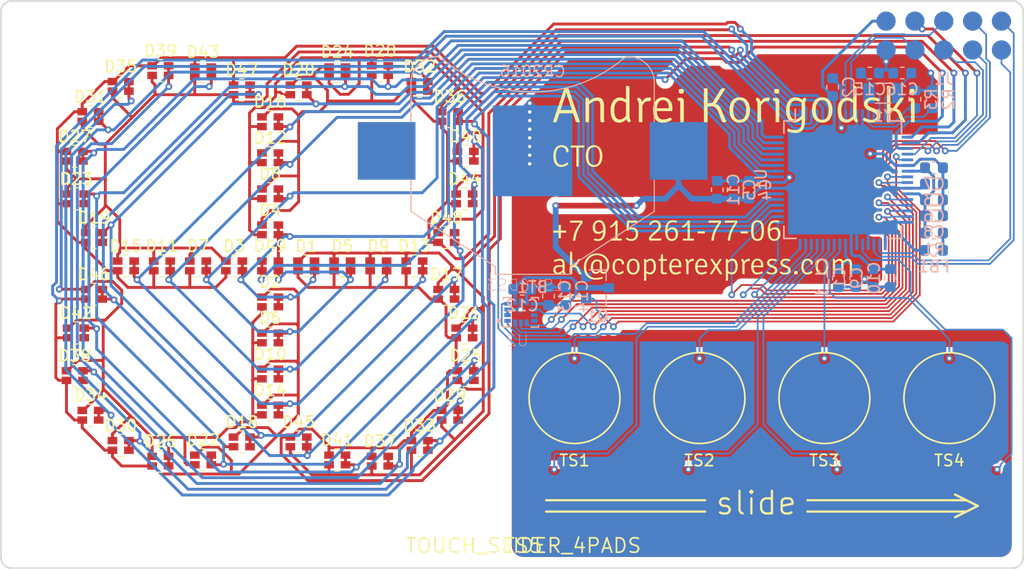
<source format=kicad_pcb>
(kicad_pcb (version 20171130) (host pcbnew 5.0.2+dfsg1-1~bpo9+1)
  (layers (0 F.Cu signal) (31 B.Cu signal) (34 B.Paste user hide) (35 F.Paste user hide) (36 B.SilkS user) (37 F.SilkS user) (38 B.Mask user hide) (39 F.Mask user hide) (44 Edge.Cuts user))
  (net 0 "")
  (net 1 LED_K0)
  (net 2 LED_K1)
  (net 3 LED_A0)
  (net 4 LED_K3)
  (net 5 LED_K2)
  (net 6 LED_K4)
  (net 7 LED_K5)
  (net 8 LED_K7)
  (net 9 LED_K6)
  (net 10 LED_K8)
  (net 11 LED_A1)
  (net 12 LED_A2)
  (net 13 LED_A3)
  (net 14 LED_A4)
  (net 15 LED_A5)
  (net 16 LED_A6)
  (net 17 LED_A7)
  (net 18 LED_A8)
  (net 19 VDD)
  (net 20 GND)
  (net 21 N$7)
  (net 22 N$6)
  (net 23 N$13)
  (net 24 N$14)
  (net 25 N$5)
  (net 26 N$19)
  (net 27 N$20)
  (net 28 N$16)
  (net 29 N$15)
  (net 30 N$17)
  (net 31 N$18)
  (net 32 N$12)
  (net 33 N$11)
  (net 34 TOUCH_PAD0)
  (net 35 N$1)
  (net 36 TOUCH_PAD1)
  (net 37 TOUCH_PAD2)
  (net 38 TOUCH_PAD3)
  (net 39 N$21)
  (net 40 N$22)
  (net 41 N$23)
  (net 42 N$8)
  (net 43 N$10)
  (net 44 N$9)
  (net 45 LED_K9)
  (net 46 LED_K10)
  (net 47 LED_K11)
  (net 48 LFXTAL_P)
  (net 49 LFXTAL_N)
  (net 50 IMU_VDD)
  (net 51 N$24)
  (net 52 MCU_AVDD)
  (net 53 N$2)
  (net 54 N$25)
  (module footprints:TouchPad_D8.0mm (layer F.Cu) (at 183.5 115)
    (fp_text reference TS4 (at 0 5.5) (layer F.SilkS))
    (fp_text value TOUCH_PAD)
    (pad 1 smd circle (at 0 0) (size 8 8) (layers F.Cu) (net 38 TOUCH_PAD3))
  )
  (module footprints:TouchPad_D8.0mm (layer F.Cu) (at 172.5 115)
    (fp_text reference TS3 (at 0 5.5) (layer F.SilkS))
    (fp_text value TOUCH_PAD)
    (pad 1 smd circle (at 0 0) (size 8 8) (layers F.Cu) (net 37 TOUCH_PAD2))
  )
  (module footprints:TouchPad_D8.0mm (layer F.Cu) (at 161.5 115)
    (fp_text reference TS2 (at 0 5.5) (layer F.SilkS))
    (fp_text value TOUCH_PAD)
    (pad 1 smd circle (at 0 0) (size 8 8) (layers F.Cu) (net 36 TOUCH_PAD1))
  )
  (module footprints:TouchPad_D8.0mm (layer F.Cu) (at 150.5 115)
    (fp_text reference TS1 (at 0 5.5) (layer F.SilkS))
    (fp_text value TOUCH_PAD)
    (pad 1 smd circle (at 0 0) (size 8 8) (layers F.Cu) (net 34 TOUCH_PAD0))
  )
  (module footprints:Text_Name_SilkS (layer F.Cu) (at 148.6 90.7)
    (fp_text reference svg2mod hide)
    (fp_text value G*** hide)
  )
  (module footprints:BatteryHolder_Keystone_3026_1x2016 (layer B.Cu) (at 146.812 93.218)
    (fp_text reference BT1 (at 0 12) (layer B.SilkS) (effects (justify mirror)))
    (fp_text value Battery_Cell)
    (fp_text user CR2016 (at 0 -7) (layer B.SilkS) (effects (font (thickness 0.125)) (justify mirror)))
    (pad 1 smd rect (at -12.85 0) (size 5.08 5.08) (layers B.Cu B.Paste B.Mask))
    (pad 1 smd rect (at 12.85 0) (size 5.08 5.08) (layers B.Cu B.Paste B.Mask) (net 19 VDD))
    (pad 2 smd rect (at 0 0) (size 7 8) (layers B.Cu B.Mask) (net 20 GND))
  )
  (module footprints:LED_DUAL_0606 (layer F.Cu) (at 123.709 103.351)
    (fp_text reference D49 (at 0 -1.75) (layer F.SilkS))
    (fp_text value LED_Dual_AACC)
    (pad 1 smd rect (at -0.725 -0.425) (size 0.85 0.65) (layers F.Cu F.Paste F.Mask) (net 18 LED_A8))
    (pad 2 smd rect (at -0.725 0.425) (size 0.85 0.65) (layers F.Cu F.Paste F.Mask) (net 18 LED_A8))
    (pad 4 smd rect (at 0.725 0.425) (size 0.85 0.65) (layers F.Cu F.Paste F.Mask) (net 2 LED_K1))
    (pad 3 smd rect (at 0.725 -0.425) (size 0.85 0.65) (layers F.Cu F.Paste F.Mask) (net 1 LED_K0))
  )
  (module footprints:LED_DUAL_0606 (layer F.Cu) (at 139.217852 100.851333)
    (fp_text reference D48 (at 0 -1.75) (layer F.SilkS))
    (fp_text value LED_Dual_AACC)
    (pad 1 smd rect (at -0.725 -0.425) (size 0.85 0.65) (layers F.Cu F.Paste F.Mask) (net 17 LED_A7))
    (pad 2 smd rect (at -0.725 0.425) (size 0.85 0.65) (layers F.Cu F.Paste F.Mask) (net 16 LED_A6))
    (pad 4 smd rect (at 0.725 0.425) (size 0.85 0.65) (layers F.Cu F.Paste F.Mask) (net 47 LED_K11))
    (pad 3 smd rect (at 0.725 -0.425) (size 0.85 0.65) (layers F.Cu F.Paste F.Mask) (net 47 LED_K11))
  )
  (module footprints:LED_DUAL_0606 (layer F.Cu) (at 121.209333 87.842147)
    (fp_text reference D47 (at 0 -1.75) (layer F.SilkS))
    (fp_text value LED_Dual_AACC)
    (pad 1 smd rect (at -0.725 -0.425) (size 0.85 0.65) (layers F.Cu F.Paste F.Mask) (net 15 LED_A5))
    (pad 2 smd rect (at -0.725 0.425) (size 0.85 0.65) (layers F.Cu F.Paste F.Mask) (net 14 LED_A4))
    (pad 4 smd rect (at 0.725 0.425) (size 0.85 0.65) (layers F.Cu F.Paste F.Mask) (net 47 LED_K11))
    (pad 3 smd rect (at 0.725 -0.425) (size 0.85 0.65) (layers F.Cu F.Paste F.Mask) (net 47 LED_K11))
  )
  (module footprints:LED_DUAL_0606 (layer F.Cu) (at 108.200147 105.850666)
    (fp_text reference D46 (at 0 -1.75) (layer F.SilkS))
    (fp_text value LED_Dual_AACC)
    (pad 1 smd rect (at -0.725 -0.425) (size 0.85 0.65) (layers F.Cu F.Paste F.Mask) (net 13 LED_A3))
    (pad 2 smd rect (at -0.725 0.425) (size 0.85 0.65) (layers F.Cu F.Paste F.Mask) (net 12 LED_A2))
    (pad 4 smd rect (at 0.725 0.425) (size 0.85 0.65) (layers F.Cu F.Paste F.Mask) (net 47 LED_K11))
    (pad 3 smd rect (at 0.725 -0.425) (size 0.85 0.65) (layers F.Cu F.Paste F.Mask) (net 47 LED_K11))
  )
  (module footprints:LED_DUAL_0606 (layer F.Cu) (at 126.208666 118.859852)
    (fp_text reference D45 (at 0 -1.75) (layer F.SilkS))
    (fp_text value LED_Dual_AACC)
    (pad 1 smd rect (at -0.725 -0.425) (size 0.85 0.65) (layers F.Cu F.Paste F.Mask) (net 11 LED_A1))
    (pad 2 smd rect (at -0.725 0.425) (size 0.85 0.65) (layers F.Cu F.Paste F.Mask) (net 3 LED_A0))
    (pad 4 smd rect (at 0.725 0.425) (size 0.85 0.65) (layers F.Cu F.Paste F.Mask) (net 47 LED_K11))
    (pad 3 smd rect (at 0.725 -0.425) (size 0.85 0.65) (layers F.Cu F.Paste F.Mask) (net 47 LED_K11))
  )
  (module footprints:LED_DUAL_0606 (layer F.Cu) (at 140.806919 97.443568)
    (fp_text reference D44 (at 0 -1.75) (layer F.SilkS))
    (fp_text value LED_Dual_AACC)
    (pad 1 smd rect (at -0.725 -0.425) (size 0.85 0.65) (layers F.Cu F.Paste F.Mask) (net 17 LED_A7))
    (pad 2 smd rect (at -0.725 0.425) (size 0.85 0.65) (layers F.Cu F.Paste F.Mask) (net 16 LED_A6))
    (pad 4 smd rect (at 0.725 0.425) (size 0.85 0.65) (layers F.Cu F.Paste F.Mask) (net 46 LED_K10))
    (pad 3 smd rect (at 0.725 -0.425) (size 0.85 0.65) (layers F.Cu F.Paste F.Mask) (net 46 LED_K10))
  )
  (module footprints:LED_DUAL_0606 (layer F.Cu) (at 117.801568 86.25308)
    (fp_text reference D43 (at 0 -1.75) (layer F.SilkS))
    (fp_text value LED_Dual_AACC)
    (pad 1 smd rect (at -0.725 -0.425) (size 0.85 0.65) (layers F.Cu F.Paste F.Mask) (net 15 LED_A5))
    (pad 2 smd rect (at -0.725 0.425) (size 0.85 0.65) (layers F.Cu F.Paste F.Mask) (net 14 LED_A4))
    (pad 4 smd rect (at 0.725 0.425) (size 0.85 0.65) (layers F.Cu F.Paste F.Mask) (net 46 LED_K10))
    (pad 3 smd rect (at 0.725 -0.425) (size 0.85 0.65) (layers F.Cu F.Paste F.Mask) (net 46 LED_K10))
  )
  (module footprints:LED_DUAL_0606 (layer F.Cu) (at 106.61108 109.258431)
    (fp_text reference D42 (at 0 -1.75) (layer F.SilkS))
    (fp_text value LED_Dual_AACC)
    (pad 1 smd rect (at -0.725 -0.425) (size 0.85 0.65) (layers F.Cu F.Paste F.Mask) (net 13 LED_A3))
    (pad 2 smd rect (at -0.725 0.425) (size 0.85 0.65) (layers F.Cu F.Paste F.Mask) (net 12 LED_A2))
    (pad 4 smd rect (at 0.725 0.425) (size 0.85 0.65) (layers F.Cu F.Paste F.Mask) (net 46 LED_K10))
    (pad 3 smd rect (at 0.725 -0.425) (size 0.85 0.65) (layers F.Cu F.Paste F.Mask) (net 46 LED_K10))
  )
  (module footprints:LED_DUAL_0606 (layer F.Cu) (at 129.616431 120.448919)
    (fp_text reference D41 (at 0 -1.75) (layer F.SilkS))
    (fp_text value LED_Dual_AACC)
    (pad 1 smd rect (at -0.725 -0.425) (size 0.85 0.65) (layers F.Cu F.Paste F.Mask) (net 11 LED_A1))
    (pad 2 smd rect (at -0.725 0.425) (size 0.85 0.65) (layers F.Cu F.Paste F.Mask) (net 3 LED_A0))
    (pad 4 smd rect (at 0.725 0.425) (size 0.85 0.65) (layers F.Cu F.Paste F.Mask) (net 46 LED_K10))
    (pad 3 smd rect (at 0.725 -0.425) (size 0.85 0.65) (layers F.Cu F.Paste F.Mask) (net 46 LED_K10))
  )
  (module footprints:LED_DUAL_0606 (layer F.Cu) (at 140.916279 93.685107)
    (fp_text reference D40 (at 0 -1.75) (layer F.SilkS))
    (fp_text value LED_Dual_AACC)
    (pad 1 smd rect (at -0.725 -0.425) (size 0.85 0.65) (layers F.Cu F.Paste F.Mask) (net 17 LED_A7))
    (pad 2 smd rect (at -0.725 0.425) (size 0.85 0.65) (layers F.Cu F.Paste F.Mask) (net 16 LED_A6))
    (pad 4 smd rect (at 0.725 0.425) (size 0.85 0.65) (layers F.Cu F.Paste F.Mask) (net 45 LED_K9))
    (pad 3 smd rect (at 0.725 -0.425) (size 0.85 0.65) (layers F.Cu F.Paste F.Mask) (net 45 LED_K9))
  )
  (module footprints:LED_DUAL_0606 (layer F.Cu) (at 114.043107 86.14372)
    (fp_text reference D39 (at 0 -1.75) (layer F.SilkS))
    (fp_text value LED_Dual_AACC)
    (pad 1 smd rect (at -0.725 -0.425) (size 0.85 0.65) (layers F.Cu F.Paste F.Mask) (net 15 LED_A5))
    (pad 2 smd rect (at -0.725 0.425) (size 0.85 0.65) (layers F.Cu F.Paste F.Mask) (net 14 LED_A4))
    (pad 4 smd rect (at 0.725 0.425) (size 0.85 0.65) (layers F.Cu F.Paste F.Mask) (net 45 LED_K9))
    (pad 3 smd rect (at 0.725 -0.425) (size 0.85 0.65) (layers F.Cu F.Paste F.Mask) (net 45 LED_K9))
  )
  (module footprints:LED_DUAL_0606 (layer F.Cu) (at 106.50172 113.016892)
    (fp_text reference D38 (at 0 -1.75) (layer F.SilkS))
    (fp_text value LED_Dual_AACC)
    (pad 1 smd rect (at -0.725 -0.425) (size 0.85 0.65) (layers F.Cu F.Paste F.Mask) (net 13 LED_A3))
    (pad 2 smd rect (at -0.725 0.425) (size 0.85 0.65) (layers F.Cu F.Paste F.Mask) (net 12 LED_A2))
    (pad 4 smd rect (at 0.725 0.425) (size 0.85 0.65) (layers F.Cu F.Paste F.Mask) (net 45 LED_K9))
    (pad 3 smd rect (at 0.725 -0.425) (size 0.85 0.65) (layers F.Cu F.Paste F.Mask) (net 45 LED_K9))
  )
  (module footprints:LED_DUAL_0606 (layer F.Cu) (at 133.374892 120.558279)
    (fp_text reference D37 (at 0 -1.75) (layer F.SilkS))
    (fp_text value LED_Dual_AACC)
    (pad 1 smd rect (at -0.725 -0.425) (size 0.85 0.65) (layers F.Cu F.Paste F.Mask) (net 11 LED_A1))
    (pad 2 smd rect (at -0.725 0.425) (size 0.85 0.65) (layers F.Cu F.Paste F.Mask) (net 3 LED_A0))
    (pad 4 smd rect (at 0.725 0.425) (size 0.85 0.65) (layers F.Cu F.Paste F.Mask) (net 45 LED_K9))
    (pad 3 smd rect (at 0.725 -0.425) (size 0.85 0.65) (layers F.Cu F.Paste F.Mask) (net 45 LED_K9))
  )
  (module footprints:LED_DUAL_0606 (layer F.Cu) (at 139.528045 90.190712)
    (fp_text reference D36 (at 0 -1.75) (layer F.SilkS))
    (fp_text value LED_Dual_AACC)
    (pad 1 smd rect (at -0.725 -0.425) (size 0.85 0.65) (layers F.Cu F.Paste F.Mask) (net 17 LED_A7))
    (pad 2 smd rect (at -0.725 0.425) (size 0.85 0.65) (layers F.Cu F.Paste F.Mask) (net 16 LED_A6))
    (pad 4 smd rect (at 0.725 0.425) (size 0.85 0.65) (layers F.Cu F.Paste F.Mask) (net 10 LED_K8))
    (pad 3 smd rect (at 0.725 -0.425) (size 0.85 0.65) (layers F.Cu F.Paste F.Mask) (net 10 LED_K8))
  )
  (module footprints:LED_DUAL_0606 (layer F.Cu) (at 110.548712 87.531954)
    (fp_text reference D35 (at 0 -1.75) (layer F.SilkS))
    (fp_text value LED_Dual_AACC)
    (pad 1 smd rect (at -0.725 -0.425) (size 0.85 0.65) (layers F.Cu F.Paste F.Mask) (net 15 LED_A5))
    (pad 2 smd rect (at -0.725 0.425) (size 0.85 0.65) (layers F.Cu F.Paste F.Mask) (net 14 LED_A4))
    (pad 4 smd rect (at 0.725 0.425) (size 0.85 0.65) (layers F.Cu F.Paste F.Mask) (net 10 LED_K8))
    (pad 3 smd rect (at 0.725 -0.425) (size 0.85 0.65) (layers F.Cu F.Paste F.Mask) (net 10 LED_K8))
  )
  (module footprints:LED_DUAL_0606 (layer F.Cu) (at 107.889954 116.511287)
    (fp_text reference D34 (at 0 -1.75) (layer F.SilkS))
    (fp_text value LED_Dual_AACC)
    (pad 1 smd rect (at -0.725 -0.425) (size 0.85 0.65) (layers F.Cu F.Paste F.Mask) (net 13 LED_A3))
    (pad 2 smd rect (at -0.725 0.425) (size 0.85 0.65) (layers F.Cu F.Paste F.Mask) (net 12 LED_A2))
    (pad 4 smd rect (at 0.725 0.425) (size 0.85 0.65) (layers F.Cu F.Paste F.Mask) (net 10 LED_K8))
    (pad 3 smd rect (at 0.725 -0.425) (size 0.85 0.65) (layers F.Cu F.Paste F.Mask) (net 10 LED_K8))
  )
  (module footprints:LED_DUAL_0606 (layer F.Cu) (at 136.869287 119.170045)
    (fp_text reference D33 (at 0 -1.75) (layer F.SilkS))
    (fp_text value LED_Dual_AACC)
    (pad 1 smd rect (at -0.725 -0.425) (size 0.85 0.65) (layers F.Cu F.Paste F.Mask) (net 11 LED_A1))
    (pad 2 smd rect (at -0.725 0.425) (size 0.85 0.65) (layers F.Cu F.Paste F.Mask) (net 3 LED_A0))
    (pad 4 smd rect (at 0.725 0.425) (size 0.85 0.65) (layers F.Cu F.Paste F.Mask) (net 10 LED_K8))
    (pad 3 smd rect (at 0.725 -0.425) (size 0.85 0.65) (layers F.Cu F.Paste F.Mask) (net 10 LED_K8))
  )
  (module footprints:LED_DUAL_0606 (layer F.Cu) (at 136.869287 87.531954)
    (fp_text reference D32 (at 0 -1.75) (layer F.SilkS))
    (fp_text value LED_Dual_AACC)
    (pad 1 smd rect (at -0.725 -0.425) (size 0.85 0.65) (layers F.Cu F.Paste F.Mask) (net 17 LED_A7))
    (pad 2 smd rect (at -0.725 0.425) (size 0.85 0.65) (layers F.Cu F.Paste F.Mask) (net 16 LED_A6))
    (pad 4 smd rect (at 0.725 0.425) (size 0.85 0.65) (layers F.Cu F.Paste F.Mask) (net 8 LED_K7))
    (pad 3 smd rect (at 0.725 -0.425) (size 0.85 0.65) (layers F.Cu F.Paste F.Mask) (net 8 LED_K7))
  )
  (module footprints:LED_DUAL_0606 (layer F.Cu) (at 107.889954 90.190712)
    (fp_text reference D31 (at 0 -1.75) (layer F.SilkS))
    (fp_text value LED_Dual_AACC)
    (pad 1 smd rect (at -0.725 -0.425) (size 0.85 0.65) (layers F.Cu F.Paste F.Mask) (net 15 LED_A5))
    (pad 2 smd rect (at -0.725 0.425) (size 0.85 0.65) (layers F.Cu F.Paste F.Mask) (net 14 LED_A4))
    (pad 4 smd rect (at 0.725 0.425) (size 0.85 0.65) (layers F.Cu F.Paste F.Mask) (net 8 LED_K7))
    (pad 3 smd rect (at 0.725 -0.425) (size 0.85 0.65) (layers F.Cu F.Paste F.Mask) (net 8 LED_K7))
  )
  (module footprints:LED_DUAL_0606 (layer F.Cu) (at 110.548712 119.170045)
    (fp_text reference D30 (at 0 -1.75) (layer F.SilkS))
    (fp_text value LED_Dual_AACC)
    (pad 1 smd rect (at -0.725 -0.425) (size 0.85 0.65) (layers F.Cu F.Paste F.Mask) (net 13 LED_A3))
    (pad 2 smd rect (at -0.725 0.425) (size 0.85 0.65) (layers F.Cu F.Paste F.Mask) (net 12 LED_A2))
    (pad 4 smd rect (at 0.725 0.425) (size 0.85 0.65) (layers F.Cu F.Paste F.Mask) (net 8 LED_K7))
    (pad 3 smd rect (at 0.725 -0.425) (size 0.85 0.65) (layers F.Cu F.Paste F.Mask) (net 8 LED_K7))
  )
  (module footprints:LED_DUAL_0606 (layer F.Cu) (at 139.528045 116.511287)
    (fp_text reference D29 (at 0 -1.75) (layer F.SilkS))
    (fp_text value LED_Dual_AACC)
    (pad 1 smd rect (at -0.725 -0.425) (size 0.85 0.65) (layers F.Cu F.Paste F.Mask) (net 11 LED_A1))
    (pad 2 smd rect (at -0.725 0.425) (size 0.85 0.65) (layers F.Cu F.Paste F.Mask) (net 3 LED_A0))
    (pad 4 smd rect (at 0.725 0.425) (size 0.85 0.65) (layers F.Cu F.Paste F.Mask) (net 8 LED_K7))
    (pad 3 smd rect (at 0.725 -0.425) (size 0.85 0.65) (layers F.Cu F.Paste F.Mask) (net 8 LED_K7))
  )
  (module footprints:LED_DUAL_0606 (layer F.Cu) (at 133.374892 86.14372)
    (fp_text reference D28 (at 0 -1.75) (layer F.SilkS))
    (fp_text value LED_Dual_AACC)
    (pad 1 smd rect (at -0.725 -0.425) (size 0.85 0.65) (layers F.Cu F.Paste F.Mask) (net 17 LED_A7))
    (pad 2 smd rect (at -0.725 0.425) (size 0.85 0.65) (layers F.Cu F.Paste F.Mask) (net 16 LED_A6))
    (pad 4 smd rect (at 0.725 0.425) (size 0.85 0.65) (layers F.Cu F.Paste F.Mask) (net 9 LED_K6))
    (pad 3 smd rect (at 0.725 -0.425) (size 0.85 0.65) (layers F.Cu F.Paste F.Mask) (net 9 LED_K6))
  )
  (module footprints:LED_DUAL_0606 (layer F.Cu) (at 106.50172 93.685107)
    (fp_text reference D27 (at 0 -1.75) (layer F.SilkS))
    (fp_text value LED_Dual_AACC)
    (pad 1 smd rect (at -0.725 -0.425) (size 0.85 0.65) (layers F.Cu F.Paste F.Mask) (net 15 LED_A5))
    (pad 2 smd rect (at -0.725 0.425) (size 0.85 0.65) (layers F.Cu F.Paste F.Mask) (net 14 LED_A4))
    (pad 4 smd rect (at 0.725 0.425) (size 0.85 0.65) (layers F.Cu F.Paste F.Mask) (net 9 LED_K6))
    (pad 3 smd rect (at 0.725 -0.425) (size 0.85 0.65) (layers F.Cu F.Paste F.Mask) (net 9 LED_K6))
  )
  (module footprints:LED_DUAL_0606 (layer F.Cu) (at 114.043107 120.558279)
    (fp_text reference D26 (at 0 -1.75) (layer F.SilkS))
    (fp_text value LED_Dual_AACC)
    (pad 1 smd rect (at -0.725 -0.425) (size 0.85 0.65) (layers F.Cu F.Paste F.Mask) (net 13 LED_A3))
    (pad 2 smd rect (at -0.725 0.425) (size 0.85 0.65) (layers F.Cu F.Paste F.Mask) (net 12 LED_A2))
    (pad 4 smd rect (at 0.725 0.425) (size 0.85 0.65) (layers F.Cu F.Paste F.Mask) (net 9 LED_K6))
    (pad 3 smd rect (at 0.725 -0.425) (size 0.85 0.65) (layers F.Cu F.Paste F.Mask) (net 9 LED_K6))
  )
  (module footprints:LED_DUAL_0606 (layer F.Cu) (at 140.916279 113.016892)
    (fp_text reference D25 (at 0 -1.75) (layer F.SilkS))
    (fp_text value LED_Dual_AACC)
    (pad 1 smd rect (at -0.725 -0.425) (size 0.85 0.65) (layers F.Cu F.Paste F.Mask) (net 11 LED_A1))
    (pad 2 smd rect (at -0.725 0.425) (size 0.85 0.65) (layers F.Cu F.Paste F.Mask) (net 3 LED_A0))
    (pad 4 smd rect (at 0.725 0.425) (size 0.85 0.65) (layers F.Cu F.Paste F.Mask) (net 9 LED_K6))
    (pad 3 smd rect (at 0.725 -0.425) (size 0.85 0.65) (layers F.Cu F.Paste F.Mask) (net 9 LED_K6))
  )
  (module footprints:LED_DUAL_0606 (layer F.Cu) (at 129.616431 86.25308)
    (fp_text reference D24 (at 0 -1.75) (layer F.SilkS))
    (fp_text value LED_Dual_AACC)
    (pad 1 smd rect (at -0.725 -0.425) (size 0.85 0.65) (layers F.Cu F.Paste F.Mask) (net 16 LED_A6))
    (pad 2 smd rect (at -0.725 0.425) (size 0.85 0.65) (layers F.Cu F.Paste F.Mask) (net 17 LED_A7))
    (pad 4 smd rect (at 0.725 0.425) (size 0.85 0.65) (layers F.Cu F.Paste F.Mask) (net 7 LED_K5))
    (pad 3 smd rect (at 0.725 -0.425) (size 0.85 0.65) (layers F.Cu F.Paste F.Mask) (net 7 LED_K5))
  )
  (module footprints:LED_DUAL_0606 (layer F.Cu) (at 106.61108 97.443568)
    (fp_text reference D23 (at 0 -1.75) (layer F.SilkS))
    (fp_text value LED_Dual_AACC)
    (pad 1 smd rect (at -0.725 -0.425) (size 0.85 0.65) (layers F.Cu F.Paste F.Mask) (net 14 LED_A4))
    (pad 2 smd rect (at -0.725 0.425) (size 0.85 0.65) (layers F.Cu F.Paste F.Mask) (net 15 LED_A5))
    (pad 4 smd rect (at 0.725 0.425) (size 0.85 0.65) (layers F.Cu F.Paste F.Mask) (net 7 LED_K5))
    (pad 3 smd rect (at 0.725 -0.425) (size 0.85 0.65) (layers F.Cu F.Paste F.Mask) (net 7 LED_K5))
  )
  (module footprints:LED_DUAL_0606 (layer F.Cu) (at 117.801568 120.448919)
    (fp_text reference D22 (at 0 -1.75) (layer F.SilkS))
    (fp_text value LED_Dual_AACC)
    (pad 1 smd rect (at -0.725 -0.425) (size 0.85 0.65) (layers F.Cu F.Paste F.Mask) (net 12 LED_A2))
    (pad 2 smd rect (at -0.725 0.425) (size 0.85 0.65) (layers F.Cu F.Paste F.Mask) (net 13 LED_A3))
    (pad 4 smd rect (at 0.725 0.425) (size 0.85 0.65) (layers F.Cu F.Paste F.Mask) (net 7 LED_K5))
    (pad 3 smd rect (at 0.725 -0.425) (size 0.85 0.65) (layers F.Cu F.Paste F.Mask) (net 7 LED_K5))
  )
  (module footprints:LED_DUAL_0606 (layer F.Cu) (at 140.806919 109.258431)
    (fp_text reference D21 (at 0 -1.75) (layer F.SilkS))
    (fp_text value LED_Dual_AACC)
    (pad 1 smd rect (at -0.725 -0.425) (size 0.85 0.65) (layers F.Cu F.Paste F.Mask) (net 3 LED_A0))
    (pad 2 smd rect (at -0.725 0.425) (size 0.85 0.65) (layers F.Cu F.Paste F.Mask) (net 11 LED_A1))
    (pad 4 smd rect (at 0.725 0.425) (size 0.85 0.65) (layers F.Cu F.Paste F.Mask) (net 7 LED_K5))
    (pad 3 smd rect (at 0.725 -0.425) (size 0.85 0.65) (layers F.Cu F.Paste F.Mask) (net 7 LED_K5))
  )
  (module footprints:LED_DUAL_0606 (layer F.Cu) (at 126.208666 87.842147)
    (fp_text reference D20 (at 0 -1.75) (layer F.SilkS))
    (fp_text value LED_Dual_AACC)
    (pad 1 smd rect (at -0.725 -0.425) (size 0.85 0.65) (layers F.Cu F.Paste F.Mask) (net 16 LED_A6))
    (pad 2 smd rect (at -0.725 0.425) (size 0.85 0.65) (layers F.Cu F.Paste F.Mask) (net 17 LED_A7))
    (pad 4 smd rect (at 0.725 0.425) (size 0.85 0.65) (layers F.Cu F.Paste F.Mask) (net 6 LED_K4))
    (pad 3 smd rect (at 0.725 -0.425) (size 0.85 0.65) (layers F.Cu F.Paste F.Mask) (net 6 LED_K4))
  )
  (module footprints:LED_DUAL_0606 (layer F.Cu) (at 108.200147 100.851333)
    (fp_text reference D19 (at 0 -1.75) (layer F.SilkS))
    (fp_text value LED_Dual_AACC)
    (pad 1 smd rect (at -0.725 -0.425) (size 0.85 0.65) (layers F.Cu F.Paste F.Mask) (net 14 LED_A4))
    (pad 2 smd rect (at -0.725 0.425) (size 0.85 0.65) (layers F.Cu F.Paste F.Mask) (net 15 LED_A5))
    (pad 4 smd rect (at 0.725 0.425) (size 0.85 0.65) (layers F.Cu F.Paste F.Mask) (net 6 LED_K4))
    (pad 3 smd rect (at 0.725 -0.425) (size 0.85 0.65) (layers F.Cu F.Paste F.Mask) (net 6 LED_K4))
  )
  (module footprints:LED_DUAL_0606 (layer F.Cu) (at 121.209333 118.859852)
    (fp_text reference D18 (at 0 -1.75) (layer F.SilkS))
    (fp_text value LED_Dual_AACC)
    (pad 1 smd rect (at -0.725 -0.425) (size 0.85 0.65) (layers F.Cu F.Paste F.Mask) (net 12 LED_A2))
    (pad 2 smd rect (at -0.725 0.425) (size 0.85 0.65) (layers F.Cu F.Paste F.Mask) (net 13 LED_A3))
    (pad 4 smd rect (at 0.725 0.425) (size 0.85 0.65) (layers F.Cu F.Paste F.Mask) (net 6 LED_K4))
    (pad 3 smd rect (at 0.725 -0.425) (size 0.85 0.65) (layers F.Cu F.Paste F.Mask) (net 6 LED_K4))
  )
  (module footprints:LED_DUAL_0606 (layer F.Cu) (at 139.217852 105.850666)
    (fp_text reference D17 (at 0 -1.75) (layer F.SilkS))
    (fp_text value LED_Dual_AACC)
    (pad 1 smd rect (at -0.725 -0.425) (size 0.85 0.65) (layers F.Cu F.Paste F.Mask) (net 3 LED_A0))
    (pad 2 smd rect (at -0.725 0.425) (size 0.85 0.65) (layers F.Cu F.Paste F.Mask) (net 11 LED_A1))
    (pad 4 smd rect (at 0.725 0.425) (size 0.85 0.65) (layers F.Cu F.Paste F.Mask) (net 6 LED_K4))
    (pad 3 smd rect (at 0.725 -0.425) (size 0.85 0.65) (layers F.Cu F.Paste F.Mask) (net 6 LED_K4))
  )
  (module footprints:LED_DUAL_0606 (layer F.Cu) (at 123.709 90.651)
    (fp_text reference D16 (at 0 -1.75) (layer F.SilkS))
    (fp_text value LED_Dual_AACC)
    (pad 1 smd rect (at -0.725 -0.425) (size 0.85 0.65) (layers F.Cu F.Paste F.Mask) (net 16 LED_A6))
    (pad 2 smd rect (at -0.725 0.425) (size 0.85 0.65) (layers F.Cu F.Paste F.Mask) (net 17 LED_A7))
    (pad 4 smd rect (at 0.725 0.425) (size 0.85 0.65) (layers F.Cu F.Paste F.Mask) (net 4 LED_K3))
    (pad 3 smd rect (at 0.725 -0.425) (size 0.85 0.65) (layers F.Cu F.Paste F.Mask) (net 4 LED_K3))
  )
  (module footprints:LED_DUAL_0606 (layer F.Cu) (at 111.009 103.351)
    (fp_text reference D15 (at 0 -1.75) (layer F.SilkS))
    (fp_text value LED_Dual_AACC)
    (pad 1 smd rect (at -0.725 -0.425) (size 0.85 0.65) (layers F.Cu F.Paste F.Mask) (net 14 LED_A4))
    (pad 2 smd rect (at -0.725 0.425) (size 0.85 0.65) (layers F.Cu F.Paste F.Mask) (net 15 LED_A5))
    (pad 4 smd rect (at 0.725 0.425) (size 0.85 0.65) (layers F.Cu F.Paste F.Mask) (net 4 LED_K3))
    (pad 3 smd rect (at 0.725 -0.425) (size 0.85 0.65) (layers F.Cu F.Paste F.Mask) (net 4 LED_K3))
  )
  (module footprints:LED_DUAL_0606 (layer F.Cu) (at 123.709 116.051)
    (fp_text reference D14 (at 0 -1.75) (layer F.SilkS))
    (fp_text value LED_Dual_AACC)
    (pad 1 smd rect (at -0.725 -0.425) (size 0.85 0.65) (layers F.Cu F.Paste F.Mask) (net 12 LED_A2))
    (pad 2 smd rect (at -0.725 0.425) (size 0.85 0.65) (layers F.Cu F.Paste F.Mask) (net 13 LED_A3))
    (pad 4 smd rect (at 0.725 0.425) (size 0.85 0.65) (layers F.Cu F.Paste F.Mask) (net 4 LED_K3))
    (pad 3 smd rect (at 0.725 -0.425) (size 0.85 0.65) (layers F.Cu F.Paste F.Mask) (net 4 LED_K3))
  )
  (module footprints:LED_DUAL_0606 (layer F.Cu) (at 136.409 103.351)
    (fp_text reference D13 (at 0 -1.75) (layer F.SilkS))
    (fp_text value LED_Dual_AACC)
    (pad 1 smd rect (at -0.725 -0.425) (size 0.85 0.65) (layers F.Cu F.Paste F.Mask) (net 3 LED_A0))
    (pad 2 smd rect (at -0.725 0.425) (size 0.85 0.65) (layers F.Cu F.Paste F.Mask) (net 11 LED_A1))
    (pad 4 smd rect (at 0.725 0.425) (size 0.85 0.65) (layers F.Cu F.Paste F.Mask) (net 4 LED_K3))
    (pad 3 smd rect (at 0.725 -0.425) (size 0.85 0.65) (layers F.Cu F.Paste F.Mask) (net 4 LED_K3))
  )
  (module footprints:LED_DUAL_0606 (layer F.Cu) (at 123.709 93.826)
    (fp_text reference D12 (at 0 -1.75) (layer F.SilkS))
    (fp_text value LED_Dual_AACC)
    (pad 1 smd rect (at -0.725 -0.425) (size 0.85 0.65) (layers F.Cu F.Paste F.Mask) (net 16 LED_A6))
    (pad 2 smd rect (at -0.725 0.425) (size 0.85 0.65) (layers F.Cu F.Paste F.Mask) (net 17 LED_A7))
    (pad 4 smd rect (at 0.725 0.425) (size 0.85 0.65) (layers F.Cu F.Paste F.Mask) (net 5 LED_K2))
    (pad 3 smd rect (at 0.725 -0.425) (size 0.85 0.65) (layers F.Cu F.Paste F.Mask) (net 5 LED_K2))
  )
  (module footprints:LED_DUAL_0606 (layer F.Cu) (at 114.184 103.351)
    (fp_text reference D11 (at 0 -1.75) (layer F.SilkS))
    (fp_text value LED_Dual_AACC)
    (pad 1 smd rect (at -0.725 -0.425) (size 0.85 0.65) (layers F.Cu F.Paste F.Mask) (net 14 LED_A4))
    (pad 2 smd rect (at -0.725 0.425) (size 0.85 0.65) (layers F.Cu F.Paste F.Mask) (net 15 LED_A5))
    (pad 4 smd rect (at 0.725 0.425) (size 0.85 0.65) (layers F.Cu F.Paste F.Mask) (net 5 LED_K2))
    (pad 3 smd rect (at 0.725 -0.425) (size 0.85 0.65) (layers F.Cu F.Paste F.Mask) (net 5 LED_K2))
  )
  (module footprints:LED_DUAL_0606 (layer F.Cu) (at 123.709 112.875999)
    (fp_text reference D10 (at 0 -1.75) (layer F.SilkS))
    (fp_text value LED_Dual_AACC)
    (pad 1 smd rect (at -0.725 -0.425) (size 0.85 0.65) (layers F.Cu F.Paste F.Mask) (net 12 LED_A2))
    (pad 2 smd rect (at -0.725 0.425) (size 0.85 0.65) (layers F.Cu F.Paste F.Mask) (net 13 LED_A3))
    (pad 4 smd rect (at 0.725 0.425) (size 0.85 0.65) (layers F.Cu F.Paste F.Mask) (net 5 LED_K2))
    (pad 3 smd rect (at 0.725 -0.425) (size 0.85 0.65) (layers F.Cu F.Paste F.Mask) (net 5 LED_K2))
  )
  (module footprints:LED_DUAL_0606 (layer F.Cu) (at 133.234 103.351)
    (fp_text reference D9 (at 0 -1.75) (layer F.SilkS))
    (fp_text value LED_Dual_AACC)
    (pad 1 smd rect (at -0.725 -0.425) (size 0.85 0.65) (layers F.Cu F.Paste F.Mask) (net 3 LED_A0))
    (pad 2 smd rect (at -0.725 0.425) (size 0.85 0.65) (layers F.Cu F.Paste F.Mask) (net 11 LED_A1))
    (pad 4 smd rect (at 0.725 0.425) (size 0.85 0.65) (layers F.Cu F.Paste F.Mask) (net 5 LED_K2))
    (pad 3 smd rect (at 0.725 -0.425) (size 0.85 0.65) (layers F.Cu F.Paste F.Mask) (net 5 LED_K2))
  )
  (module footprints:LED_DUAL_0606 (layer F.Cu) (at 123.709 97.001)
    (fp_text reference D8 (at 0 -1.75) (layer F.SilkS))
    (fp_text value LED_Dual_AACC)
    (pad 1 smd rect (at -0.725 -0.425) (size 0.85 0.65) (layers F.Cu F.Paste F.Mask) (net 16 LED_A6))
    (pad 2 smd rect (at -0.725 0.425) (size 0.85 0.65) (layers F.Cu F.Paste F.Mask) (net 17 LED_A7))
    (pad 4 smd rect (at 0.725 0.425) (size 0.85 0.65) (layers F.Cu F.Paste F.Mask) (net 2 LED_K1))
    (pad 3 smd rect (at 0.725 -0.425) (size 0.85 0.65) (layers F.Cu F.Paste F.Mask) (net 2 LED_K1))
  )
  (module footprints:LED_DUAL_0606 (layer F.Cu) (at 117.359 103.351)
    (fp_text reference D7 (at 0 -1.75) (layer F.SilkS))
    (fp_text value LED_Dual_AACC)
    (pad 1 smd rect (at -0.725 -0.425) (size 0.85 0.65) (layers F.Cu F.Paste F.Mask) (net 14 LED_A4))
    (pad 2 smd rect (at -0.725 0.425) (size 0.85 0.65) (layers F.Cu F.Paste F.Mask) (net 15 LED_A5))
    (pad 4 smd rect (at 0.725 0.425) (size 0.85 0.65) (layers F.Cu F.Paste F.Mask) (net 2 LED_K1))
    (pad 3 smd rect (at 0.725 -0.425) (size 0.85 0.65) (layers F.Cu F.Paste F.Mask) (net 2 LED_K1))
  )
  (module footprints:LED_DUAL_0606 (layer F.Cu) (at 123.709 109.701)
    (fp_text reference D6 (at 0 -1.75) (layer F.SilkS))
    (fp_text value LED_Dual_AACC)
    (pad 1 smd rect (at -0.725 -0.425) (size 0.85 0.65) (layers F.Cu F.Paste F.Mask) (net 12 LED_A2))
    (pad 2 smd rect (at -0.725 0.425) (size 0.85 0.65) (layers F.Cu F.Paste F.Mask) (net 13 LED_A3))
    (pad 4 smd rect (at 0.725 0.425) (size 0.85 0.65) (layers F.Cu F.Paste F.Mask) (net 2 LED_K1))
    (pad 3 smd rect (at 0.725 -0.425) (size 0.85 0.65) (layers F.Cu F.Paste F.Mask) (net 2 LED_K1))
  )
  (module footprints:LED_DUAL_0606 (layer F.Cu) (at 130.059 103.351)
    (fp_text reference D5 (at 0 -1.75) (layer F.SilkS))
    (fp_text value LED_Dual_AACC)
    (pad 1 smd rect (at -0.725 -0.425) (size 0.85 0.65) (layers F.Cu F.Paste F.Mask) (net 3 LED_A0))
    (pad 2 smd rect (at -0.725 0.425) (size 0.85 0.65) (layers F.Cu F.Paste F.Mask) (net 11 LED_A1))
    (pad 4 smd rect (at 0.725 0.425) (size 0.85 0.65) (layers F.Cu F.Paste F.Mask) (net 2 LED_K1))
    (pad 3 smd rect (at 0.725 -0.425) (size 0.85 0.65) (layers F.Cu F.Paste F.Mask) (net 2 LED_K1))
  )
  (module footprints:LED_DUAL_0606 (layer F.Cu) (at 123.709 100.176)
    (fp_text reference D4 (at 0 -1.75) (layer F.SilkS))
    (fp_text value LED_Dual_AACC)
    (pad 1 smd rect (at -0.725 -0.425) (size 0.85 0.65) (layers F.Cu F.Paste F.Mask) (net 16 LED_A6))
    (pad 2 smd rect (at -0.725 0.425) (size 0.85 0.65) (layers F.Cu F.Paste F.Mask) (net 17 LED_A7))
    (pad 4 smd rect (at 0.725 0.425) (size 0.85 0.65) (layers F.Cu F.Paste F.Mask) (net 1 LED_K0))
    (pad 3 smd rect (at 0.725 -0.425) (size 0.85 0.65) (layers F.Cu F.Paste F.Mask) (net 1 LED_K0))
  )
  (module footprints:LED_DUAL_0606 (layer F.Cu) (at 120.534 103.351)
    (fp_text reference D3 (at 0 -1.75) (layer F.SilkS))
    (fp_text value LED_Dual_AACC)
    (pad 1 smd rect (at -0.725 -0.425) (size 0.85 0.65) (layers F.Cu F.Paste F.Mask) (net 14 LED_A4))
    (pad 2 smd rect (at -0.725 0.425) (size 0.85 0.65) (layers F.Cu F.Paste F.Mask) (net 15 LED_A5))
    (pad 4 smd rect (at 0.725 0.425) (size 0.85 0.65) (layers F.Cu F.Paste F.Mask) (net 1 LED_K0))
    (pad 3 smd rect (at 0.725 -0.425) (size 0.85 0.65) (layers F.Cu F.Paste F.Mask) (net 1 LED_K0))
  )
  (module footprints:LED_DUAL_0606 (layer F.Cu) (at 123.709 106.526)
    (fp_text reference D2 (at 0 -1.75) (layer F.SilkS))
    (fp_text value LED_Dual_AACC)
    (pad 1 smd rect (at -0.725 -0.425) (size 0.85 0.65) (layers F.Cu F.Paste F.Mask) (net 12 LED_A2))
    (pad 2 smd rect (at -0.725 0.425) (size 0.85 0.65) (layers F.Cu F.Paste F.Mask) (net 13 LED_A3))
    (pad 4 smd rect (at 0.725 0.425) (size 0.85 0.65) (layers F.Cu F.Paste F.Mask) (net 1 LED_K0))
    (pad 3 smd rect (at 0.725 -0.425) (size 0.85 0.65) (layers F.Cu F.Paste F.Mask) (net 1 LED_K0))
  )
  (module footprints:LED_DUAL_0606 (layer F.Cu) (at 126.884 103.351)
    (fp_text reference D1 (at 0 -1.75) (layer F.SilkS))
    (fp_text value LED_Dual_AACC)
    (pad 1 smd rect (at -0.725 -0.425) (size 0.85 0.65) (layers F.Cu F.Paste F.Mask) (net 3 LED_A0))
    (pad 2 smd rect (at -0.725 0.425) (size 0.85 0.65) (layers F.Cu F.Paste F.Mask) (net 11 LED_A1))
    (pad 4 smd rect (at 0.725 0.425) (size 0.85 0.65) (layers F.Cu F.Paste F.Mask) (net 1 LED_K0))
    (pad 3 smd rect (at 0.725 -0.425) (size 0.85 0.65) (layers F.Cu F.Paste F.Mask) (net 1 LED_K0))
  )
  (module Capacitor_SMD:C_0603_1608Metric (layer B.Cu) (at 173.736 104.4195 270)
    (fp_text reference C1_1 (at 0 1.43 270) (layer B.SilkS) (effects (justify mirror)))
    (fp_text value 10uF)
    (pad 1 smd roundrect (at -0.7875 0 270) (size 0.875 0.95) (layers B.Cu B.Paste B.Mask) (net 35 N$1))
    (pad 2 smd roundrect (at 0.7875 0 270) (size 0.875 0.95) (layers B.Cu B.Paste B.Mask) (net 20 GND))
  )
  (module Resistor_SMD:R_0603_1608Metric (layer B.Cu) (at 180.467 88.6715 90)
    (fp_text reference R3 (at 0 1.43 90) (layer B.SilkS) (effects (justify mirror)))
    (fp_text value 0)
    (pad 1 smd roundrect (at -0.7875 0 90) (size 0.875 0.95) (layers B.Cu B.Paste B.Mask) (net 54 N$25))
    (pad 2 smd roundrect (at 0.7875 0 90) (size 0.875 0.95) (layers B.Cu B.Paste B.Mask) (net 20 GND))
  )
  (module Inductor_SMD:L_0603_1608Metric (layer B.Cu) (at 182.1435 101.981)
    (fp_text reference FB1 (at 0 1.43) (layer B.SilkS) (effects (justify mirror)))
    (fp_text value Ferrite_Bead_Small)
    (pad 1 smd roundrect (at -0.7875 0) (size 0.875 0.95) (layers B.Cu B.Paste B.Mask) (net 19 VDD))
    (pad 2 smd roundrect (at 0.7875 0) (size 0.875 0.95) (layers B.Cu B.Paste B.Mask) (net 53 N$2))
  )
  (module Package_TO_SOT_SMD:SOT-23 (layer B.Cu) (at 152.527 105.283)
    (fp_text reference Q1 (at 0 2.5) (layer B.SilkS) (effects (justify mirror)))
    (fp_text value Q_PMOS_GSD)
    (pad 1 smd rect (at -1 0.95) (size 0.9 0.8) (layers B.Cu B.Paste B.Mask) (net 23 N$13))
    (pad 2 smd rect (at -1 -0.95) (size 0.9 0.8) (layers B.Cu B.Paste B.Mask) (net 19 VDD))
    (pad 3 smd rect (at 1 0) (size 0.9 0.8) (layers B.Cu B.Paste B.Mask) (net 50 IMU_VDD))
  )
  (module Capacitor_SMD:C_0603_1608Metric (layer B.Cu) (at 179.3495 86.36)
    (fp_text reference C16 (at 0 1.43) (layer B.SilkS) (effects (justify mirror)))
    (fp_text value 22pF)
    (pad 2 smd roundrect (at -0.7875 0) (size 0.875 0.95) (layers B.Cu B.Paste B.Mask) (net 20 GND))
    (pad 1 smd roundrect (at 0.7875 0) (size 0.875 0.95) (layers B.Cu B.Paste B.Mask) (net 49 LFXTAL_N))
  )
  (module Capacitor_SMD:C_0603_1608Metric (layer B.Cu) (at 176.5045 86.36)
    (fp_text reference C15 (at 0 1.43) (layer B.SilkS) (effects (justify mirror)))
    (fp_text value 22pF)
    (pad 2 smd roundrect (at 0.7875 0) (size 0.875 0.95) (layers B.Cu B.Paste B.Mask) (net 20 GND))
    (pad 1 smd roundrect (at -0.7875 0) (size 0.875 0.95) (layers B.Cu B.Paste B.Mask) (net 48 LFXTAL_P))
  )
  (module Capacitor_SMD:C_0603_1608Metric (layer B.Cu) (at 149.733 106.0195 90)
    (fp_text reference C14 (at 0 1.43 90) (layer B.SilkS) (effects (justify mirror)))
    (fp_text value 10uF)
    (pad 1 smd roundrect (at -0.7875 0 90) (size 0.875 0.95) (layers B.Cu B.Paste B.Mask) (net 50 IMU_VDD))
    (pad 2 smd roundrect (at 0.7875 0 90) (size 0.875 0.95) (layers B.Cu B.Paste B.Mask) (net 20 GND))
  )
  (module Capacitor_SMD:C_0603_1608Metric (layer B.Cu) (at 173.228 87.6045 90)
    (fp_text reference C2 (at 0 1.43 90) (layer B.SilkS) (effects (justify mirror)))
    (fp_text value 0.1uF)
    (pad 2 smd roundrect (at 0.7875 0 90) (size 0.875 0.95) (layers B.Cu B.Paste B.Mask) (net 20 GND))
    (pad 1 smd roundrect (at -0.7875 0 90) (size 0.875 0.95) (layers B.Cu B.Paste B.Mask) (net 19 VDD))
  )
  (module footprints:TouchSlider-4_42x7mm (layer F.Cu) (at 146 128)
    (fp_text reference TS5 (at 0 0) (layer F.SilkS) (effects (font (size 1.27 1.27))))
    (fp_text value TOUCH_SLIDER_4PADS (at 0 0) (layer F.SilkS) (effects (font (size 1.27 1.27))))
    (pad 1 smd custom (at 1.5 -3.5) (size 2.333333 2.333333) (layers F.Cu) (net 27 N$20) (options (clearance outline) (anchor circle)) (primitives (gr_poly (pts (xy -1.5 -3.5) (xy 1.5 -3.5) (xy 1.5 -3.270579) (xy 11.140237 -2.333333) (xy 1.5 -1.396088) (xy 1.5 -0.937245) (xy 11.140237 0) (xy 1.5 0.937245) (xy 1.5 1.396088) (xy 11.140237 2.333333) (xy 1.5 3.270579) (xy 1.5 3.5) (xy -1.5 3.5)) (width 0))))
    (pad 2 smd custom (at 14.476341 -3.5) (size 2.333333 2.333333) (layers F.Cu) (net 39 N$21) (options (clearance outline) (anchor circle)) (primitives (gr_poly (pts (xy -11.211214 -3.5) (xy -1.570978 -2.562755) (xy -1.570978 -2.103912) (xy -11.211214 -1.166667) (xy -1.570978 -0.229421) (xy -1.570978 0.229421) (xy -11.211214 1.166667) (xy -1.570978 2.103912) (xy -1.570978 2.562755) (xy -11.211214 3.5) (xy 1.570978 3.5) (xy 1.570978 3.270579) (xy 11.211214 2.333333) (xy 1.570978 1.396088) (xy 1.570978 0.937245) (xy 11.211214 0) (xy 1.570978 -0.937245) (xy 1.570978 -1.396088) (xy 11.211214 -2.333333) (xy 1.570978 -3.270579) (xy 1.570978 -3.5)) (width 0))))
    (pad 3 smd custom (at 27.523659 -3.5) (size 2.333333 2.333333) (layers F.Cu) (net 40 N$22) (options (clearance outline) (anchor circle)) (primitives (gr_poly (pts (xy -11.211214 -3.5) (xy -1.570978 -2.562755) (xy -1.570978 -2.103912) (xy -11.211214 -1.166667) (xy -1.570978 -0.229421) (xy -1.570978 0.229421) (xy -11.211214 1.166667) (xy -1.570978 2.103912) (xy -1.570978 2.562755) (xy -11.211214 3.5) (xy 1.570978 3.5) (xy 1.570978 3.270579) (xy 11.211214 2.333333) (xy 1.570978 1.396088) (xy 1.570978 0.937245) (xy 11.211214 0) (xy 1.570978 -0.937245) (xy 1.570978 -1.396088) (xy 11.211214 -2.333333) (xy 1.570978 -3.270579) (xy 1.570978 -3.5)) (width 0))))
    (pad 4 smd custom (at 40.5 -3.5) (size 2.333333 2.333333) (layers F.Cu) (net 41 N$23) (options (clearance outline) (anchor circle)) (primitives (gr_poly (pts (xy -11.140237 -3.5) (xy -1.5 -2.562755) (xy -1.5 -2.103912) (xy -11.140237 -1.166667) (xy -1.5 -0.229421) (xy -1.5 0.229421) (xy -11.140237 1.166667) (xy -1.5 2.103912) (xy -1.5 2.562755) (xy -11.140237 3.5) (xy 1.5 3.5) (xy 1.5 -3.5)) (width 0))))
  )
  (module footprints:TestPoints_2x05_P2.54_D1.7 (layer B.Cu) (at 183.007 83.058)
    (fp_text reference J1 (at 0 3.81) (layer B.SilkS) (effects (justify mirror)))
    (fp_text value POGO_10PADS)
    (pad 5 smd circle (at 0 -1.27) (size 1.7 1.7) (layers B.Cu B.Mask) (net 21 N$7))
    (pad 4 smd circle (at -2.54 1.27) (size 1.7 1.7) (layers B.Cu B.Mask) (net 22 N$6))
    (pad 3 smd circle (at -2.54 -1.27) (size 1.7 1.7) (layers B.Cu B.Mask) (net 25 N$5))
    (pad 2 smd circle (at -5.08 1.27) (size 1.7 1.7) (layers B.Cu B.Mask) (net 20 GND))
    (pad 1 smd circle (at -5.08 -1.27) (size 1.7 1.7) (layers B.Cu B.Mask) (net 19 VDD))
    (pad 10 smd circle (at 5.08 1.27) (size 1.7 1.7) (layers B.Cu B.Mask) (net 32 N$12))
    (pad 9 smd circle (at 5.08 -1.27) (size 1.7 1.7) (layers B.Cu B.Mask) (net 33 N$11))
    (pad 8 smd circle (at 2.54 1.27) (size 1.7 1.7) (layers B.Cu B.Mask) (net 43 N$10))
    (pad 7 smd circle (at 2.54 -1.27) (size 1.7 1.7) (layers B.Cu B.Mask) (net 44 N$9))
    (pad 6 smd circle (at 0 1.27) (size 1.7 1.7) (layers B.Cu B.Mask) (net 42 N$8))
  )
  (module footprints:LSM6DS3 (layer B.Cu) (at 145.7844 107.4416)
    (fp_text reference U2 (at -0.31031 2.48754) (layer B.SilkS) (effects (font (size 1.00102 1.00102) (thickness 0.05)) (justify mirror)))
    (fp_text value LSM6DS3 (at 0.325055 -2.39047) (layer B.SilkS) (effects (font (size 1.0002 1.0002) (thickness 0.05)) (justify mirror)))
    (pad 4 smd rect (at -1.175 -0.75 180) (size 0.58 0.35) (layers B.Cu B.Paste B.Mask) (net 31 N$18))
    (pad 3 smd rect (at -1.175 -0.25 180) (size 0.58 0.35) (layers B.Cu B.Paste B.Mask) (net 20 GND))
    (pad 2 smd rect (at -1.175 0.25 180) (size 0.58 0.35) (layers B.Cu B.Paste B.Mask) (net 20 GND))
    (pad 1 smd rect (at -1.175 0.75 180) (size 0.58 0.35) (layers B.Cu B.Paste B.Mask) (net 24 N$14))
    (pad 7 smd rect (at 0.5 -0.925 270) (size 0.58 0.35) (layers B.Cu B.Paste B.Mask) (net 20 GND))
    (pad 6 smd rect (at 0 -0.925 270) (size 0.58 0.35) (layers B.Cu B.Paste B.Mask) (net 20 GND))
    (pad 5 smd rect (at -0.5 -0.925 270) (size 0.58 0.35) (layers B.Cu B.Paste B.Mask) (net 50 IMU_VDD))
    (pad 8 smd rect (at 1.175 -0.75 180) (size 0.58 0.35) (layers B.Cu B.Paste B.Mask) (net 50 IMU_VDD))
    (pad 9 smd rect (at 1.175 -0.25 180) (size 0.58 0.35) (layers B.Cu B.Paste B.Mask) (net 26 N$19))
    (pad 10 smd rect (at 1.175 0.25 180) (size 0.58 0.35) (layers B.Cu B.Paste B.Mask))
    (pad 11 smd rect (at 1.175 0.75 180) (size 0.58 0.35) (layers B.Cu B.Paste B.Mask))
    (pad 12 smd rect (at 0.5 0.925 270) (size 0.58 0.35) (layers B.Cu B.Paste B.Mask) (net 30 N$17))
    (pad 13 smd rect (at 0 0.925 270) (size 0.58 0.35) (layers B.Cu B.Paste B.Mask) (net 28 N$16))
    (pad 14 smd rect (at -0.5 0.925 270) (size 0.58 0.35) (layers B.Cu B.Paste B.Mask) (net 29 N$15))
  )
  (module Resistor_SMD:R_0603_1608Metric (layer B.Cu) (at 181.991 88.6715 90)
    (fp_text reference R2 (at 0 1.43 90) (layer B.SilkS) (effects (justify mirror)))
    (fp_text value 0)
    (pad 2 smd roundrect (at 0.7875 0 90) (size 0.875 0.95) (layers B.Cu B.Paste B.Mask) (net 20 GND))
    (pad 1 smd roundrect (at -0.7875 0 90) (size 0.875 0.95) (layers B.Cu B.Paste B.Mask) (net 51 N$24))
  )
  (module Capacitor_SMD:C_0603_1608Metric (layer B.Cu) (at 148.209 106.0195 90)
    (fp_text reference C13 (at 0 1.43 90) (layer B.SilkS) (effects (justify mirror)))
    (fp_text value 0.1uF)
    (pad 2 smd roundrect (at 0.7875 0 90) (size 0.875 0.95) (layers B.Cu B.Paste B.Mask) (net 20 GND))
    (pad 1 smd roundrect (at -0.7875 0 90) (size 0.875 0.95) (layers B.Cu B.Paste B.Mask) (net 50 IMU_VDD))
  )
  (module Capacitor_SMD:C_0603_1608Metric (layer B.Cu) (at 145.8975 105.41)
    (fp_text reference C12 (at 0 1.43) (layer B.SilkS) (effects (justify mirror)))
    (fp_text value 0.1uF)
    (pad 2 smd roundrect (at 0.7875 0) (size 0.875 0.95) (layers B.Cu B.Paste B.Mask) (net 20 GND))
    (pad 1 smd roundrect (at -0.7875 0) (size 0.875 0.95) (layers B.Cu B.Paste B.Mask) (net 50 IMU_VDD))
  )
  (module Capacitor_SMD:C_0603_1608Metric (layer B.Cu) (at 178.308 104.4195 270)
    (fp_text reference C10 (at 0 1.43 270) (layer B.SilkS) (effects (justify mirror)))
    (fp_text value 10uF)
    (pad 2 smd roundrect (at 0.7875 0 270) (size 0.875 0.95) (layers B.Cu B.Paste B.Mask) (net 20 GND))
    (pad 1 smd roundrect (at -0.7875 0 270) (size 0.875 0.95) (layers B.Cu B.Paste B.Mask) (net 19 VDD))
  )
  (module Capacitor_SMD:C_0603_1608Metric (layer B.Cu) (at 176.784 104.4195 270)
    (fp_text reference C9 (at 0 1.43 270) (layer B.SilkS) (effects (justify mirror)))
    (fp_text value 0.1uF)
    (pad 2 smd roundrect (at 0.7875 0 270) (size 0.875 0.95) (layers B.Cu B.Paste B.Mask) (net 20 GND))
    (pad 1 smd roundrect (at -0.7875 0 270) (size 0.875 0.95) (layers B.Cu B.Paste B.Mask) (net 19 VDD))
  )
  (module Capacitor_SMD:C_0603_1608Metric (layer B.Cu) (at 182.1435 98.933)
    (fp_text reference C8 (at 0 1.43) (layer B.SilkS) (effects (justify mirror)))
    (fp_text value 10uF)
    (pad 2 smd roundrect (at 0.7875 0) (size 0.875 0.95) (layers B.Cu B.Paste B.Mask) (net 20 GND))
    (pad 1 smd roundrect (at -0.7875 0) (size 0.875 0.95) (layers B.Cu B.Paste B.Mask) (net 52 MCU_AVDD))
  )
  (module Capacitor_SMD:C_0603_1608Metric (layer B.Cu) (at 182.1435 94.7039)
    (fp_text reference C7 (at 0 1.43) (layer B.SilkS) (effects (justify mirror)))
    (fp_text value 10nF)
    (pad 2 smd roundrect (at 0.7875 0) (size 0.875 0.95) (layers B.Cu B.Paste B.Mask) (net 20 GND))
    (pad 1 smd roundrect (at -0.7875 0) (size 0.875 0.95) (layers B.Cu B.Paste B.Mask) (net 52 MCU_AVDD))
  )
  (module Capacitor_SMD:C_0603_1608Metric (layer B.Cu) (at 182.1435 97.536)
    (fp_text reference C6 (at 0 1.43) (layer B.SilkS) (effects (justify mirror)))
    (fp_text value 10nF)
    (pad 1 smd roundrect (at -0.7875 0) (size 0.875 0.95) (layers B.Cu B.Paste B.Mask) (net 52 MCU_AVDD))
    (pad 2 smd roundrect (at 0.7875 0) (size 0.875 0.95) (layers B.Cu B.Paste B.Mask) (net 20 GND))
  )
  (module Capacitor_SMD:C_0603_1608Metric (layer B.Cu) (at 164.465 96.647 90)
    (fp_text reference C5 (at 0 1.43 90) (layer B.SilkS) (effects (justify mirror)))
    (fp_text value 1uF)
    (pad 2 smd roundrect (at 0.7875 0 90) (size 0.875 0.95) (layers B.Cu B.Paste B.Mask) (net 20 GND))
    (pad 1 smd roundrect (at -0.7875 0 90) (size 0.875 0.95) (layers B.Cu B.Paste B.Mask) (net 19 VDD))
  )
  (module Capacitor_SMD:C_0603_1608Metric (layer B.Cu) (at 165.862 96.647 90)
    (fp_text reference C4 (at 0 1.43 90) (layer B.SilkS) (effects (justify mirror)))
    (fp_text value 0.1uF)
    (pad 2 smd roundrect (at 0.7875 0 90) (size 0.875 0.95) (layers B.Cu B.Paste B.Mask) (net 20 GND))
    (pad 1 smd roundrect (at -0.7875 0 90) (size 0.875 0.95) (layers B.Cu B.Paste B.Mask) (net 19 VDD))
  )
  (module Capacitor_SMD:C_0603_1608Metric (layer B.Cu) (at 182.1435 96.139)
    (fp_text reference C3 (at 0 1.43) (layer B.SilkS) (effects (justify mirror)))
    (fp_text value 0.1uF)
    (pad 2 smd roundrect (at 0.7875 0) (size 0.875 0.95) (layers B.Cu B.Paste B.Mask) (net 20 GND))
    (pad 1 smd roundrect (at -0.7875 0) (size 0.875 0.95) (layers B.Cu B.Paste B.Mask) (net 19 VDD))
  )
  (module Capacitor_SMD:C_0603_1608Metric (layer B.Cu) (at 175.26 104.4195 270)
    (fp_text reference C1 (at 0 1.43 270) (layer B.SilkS) (effects (justify mirror)))
    (fp_text value 1uF)
    (pad 2 smd roundrect (at 0.7875 0 270) (size 0.875 0.95) (layers B.Cu B.Paste B.Mask) (net 20 GND))
    (pad 1 smd roundrect (at -0.7875 0 270) (size 0.875 0.95) (layers B.Cu B.Paste B.Mask) (net 35 N$1))
  )
  (module Crystal:Crystal_SMD_3215-2Pin_3.2x1.5mm (layer B.Cu) (at 177.673 88.138)
    (fp_text reference Y1 (at 0 2) (layer B.SilkS) (effects (justify mirror)))
    (fp_text value 32768Hz)
    (pad 1 smd rect (at -1.25 0) (size 1 1.8) (layers B.Cu B.Paste B.Mask) (net 48 LFXTAL_P))
    (pad 2 smd rect (at 1.25 0) (size 1 1.8) (layers B.Cu B.Paste B.Mask) (net 49 LFXTAL_N))
  )
  (module Package_QFP:LQFP-64_10x10mm_P0.5mm (layer B.Cu) (at 174.10708 95.75756 270)
    (fp_text reference U1 (at 0 7.2 270) (layer B.SilkS) (effects (justify mirror)))
    (fp_text value EFM32LG232F64)
    (pad 64 smd rect (at -3.75 5.7 180) (size 1 0.25) (layers B.Cu B.Paste B.Mask) (net 8 LED_K7))
    (pad 63 smd rect (at -3.25 5.7 180) (size 1 0.25) (layers B.Cu B.Paste B.Mask) (net 9 LED_K6))
    (pad 62 smd rect (at -2.75 5.7 180) (size 1 0.25) (layers B.Cu B.Paste B.Mask) (net 7 LED_K5))
    (pad 61 smd rect (at -2.25 5.7 180) (size 1 0.25) (layers B.Cu B.Paste B.Mask) (net 6 LED_K4))
    (pad 60 smd rect (at -1.75 5.7 180) (size 1 0.25) (layers B.Cu B.Paste B.Mask) (net 4 LED_K3))
    (pad 59 smd rect (at -1.25 5.7 180) (size 1 0.25) (layers B.Cu B.Paste B.Mask) (net 5 LED_K2))
    (pad 58 smd rect (at -0.75 5.7 180) (size 1 0.25) (layers B.Cu B.Paste B.Mask) (net 2 LED_K1))
    (pad 57 smd rect (at -0.25 5.7 180) (size 1 0.25) (layers B.Cu B.Paste B.Mask) (net 1 LED_K0))
    (pad 56 smd rect (at 0.25 5.7 180) (size 1 0.25) (layers B.Cu B.Paste B.Mask) (net 20 GND))
    (pad 55 smd rect (at 0.75 5.7 180) (size 1 0.25) (layers B.Cu B.Paste B.Mask) (net 19 VDD))
    (pad 54 smd rect (at 1.25 5.7 180) (size 1 0.25) (layers B.Cu B.Paste B.Mask) (net 47 LED_K11))
    (pad 53 smd rect (at 1.75 5.7 180) (size 1 0.25) (layers B.Cu B.Paste B.Mask) (net 46 LED_K10))
    (pad 52 smd rect (at 2.25 5.7 180) (size 1 0.25) (layers B.Cu B.Paste B.Mask) (net 45 LED_K9))
    (pad 51 smd rect (at 2.75 5.7 180) (size 1 0.25) (layers B.Cu B.Paste B.Mask) (net 10 LED_K8))
    (pad 50 smd rect (at 3.25 5.7 180) (size 1 0.25) (layers B.Cu B.Paste B.Mask) (net 44 N$9))
    (pad 49 smd rect (at 3.75 5.7 180) (size 1 0.25) (layers B.Cu B.Paste B.Mask) (net 43 N$10))
    (pad 48 smd rect (at 5.7 3.75 270) (size 1 0.25) (layers B.Cu B.Paste B.Mask) (net 42 N$8))
    (pad 47 smd rect (at 5.7 3.25 270) (size 1 0.25) (layers B.Cu B.Paste B.Mask) (net 34 TOUCH_PAD0))
    (pad 46 smd rect (at 5.7 2.75 270) (size 1 0.25) (layers B.Cu B.Paste B.Mask) (net 27 N$20))
    (pad 45 smd rect (at 5.7 2.25 270) (size 1 0.25) (layers B.Cu B.Paste B.Mask) (net 36 TOUCH_PAD1))
    (pad 44 smd rect (at 5.7 1.75 270) (size 1 0.25) (layers B.Cu B.Paste B.Mask) (net 39 N$21))
    (pad 43 smd rect (at 5.7 1.25 270) (size 1 0.25) (layers B.Cu B.Paste B.Mask) (net 40 N$22))
    (pad 42 smd rect (at 5.7 0.75 270) (size 1 0.25) (layers B.Cu B.Paste B.Mask) (net 37 TOUCH_PAD2))
    (pad 41 smd rect (at 5.7 0.25 270) (size 1 0.25) (layers B.Cu B.Paste B.Mask) (net 38 TOUCH_PAD3))
    (pad 40 smd rect (at 5.7 -0.25 270) (size 1 0.25) (layers B.Cu B.Paste B.Mask) (net 35 N$1))
    (pad 39 smd rect (at 5.7 -0.75 270) (size 1 0.25) (layers B.Cu B.Paste B.Mask) (net 19 VDD))
    (pad 38 smd rect (at 5.7 -1.25 270) (size 1 0.25) (layers B.Cu B.Paste B.Mask) (net 19 VDD))
    (pad 37 smd rect (at 5.7 -1.75 270) (size 1 0.25) (layers B.Cu B.Paste B.Mask) (net 41 N$23))
    (pad 36 smd rect (at 5.7 -2.25 270) (size 1 0.25) (layers B.Cu B.Paste B.Mask) (net 19 VDD))
    (pad 35 smd rect (at 5.7 -2.75 270) (size 1 0.25) (layers B.Cu B.Paste B.Mask) (net 33 N$11))
    (pad 34 smd rect (at 5.7 -3.25 270) (size 1 0.25) (layers B.Cu B.Paste B.Mask) (net 32 N$12))
    (pad 33 smd rect (at 5.7 -3.75 270) (size 1 0.25) (layers B.Cu B.Paste B.Mask) (net 19 VDD))
    (pad 32 smd rect (at 3.75 -5.7 180) (size 1 0.25) (layers B.Cu B.Paste B.Mask) (net 19 VDD))
    (pad 31 smd rect (at 3.25 -5.7 180) (size 1 0.25) (layers B.Cu B.Paste B.Mask) (net 30 N$17))
    (pad 30 smd rect (at 2.75 -5.7 180) (size 1 0.25) (layers B.Cu B.Paste B.Mask) (net 28 N$16))
    (pad 29 smd rect (at 2.25 -5.7 180) (size 1 0.25) (layers B.Cu B.Paste B.Mask) (net 24 N$14))
    (pad 28 smd rect (at 1.75 -5.7 180) (size 1 0.25) (layers B.Cu B.Paste B.Mask) (net 29 N$15))
    (pad 27 smd rect (at 1.25 -5.7 180) (size 1 0.25) (layers B.Cu B.Paste B.Mask) (net 52 MCU_AVDD))
    (pad 26 smd rect (at 0.75 -5.7 180) (size 1 0.25) (layers B.Cu B.Paste B.Mask) (net 19 VDD))
    (pad 25 smd rect (at 0.25 -5.7 180) (size 1 0.25) (layers B.Cu B.Paste B.Mask) (net 26 N$19))
    (pad 24 smd rect (at -0.25 -5.7 180) (size 1 0.25) (layers B.Cu B.Paste B.Mask) (net 31 N$18))
    (pad 23 smd rect (at -0.75 -5.7 180) (size 1 0.25) (layers B.Cu B.Paste B.Mask) (net 52 MCU_AVDD))
    (pad 22 smd rect (at -1.25 -5.7 180) (size 1 0.25) (layers B.Cu B.Paste B.Mask) (net 20 GND))
    (pad 21 smd rect (at -1.75 -5.7 180) (size 1 0.25) (layers B.Cu B.Paste B.Mask) (net 23 N$13))
    (pad 20 smd rect (at -2.25 -5.7 180) (size 1 0.25) (layers B.Cu B.Paste B.Mask) (net 25 N$5))
    (pad 19 smd rect (at -2.75 -5.7 180) (size 1 0.25) (layers B.Cu B.Paste B.Mask) (net 18 LED_A8))
    (pad 18 smd rect (at -3.25 -5.7 180) (size 1 0.25) (layers B.Cu B.Paste B.Mask) (net 17 LED_A7))
    (pad 17 smd rect (at -3.75 -5.7 180) (size 1 0.25) (layers B.Cu B.Paste B.Mask) (net 16 LED_A6))
    (pad 16 smd rect (at -5.7 -3.75 270) (size 1 0.25) (layers B.Cu B.Paste B.Mask) (net 49 LFXTAL_N))
    (pad 15 smd rect (at -5.7 -3.25 270) (size 1 0.25) (layers B.Cu B.Paste B.Mask) (net 48 LFXTAL_P))
    (pad 14 smd rect (at -5.7 -2.75 270) (size 1 0.25) (layers B.Cu B.Paste B.Mask) (net 54 N$25))
    (pad 13 smd rect (at -5.7 -2.25 270) (size 1 0.25) (layers B.Cu B.Paste B.Mask) (net 51 N$24))
    (pad 12 smd rect (at -5.7 -1.75 270) (size 1 0.25) (layers B.Cu B.Paste B.Mask) (net 19 VDD))
    (pad 11 smd rect (at -5.7 -1.25 270) (size 1 0.25) (layers B.Cu B.Paste B.Mask) (net 19 VDD))
    (pad 10 smd rect (at -5.7 -0.75 270) (size 1 0.25) (layers B.Cu B.Paste B.Mask) (net 22 N$6))
    (pad 9 smd rect (at -5.7 -0.25 270) (size 1 0.25) (layers B.Cu B.Paste B.Mask) (net 21 N$7))
    (pad 8 smd rect (at -5.7 0.25 270) (size 1 0.25) (layers B.Cu B.Paste B.Mask) (net 20 GND))
    (pad 7 smd rect (at -5.7 0.75 270) (size 1 0.25) (layers B.Cu B.Paste B.Mask) (net 19 VDD))
    (pad 6 smd rect (at -5.7 1.25 270) (size 1 0.25) (layers B.Cu B.Paste B.Mask) (net 15 LED_A5))
    (pad 5 smd rect (at -5.7 1.75 270) (size 1 0.25) (layers B.Cu B.Paste B.Mask) (net 14 LED_A4))
    (pad 4 smd rect (at -5.7 2.25 270) (size 1 0.25) (layers B.Cu B.Paste B.Mask) (net 13 LED_A3))
    (pad 3 smd rect (at -5.7 2.75 270) (size 1 0.25) (layers B.Cu B.Paste B.Mask) (net 12 LED_A2))
    (pad 2 smd rect (at -5.7 3.25 270) (size 1 0.25) (layers B.Cu B.Paste B.Mask) (net 11 LED_A1))
    (pad 1 smd rect (at -5.7 3.75 270) (size 1 0.25) (layers B.Cu B.Paste B.Mask) (net 3 LED_A0))
  )
  (module Resistor_SMD:R_0603_1608Metric (layer B.Cu) (at 182.1435 100.457)
    (fp_text reference R1 (at 0 1.43) (layer B.SilkS) (effects (justify mirror)))
    (fp_text value 1)
    (pad 1 smd roundrect (at 0.7875 0) (size 0.875 0.95) (layers B.Cu B.Paste B.Mask) (net 53 N$2))
    (pad 2 smd roundrect (at -0.7875 0) (size 0.875 0.95) (layers B.Cu B.Paste B.Mask) (net 52 MCU_AVDD))
  )
  (module Capacitor_SMD:C_0603_1608Metric (layer B.Cu) (at 163.068 96.647 90)
    (fp_text reference C11 (at 0 1.43 90) (layer B.SilkS) (effects (justify mirror)))
    (fp_text value 47uF)
    (pad 2 smd roundrect (at 0.7875 0 90) (size 0.875 0.95) (layers B.Cu B.Paste B.Mask) (net 20 GND))
    (pad 1 smd roundrect (at -0.7875 0 90) (size 0.875 0.95) (layers B.Cu B.Paste B.Mask) (net 19 VDD))
  )
  (module footprints:Text_Position_SilkS (layer F.Cu) (at 148.63318 94.63532)
    (fp_text reference svg2mod hide)
    (fp_text value G*** hide)
  )
  (module footprints:Text_Contacts_Reversed-2_SilkS (layer F.Cu) (at 148.63064 104.11714)
    (fp_text reference svg2mod hide)
    (fp_text value G*** hide)
  )
  (gr_line (start 184 125.5) (end 186 124.5) (layer F.SilkS) (width 0.2))
  (gr_line (start 186 124.5) (end 184 123.5) (layer F.SilkS) (width 0.2))
  (gr_line (start 185 125) (end 171 125) (layer F.SilkS) (width 0.2))
  (gr_line (start 185 124) (end 171 124) (layer F.SilkS) (width 0.2))
  (gr_line (start 162 125) (end 148 125) (layer F.SilkS) (width 0.2))
  (gr_line (start 162 124) (end 148 124) (layer F.SilkS) (width 0.2))
  (gr_text slide (at 166.5 124.25) (layer F.SilkS) (effects (font (size 2 2) (thickness 0.2))))
  (gr_arc (start 101 129) (end 100 129) (angle -90) (layer Edge.Cuts) (width 0.15))
  (gr_arc (start 101 81) (end 101 80) (angle -90) (layer Edge.Cuts) (width 0.15))
  (gr_arc (start 189 81) (end 190 81) (angle -90) (layer Edge.Cuts) (width 0.15))
  (gr_arc (start 189 129) (end 189 130) (angle -90) (layer Edge.Cuts) (width 0.15))
  (gr_line (start 100 129) (end 100 81) (layer Edge.Cuts) (width 0.15))
  (gr_line (start 189 130) (end 101 130) (layer Edge.Cuts) (width 0.15))
  (gr_line (start 190 81) (end 190 129) (layer Edge.Cuts) (width 0.15))
  (gr_line (start 101 80) (end 189 80) (layer Edge.Cuts) (width 0.15))
  (segment (start 124.434 99.751) (end 124.434 100.601) (width 0.254) (layer F.Cu) (net 1))
  (segment (start 121.259 102.926) (end 121.259 103.776) (width 0.254) (layer F.Cu) (net 1))
  (segment (start 127.609 102.926) (end 127.609 103.776) (width 0.254) (layer F.Cu) (net 1))
  (segment (start 124.434 106.101) (end 124.434 106.951) (width 0.254) (layer F.Cu) (net 1))
  (segment (start 125.4958 106.101) (end 125.5018 106.095) (width 0.254) (layer F.Cu) (net 1))
  (via (at 125.5018 106.095) (size 0.6) (drill 0.3) (layers F.Cu B.Cu) (net 1))
  (segment (start 124.434 106.101) (end 125.4958 106.101) (width 0.254) (layer F.Cu) (net 1))
  (segment (start 125.291 100.601) (end 125.451 100.761) (width 0.254) (layer F.Cu) (net 1))
  (via (at 125.451 100.761) (size 0.6) (drill 0.3) (layers F.Cu B.Cu) (net 1))
  (segment (start 124.434 100.601) (end 125.291 100.601) (width 0.254) (layer F.Cu) (net 1))
  (via (at 121.133 104.571) (size 0.6) (drill 0.3) (layers F.Cu B.Cu) (net 1))
  (segment (start 121.259 104.445) (end 121.133 104.571) (width 0.254) (layer F.Cu) (net 1))
  (segment (start 121.259 103.776) (end 121.259 104.445) (width 0.254) (layer F.Cu) (net 1))
  (via (at 127.483 104.571) (size 0.6) (drill 0.3) (layers F.Cu B.Cu) (net 1))
  (segment (start 127.609 104.445) (end 127.483 104.571) (width 0.254) (layer F.Cu) (net 1))
  (segment (start 127.609 103.776) (end 127.609 104.445) (width 0.254) (layer F.Cu) (net 1))
  (segment (start 124.434 102.926) (end 124.434 100.601) (width 0.254) (layer F.Cu) (net 1))
  (segment (start 125.959 106.095) (end 127.483 104.571) (width 0.254) (layer B.Cu) (net 1))
  (segment (start 125.5018 106.095) (end 125.959 106.095) (width 0.254) (layer B.Cu) (net 1))
  (segment (start 122.657 106.095) (end 121.133 104.571) (width 0.254) (layer B.Cu) (net 1))
  (segment (start 125.5018 106.095) (end 122.657 106.095) (width 0.254) (layer B.Cu) (net 1))
  (segment (start 124.943 100.761) (end 125.451 100.761) (width 0.254) (layer B.Cu) (net 1))
  (segment (start 121.133 104.571) (end 124.943 100.761) (width 0.254) (layer B.Cu) (net 1))
  (segment (start 168.417 95.508) (end 167.663 95.508) (width 0.254) (layer B.Cu) (net 1))
  (segment (start 167.663 95.508) (end 167.56901 95.41401) (width 0.254) (layer B.Cu) (net 1))
  (segment (start 167.56901 95.41401) (end 166.644722 95.41401) (width 0.254) (layer B.Cu) (net 1))
  (segment (start 166.644722 95.41401) (end 164.15793 92.927218) (width 0.254) (layer B.Cu) (net 1))
  (segment (start 158.76988 86.36195) (end 164.15793 91.75) (width 0.254) (layer B.Cu) (net 1))
  (segment (start 142.120536 86.36195) (end 158.76988 86.36195) (width 0.254) (layer B.Cu) (net 1))
  (segment (start 138.91298 89.569506) (end 142.120536 86.36195) (width 0.254) (layer B.Cu) (net 1))
  (segment (start 138.91298 99.08702) (end 138.91298 89.569506) (width 0.254) (layer B.Cu) (net 1))
  (segment (start 137.239 100.761) (end 138.91298 99.08702) (width 0.254) (layer B.Cu) (net 1))
  (segment (start 125.451 100.761) (end 137.239 100.761) (width 0.254) (layer B.Cu) (net 1))
  (segment (start 164.15793 92.927218) (end 164.15793 91.75) (width 0.254) (layer B.Cu) (net 1))
  (segment (start 130.784 102.926) (end 130.784 103.776) (width 0.254) (layer F.Cu) (net 2))
  (via (at 130.785 104.571) (size 0.6) (drill 0.3) (layers F.Cu B.Cu) (net 2))
  (segment (start 130.784 104.57) (end 130.785 104.571) (width 0.254) (layer F.Cu) (net 2))
  (segment (start 130.784 103.776) (end 130.784 104.57) (width 0.254) (layer F.Cu) (net 2))
  (segment (start 124.434 110.126) (end 124.434 109.276) (width 0.254) (layer F.Cu) (net 2))
  (via (at 125.451 109.143) (size 0.6) (drill 0.3) (layers F.Cu B.Cu) (net 2))
  (segment (start 125.318 109.276) (end 125.451 109.143) (width 0.254) (layer F.Cu) (net 2))
  (segment (start 124.434 109.276) (end 125.318 109.276) (width 0.254) (layer F.Cu) (net 2))
  (segment (start 124.434 96.576) (end 124.434 97.426) (width 0.254) (layer F.Cu) (net 2))
  (segment (start 118.084 102.926) (end 118.084 103.776) (width 0.254) (layer F.Cu) (net 2))
  (via (at 118.085 104.571) (size 0.6) (drill 0.3) (layers F.Cu B.Cu) (net 2))
  (segment (start 118.084 104.57) (end 118.085 104.571) (width 0.254) (layer F.Cu) (net 2))
  (segment (start 118.084 103.776) (end 118.084 104.57) (width 0.254) (layer F.Cu) (net 2))
  (via (at 124.435 104.571) (size 0.6) (drill 0.3) (layers F.Cu B.Cu) (net 2))
  (segment (start 124.434 104.57) (end 124.435 104.571) (width 0.254) (layer F.Cu) (net 2))
  (segment (start 124.434 103.776) (end 124.434 104.57) (width 0.254) (layer F.Cu) (net 2))
  (segment (start 122.657 109.143) (end 125.451 109.143) (width 0.254) (layer B.Cu) (net 2))
  (segment (start 118.085 104.571) (end 122.657 109.143) (width 0.254) (layer B.Cu) (net 2))
  (segment (start 126.213 109.143) (end 130.785 104.571) (width 0.254) (layer B.Cu) (net 2))
  (segment (start 125.451 109.143) (end 126.213 109.143) (width 0.254) (layer B.Cu) (net 2))
  (segment (start 130.485001 104.271001) (end 130.785 104.571) (width 0.254) (layer B.Cu) (net 2))
  (segment (start 130.103999 103.889999) (end 130.485001 104.271001) (width 0.254) (layer B.Cu) (net 2))
  (segment (start 125.116001 103.889999) (end 130.103999 103.889999) (width 0.254) (layer B.Cu) (net 2))
  (segment (start 124.435 104.571) (end 125.116001 103.889999) (width 0.254) (layer B.Cu) (net 2))
  (via (at 125.451 97.205) (size 0.6) (drill 0.3) (layers F.Cu B.Cu) (net 2))
  (segment (start 125.23 97.426) (end 125.451 97.205) (width 0.254) (layer F.Cu) (net 2))
  (segment (start 124.434 97.426) (end 125.23 97.426) (width 0.254) (layer F.Cu) (net 2))
  (segment (start 125.151001 97.504999) (end 118.085 104.571) (width 0.254) (layer B.Cu) (net 2))
  (segment (start 125.451 97.205) (end 125.151001 97.504999) (width 0.254) (layer B.Cu) (net 2))
  (segment (start 166.812896 95.008) (end 164.56394 92.759044) (width 0.254) (layer B.Cu) (net 2))
  (segment (start 168.417 95.008) (end 166.812896 95.008) (width 0.254) (layer B.Cu) (net 2))
  (segment (start 138.40497 95.59503) (end 138.40497 89.359082) (width 0.254) (layer B.Cu) (net 2))
  (segment (start 158.938054 85.95594) (end 164.56394 91.581826) (width 0.254) (layer B.Cu) (net 2))
  (segment (start 138.40497 89.359082) (end 141.808112 85.95594) (width 0.254) (layer B.Cu) (net 2))
  (segment (start 137.094999 96.905001) (end 138.40497 95.59503) (width 0.254) (layer B.Cu) (net 2))
  (segment (start 125.750999 96.905001) (end 137.094999 96.905001) (width 0.254) (layer B.Cu) (net 2))
  (segment (start 125.451 97.205) (end 125.750999 96.905001) (width 0.254) (layer B.Cu) (net 2))
  (segment (start 141.808112 85.95594) (end 158.938054 85.95594) (width 0.254) (layer B.Cu) (net 2))
  (segment (start 164.56394 92.759044) (end 164.56394 92) (width 0.254) (layer B.Cu) (net 2))
  (segment (start 164.56394 91.581826) (end 164.56394 92) (width 0.254) (layer B.Cu) (net 2))
  (segment (start 126.159 102.926) (end 126.259 102.926) (width 0.254) (layer F.Cu) (net 3))
  (segment (start 126.259 102.926) (end 126.965001 102.219999) (width 0.254) (layer F.Cu) (net 3))
  (segment (start 129.461001 102.219999) (end 129.515 102.219999) (width 0.254) (layer F.Cu) (net 3))
  (segment (start 129.334 102.347) (end 129.461001 102.219999) (width 0.254) (layer F.Cu) (net 3))
  (segment (start 132.563 102.293) (end 132.563 102.219999) (width 0.254) (layer F.Cu) (net 3))
  (segment (start 132.509 102.347) (end 132.563 102.293) (width 0.254) (layer F.Cu) (net 3))
  (segment (start 132.381999 102.219999) (end 132.309 102.219999) (width 0.254) (layer F.Cu) (net 3))
  (segment (start 132.509 102.347) (end 132.381999 102.219999) (width 0.254) (layer F.Cu) (net 3))
  (segment (start 129.515 102.219999) (end 132.309 102.219999) (width 0.254) (layer F.Cu) (net 3))
  (segment (start 132.309 102.219999) (end 132.563 102.219999) (width 0.254) (layer F.Cu) (net 3))
  (segment (start 129.206999 102.219999) (end 129.007 102.219999) (width 0.254) (layer F.Cu) (net 3))
  (segment (start 129.334 102.347) (end 129.206999 102.219999) (width 0.254) (layer F.Cu) (net 3))
  (segment (start 126.965001 102.219999) (end 129.007 102.219999) (width 0.254) (layer F.Cu) (net 3))
  (segment (start 129.334 102.926) (end 129.334 102.347) (width 0.254) (layer F.Cu) (net 3))
  (segment (start 129.007 102.219999) (end 129.515 102.219999) (width 0.254) (layer F.Cu) (net 3))
  (segment (start 132.509 102.347) (end 132.636001 102.219999) (width 0.254) (layer F.Cu) (net 3))
  (segment (start 132.509 102.926) (end 132.509 102.347) (width 0.254) (layer F.Cu) (net 3))
  (segment (start 132.563 102.219999) (end 132.817 102.219999) (width 0.254) (layer F.Cu) (net 3))
  (segment (start 132.636001 102.219999) (end 132.817 102.219999) (width 0.254) (layer F.Cu) (net 3))
  (segment (start 135.611 102.274) (end 135.611 102.219999) (width 0.254) (layer F.Cu) (net 3))
  (segment (start 135.684 102.347) (end 135.611 102.274) (width 0.254) (layer F.Cu) (net 3))
  (segment (start 132.817 102.219999) (end 135.611 102.219999) (width 0.254) (layer F.Cu) (net 3))
  (segment (start 135.811001 102.219999) (end 135.865 102.219999) (width 0.254) (layer F.Cu) (net 3))
  (segment (start 135.684 102.347) (end 135.811001 102.219999) (width 0.254) (layer F.Cu) (net 3))
  (segment (start 135.684 102.926) (end 135.684 102.347) (width 0.254) (layer F.Cu) (net 3))
  (segment (start 135.611 102.219999) (end 135.865 102.219999) (width 0.254) (layer F.Cu) (net 3))
  (segment (start 135.865 102.219999) (end 138.585881 102.219999) (width 0.254) (layer F.Cu) (net 3))
  (segment (start 139.784518 103.555) (end 139.920882 103.555) (width 0.254) (layer F.Cu) (net 3))
  (segment (start 138.492852 105.425666) (end 138.492852 104.846666) (width 0.254) (layer F.Cu) (net 3))
  (segment (start 141.023909 107.548209) (end 141.461118 107.111) (width 0.254) (layer F.Cu) (net 3))
  (segment (start 141.023909 107.991441) (end 141.023909 107.548209) (width 0.254) (layer F.Cu) (net 3))
  (segment (start 140.081919 108.833431) (end 140.181919 108.833431) (width 0.254) (layer F.Cu) (net 3))
  (segment (start 140.181919 108.833431) (end 141.023909 107.991441) (width 0.254) (layer F.Cu) (net 3))
  (segment (start 142.215 107.111) (end 142.469 106.857) (width 0.254) (layer F.Cu) (net 3))
  (segment (start 141.961 107.111) (end 142.215 107.111) (width 0.254) (layer F.Cu) (net 3))
  (segment (start 142.469 106.857) (end 142.469 107.111) (width 0.254) (layer F.Cu) (net 3))
  (segment (start 141.461118 107.111) (end 141.961 107.111) (width 0.254) (layer F.Cu) (net 3))
  (segment (start 141.961 107.111) (end 142.469 107.111) (width 0.254) (layer F.Cu) (net 3))
  (segment (start 142.469 106.103118) (end 142.469 106.857) (width 0.254) (layer F.Cu) (net 3))
  (segment (start 142.469 107.365) (end 142.215 107.111) (width 0.254) (layer F.Cu) (net 3))
  (segment (start 142.469 107.111) (end 142.469 107.365) (width 0.254) (layer F.Cu) (net 3))
  (segment (start 139.675 103.664518) (end 139.675 103.309118) (width 0.254) (layer F.Cu) (net 3))
  (segment (start 139.675 103.664518) (end 139.784518 103.555) (width 0.254) (layer F.Cu) (net 3))
  (segment (start 138.492852 104.846666) (end 139.675 103.664518) (width 0.254) (layer F.Cu) (net 3))
  (segment (start 138.585881 102.219999) (end 139.675 103.309118) (width 0.254) (layer F.Cu) (net 3))
  (segment (start 139.675 103.309118) (end 139.920882 103.555) (width 0.254) (layer F.Cu) (net 3))
  (segment (start 140.0304 103.664518) (end 140.183 103.817118) (width 0.254) (layer F.Cu) (net 3))
  (segment (start 139.675 103.664518) (end 140.0304 103.664518) (width 0.254) (layer F.Cu) (net 3))
  (segment (start 140.183 103.817118) (end 142.469 106.103118) (width 0.254) (layer F.Cu) (net 3))
  (segment (start 139.920882 103.555) (end 140.183 103.817118) (width 0.254) (layer F.Cu) (net 3))
  (segment (start 127.381815 121.762001) (end 125.483666 119.863852) (width 0.254) (layer F.Cu) (net 3))
  (segment (start 125.483666 119.863852) (end 125.483666 119.284852) (width 0.254) (layer F.Cu) (net 3))
  (segment (start 141.072387 114.223) (end 142.469 114.223) (width 0.254) (layer F.Cu) (net 3))
  (segment (start 140.291279 113.441892) (end 141.072387 114.223) (width 0.254) (layer F.Cu) (net 3))
  (segment (start 140.191279 113.441892) (end 140.291279 113.441892) (width 0.254) (layer F.Cu) (net 3))
  (segment (start 142.469 107.365) (end 142.469 114.223) (width 0.254) (layer F.Cu) (net 3))
  (segment (start 142.469 114.223) (end 142.469 116.156134) (width 0.254) (layer F.Cu) (net 3))
  (segment (start 139.929 118.641242) (end 139.929 118.696134) (width 0.254) (layer F.Cu) (net 3))
  (segment (start 138.803045 117.515287) (end 139.929 118.641242) (width 0.254) (layer F.Cu) (net 3))
  (segment (start 138.803045 116.936287) (end 138.803045 117.515287) (width 0.254) (layer F.Cu) (net 3))
  (segment (start 139.929 118.696134) (end 136.863133 121.762001) (width 0.254) (layer F.Cu) (net 3))
  (segment (start 142.469 116.156134) (end 139.929 118.696134) (width 0.254) (layer F.Cu) (net 3))
  (segment (start 136.144287 119.595045) (end 136.144287 121.736714) (width 0.254) (layer F.Cu) (net 3))
  (segment (start 136.144287 121.736714) (end 136.119 121.762001) (width 0.254) (layer F.Cu) (net 3))
  (segment (start 136.863133 121.762001) (end 136.119 121.762001) (width 0.254) (layer F.Cu) (net 3))
  (segment (start 132.649892 120.983279) (end 132.649892 121.562279) (width 0.254) (layer F.Cu) (net 3))
  (segment (start 132.649892 121.562279) (end 132.649892 121.594893) (width 0.254) (layer F.Cu) (net 3))
  (segment (start 132.817 121.762001) (end 132.563 121.762001) (width 0.254) (layer F.Cu) (net 3))
  (segment (start 136.119 121.762001) (end 132.817 121.762001) (width 0.254) (layer F.Cu) (net 3))
  (segment (start 132.649892 121.675109) (end 132.563 121.762001) (width 0.254) (layer F.Cu) (net 3))
  (segment (start 132.649892 121.562279) (end 132.649892 121.675109) (width 0.254) (layer F.Cu) (net 3))
  (segment (start 128.891431 121.646432) (end 129.007 121.762001) (width 0.254) (layer F.Cu) (net 3))
  (segment (start 128.891431 120.873919) (end 128.891431 121.646432) (width 0.254) (layer F.Cu) (net 3))
  (segment (start 129.007 121.762001) (end 127.381815 121.762001) (width 0.254) (layer F.Cu) (net 3))
  (segment (start 132.563 121.762001) (end 129.007 121.762001) (width 0.254) (layer F.Cu) (net 3))
  (segment (start 170.35708 90.05756) (end 169.803908 90.05756) (width 0.254) (layer B.Cu) (net 3))
  (segment (start 169.803908 90.05756) (end 164.455497 84.709149) (width 0.254) (layer B.Cu) (net 3))
  (segment (start 164.455497 84.445497) (end 164.338 84.328) (width 0.254) (layer B.Cu) (net 3))
  (via (at 164.338 84.328) (size 0.6) (drill 0.3) (layers F.Cu B.Cu) (net 3))
  (segment (start 164.455497 84.709149) (end 164.455497 84.445497) (width 0.254) (layer B.Cu) (net 3))
  (segment (start 164.33796 84.328) (end 164.338 84.328) (width 0.254) (layer F.Cu) (net 3))
  (segment (start 164.08398 84.07402) (end 164.33796 84.328) (width 0.254) (layer F.Cu) (net 3))
  (segment (start 140.183 103.817118) (end 140.377198 103.817118) (width 0.254) (layer F.Cu) (net 3))
  (segment (start 140.377198 103.817118) (end 143.4633 100.731016) (width 0.254) (layer F.Cu) (net 3))
  (segment (start 143.4633 100.731016) (end 143.4633 90.129568) (width 0.254) (layer F.Cu) (net 3))
  (segment (start 149.518848 84.07402) (end 164.08398 84.07402) (width 0.254) (layer F.Cu) (net 3))
  (segment (start 143.4633 90.129568) (end 149.518848 84.07402) (width 0.254) (layer F.Cu) (net 3))
  (segment (start 137.134 102.926) (end 137.134 103.776) (width 0.254) (layer F.Cu) (net 4))
  (via (at 137.135 104.571) (size 0.6) (drill 0.3) (layers F.Cu B.Cu) (net 4))
  (segment (start 137.134 104.57) (end 137.135 104.571) (width 0.254) (layer F.Cu) (net 4))
  (segment (start 137.134 103.776) (end 137.134 104.57) (width 0.254) (layer F.Cu) (net 4))
  (segment (start 124.434 116.476) (end 124.434 115.626) (width 0.254) (layer F.Cu) (net 4))
  (via (at 125.451 115.493) (size 0.6) (drill 0.3) (layers F.Cu B.Cu) (net 4))
  (segment (start 125.318 115.626) (end 125.451 115.493) (width 0.254) (layer F.Cu) (net 4))
  (segment (start 124.434 115.626) (end 125.318 115.626) (width 0.254) (layer F.Cu) (net 4))
  (segment (start 124.434 90.226) (end 124.434 91.076) (width 0.254) (layer F.Cu) (net 4))
  (segment (start 125.418 91.076) (end 125.451 91.109) (width 0.254) (layer F.Cu) (net 4))
  (via (at 125.451 91.109) (size 0.6) (drill 0.3) (layers F.Cu B.Cu) (net 4))
  (segment (start 124.434 91.076) (end 125.418 91.076) (width 0.254) (layer F.Cu) (net 4))
  (segment (start 111.734 102.926) (end 111.734 103.776) (width 0.254) (layer F.Cu) (net 4))
  (segment (start 126.213 115.493) (end 137.135 104.571) (width 0.254) (layer B.Cu) (net 4))
  (segment (start 125.451 115.493) (end 126.213 115.493) (width 0.254) (layer B.Cu) (net 4))
  (segment (start 111.734 104.316) (end 111.989 104.571) (width 0.254) (layer F.Cu) (net 4))
  (via (at 111.989 104.571) (size 0.6) (drill 0.3) (layers F.Cu B.Cu) (net 4))
  (segment (start 111.734 103.776) (end 111.734 104.316) (width 0.254) (layer F.Cu) (net 4))
  (segment (start 111.989 104.571) (end 125.451 91.109) (width 0.254) (layer B.Cu) (net 4))
  (segment (start 122.911 115.493) (end 111.989 104.571) (width 0.254) (layer B.Cu) (net 4))
  (segment (start 125.451 115.493) (end 122.911 115.493) (width 0.254) (layer B.Cu) (net 4))
  (segment (start 166.961264 94.008) (end 165.37596 92.422696) (width 0.254) (layer B.Cu) (net 4))
  (segment (start 168.417 94.008) (end 166.961264 94.008) (width 0.254) (layer B.Cu) (net 4))
  (segment (start 165.37596 91.245478) (end 165.37596 91.75) (width 0.254) (layer B.Cu) (net 4))
  (segment (start 159.274402 85.14392) (end 165.37596 91.245478) (width 0.254) (layer B.Cu) (net 4))
  (segment (start 137.758166 88.569018) (end 141.183264 85.14392) (width 0.254) (layer B.Cu) (net 4))
  (segment (start 136.285848 88.56902) (end 137.758166 88.569018) (width 0.254) (layer B.Cu) (net 4))
  (segment (start 125.451 91.109) (end 126.801999 89.758001) (width 0.254) (layer B.Cu) (net 4))
  (segment (start 141.183264 85.14392) (end 159.274402 85.14392) (width 0.254) (layer B.Cu) (net 4))
  (segment (start 135.096867 89.758001) (end 136.285848 88.56902) (width 0.254) (layer B.Cu) (net 4))
  (segment (start 126.801999 89.758001) (end 135.096867 89.758001) (width 0.254) (layer B.Cu) (net 4))
  (segment (start 165.37596 92.422696) (end 165.37596 91.75) (width 0.254) (layer B.Cu) (net 4))
  (segment (start 133.959 102.926) (end 133.959 103.776) (width 0.254) (layer F.Cu) (net 5))
  (via (at 133.833 104.571) (size 0.6) (drill 0.3) (layers F.Cu B.Cu) (net 5))
  (segment (start 133.959 104.445) (end 133.833 104.571) (width 0.254) (layer F.Cu) (net 5))
  (segment (start 133.959 103.776) (end 133.959 104.445) (width 0.254) (layer F.Cu) (net 5))
  (segment (start 124.434 113.300999) (end 124.434 112.450999) (width 0.254) (layer F.Cu) (net 5))
  (via (at 125.451 112.445) (size 0.6) (drill 0.3) (layers F.Cu B.Cu) (net 5))
  (segment (start 125.445001 112.450999) (end 125.451 112.445) (width 0.254) (layer F.Cu) (net 5))
  (segment (start 124.434 112.450999) (end 125.445001 112.450999) (width 0.254) (layer F.Cu) (net 5))
  (segment (start 124.434 93.401) (end 124.434 94.251) (width 0.254) (layer F.Cu) (net 5))
  (via (at 125.451 94.411) (size 0.6) (drill 0.3) (layers F.Cu B.Cu) (net 5))
  (segment (start 125.291 94.251) (end 125.451 94.411) (width 0.254) (layer F.Cu) (net 5))
  (segment (start 124.434 94.251) (end 125.291 94.251) (width 0.254) (layer F.Cu) (net 5))
  (segment (start 114.909 102.926) (end 114.909 103.776) (width 0.254) (layer F.Cu) (net 5))
  (via (at 114.783 104.571) (size 0.6) (drill 0.3) (layers F.Cu B.Cu) (net 5))
  (segment (start 114.909 104.445) (end 114.783 104.571) (width 0.254) (layer F.Cu) (net 5))
  (segment (start 114.909 103.776) (end 114.909 104.445) (width 0.254) (layer F.Cu) (net 5))
  (segment (start 125.959 112.445) (end 133.833 104.571) (width 0.254) (layer B.Cu) (net 5))
  (segment (start 125.451 112.445) (end 125.959 112.445) (width 0.254) (layer B.Cu) (net 5))
  (segment (start 122.657 112.445) (end 114.783 104.571) (width 0.254) (layer B.Cu) (net 5))
  (segment (start 125.451 112.445) (end 122.657 112.445) (width 0.254) (layer B.Cu) (net 5))
  (segment (start 124.943 94.411) (end 114.783 104.571) (width 0.254) (layer B.Cu) (net 5))
  (segment (start 125.451 94.411) (end 124.943 94.411) (width 0.254) (layer B.Cu) (net 5))
  (segment (start 166.88708 94.508) (end 164.96995 92.59087) (width 0.254) (layer B.Cu) (net 5))
  (segment (start 168.417 94.508) (end 166.88708 94.508) (width 0.254) (layer B.Cu) (net 5))
  (segment (start 159.106228 85.54993) (end 164.96995 91.413652) (width 0.254) (layer B.Cu) (net 5))
  (segment (start 141.495688 85.54993) (end 159.106228 85.54993) (width 0.254) (layer B.Cu) (net 5))
  (segment (start 137.968588 89.07703) (end 141.495688 85.54993) (width 0.254) (layer B.Cu) (net 5))
  (segment (start 164.96995 91.413652) (end 164.96995 92.25) (width 0.254) (layer B.Cu) (net 5))
  (segment (start 136.496272 89.07703) (end 137.968588 89.07703) (width 0.254) (layer B.Cu) (net 5))
  (segment (start 135.307292 90.26601) (end 136.496272 89.07703) (width 0.254) (layer B.Cu) (net 5))
  (segment (start 129.595989 90.266011) (end 135.307292 90.26601) (width 0.254) (layer B.Cu) (net 5))
  (segment (start 125.451 94.411) (end 129.595989 90.266011) (width 0.254) (layer B.Cu) (net 5))
  (segment (start 164.96995 92.59087) (end 164.96995 92.25) (width 0.254) (layer B.Cu) (net 5))
  (segment (start 139.942852 106.275666) (end 139.942852 105.425666) (width 0.254) (layer F.Cu) (net 6))
  (via (at 139.929 104.571) (size 0.6) (drill 0.3) (layers F.Cu B.Cu) (net 6))
  (segment (start 139.942852 104.584852) (end 139.929 104.571) (width 0.254) (layer F.Cu) (net 6))
  (segment (start 139.942852 105.425666) (end 139.942852 104.584852) (width 0.254) (layer F.Cu) (net 6))
  (segment (start 126.933666 87.417147) (end 126.933666 88.267147) (width 0.254) (layer F.Cu) (net 6))
  (via (at 127.737 89.077) (size 0.6) (drill 0.3) (layers F.Cu B.Cu) (net 6))
  (segment (start 126.933666 88.273666) (end 127.737 89.077) (width 0.254) (layer F.Cu) (net 6))
  (segment (start 126.933666 88.267147) (end 126.933666 88.273666) (width 0.254) (layer F.Cu) (net 6))
  (segment (start 121.934333 118.434852) (end 121.934333 119.284852) (width 0.254) (layer F.Cu) (net 6))
  (segment (start 108.925147 101.276333) (end 108.925147 100.426333) (width 0.254) (layer F.Cu) (net 6))
  (via (at 109.703 99.745) (size 0.6) (drill 0.3) (layers F.Cu B.Cu) (net 6))
  (segment (start 109.021667 100.426333) (end 109.703 99.745) (width 0.254) (layer F.Cu) (net 6))
  (segment (start 108.925147 100.426333) (end 109.021667 100.426333) (width 0.254) (layer F.Cu) (net 6))
  (via (at 122.911 118.287) (size 0.6) (drill 0.3) (layers F.Cu B.Cu) (net 6))
  (segment (start 122.763148 118.434852) (end 122.911 118.287) (width 0.254) (layer F.Cu) (net 6))
  (segment (start 121.934333 118.434852) (end 122.763148 118.434852) (width 0.254) (layer F.Cu) (net 6))
  (segment (start 126.213 118.287) (end 122.911 118.287) (width 0.254) (layer B.Cu) (net 6))
  (segment (start 139.929 104.571) (end 126.213 118.287) (width 0.254) (layer B.Cu) (net 6))
  (segment (start 109.703 105.079) (end 109.703 99.745) (width 0.254) (layer B.Cu) (net 6))
  (segment (start 122.911 118.287) (end 109.703 105.079) (width 0.254) (layer B.Cu) (net 6))
  (segment (start 120.371 89.077) (end 127.737 89.077) (width 0.254) (layer B.Cu) (net 6))
  (segment (start 109.703 99.745) (end 120.371 89.077) (width 0.254) (layer B.Cu) (net 6))
  (segment (start 167.035448 93.508) (end 165.78197 92.254522) (width 0.254) (layer B.Cu) (net 6))
  (segment (start 168.417 93.508) (end 167.035448 93.508) (width 0.254) (layer B.Cu) (net 6))
  (segment (start 159.442576 84.73791) (end 165.78197 91.077304) (width 0.254) (layer B.Cu) (net 6))
  (segment (start 165.78197 91.077304) (end 165.78197 91.5) (width 0.254) (layer B.Cu) (net 6))
  (segment (start 140.87084 84.73791) (end 159.442576 84.73791) (width 0.254) (layer B.Cu) (net 6))
  (segment (start 137.547741 88.061009) (end 140.87084 84.73791) (width 0.254) (layer B.Cu) (net 6))
  (segment (start 135.059434 89.077) (end 136.075424 88.06101) (width 0.254) (layer B.Cu) (net 6))
  (segment (start 136.075424 88.06101) (end 137.547741 88.061009) (width 0.254) (layer B.Cu) (net 6))
  (segment (start 165.78197 92.254522) (end 165.78197 91.5) (width 0.254) (layer B.Cu) (net 6))
  (segment (start 127.737 89.077) (end 135.059434 89.077) (width 0.254) (layer B.Cu) (net 6))
  (segment (start 130.341431 85.82808) (end 130.341431 86.67808) (width 0.254) (layer F.Cu) (net 7))
  (segment (start 141.531919 109.683431) (end 141.531919 108.833431) (width 0.254) (layer F.Cu) (net 7))
  (segment (start 118.526568 120.023919) (end 118.526568 120.873919) (width 0.254) (layer F.Cu) (net 7))
  (segment (start 141.531919 108.048081) (end 141.707 107.873) (width 0.254) (layer F.Cu) (net 7))
  (segment (start 141.531919 108.833431) (end 141.531919 108.048081) (width 0.254) (layer F.Cu) (net 7))
  (via (at 130.277 87.553) (size 0.6) (drill 0.3) (layers F.Cu B.Cu) (net 7))
  (via (at 141.707 107.873) (size 0.6) (drill 0.3) (layers F.Cu B.Cu) (net 7))
  (segment (start 130.341431 87.488569) (end 130.277 87.553) (width 0.254) (layer F.Cu) (net 7))
  (segment (start 130.341431 86.67808) (end 130.341431 87.488569) (width 0.254) (layer F.Cu) (net 7))
  (segment (start 107.33608 97.868568) (end 107.33608 97.018568) (width 0.254) (layer F.Cu) (net 7))
  (via (at 108.433 97.205) (size 0.6) (drill 0.3) (layers F.Cu B.Cu) (net 7))
  (segment (start 108.246568 97.018568) (end 108.433 97.205) (width 0.254) (layer F.Cu) (net 7))
  (segment (start 107.33608 97.018568) (end 108.246568 97.018568) (width 0.254) (layer F.Cu) (net 7))
  (segment (start 119.562081 120.873919) (end 119.609 120.827) (width 0.254) (layer F.Cu) (net 7))
  (via (at 119.609 120.827) (size 0.6) (drill 0.3) (layers F.Cu B.Cu) (net 7))
  (segment (start 118.526568 120.873919) (end 119.562081 120.873919) (width 0.254) (layer F.Cu) (net 7))
  (segment (start 128.753 120.827) (end 119.609 120.827) (width 0.254) (layer B.Cu) (net 7))
  (segment (start 141.707 107.873) (end 128.753 120.827) (width 0.254) (layer B.Cu) (net 7))
  (segment (start 108.433 97.629264) (end 108.433 97.205) (width 0.254) (layer B.Cu) (net 7))
  (segment (start 108.433 107.881118) (end 108.433 97.629264) (width 0.254) (layer B.Cu) (net 7))
  (segment (start 119.609 119.057118) (end 108.433 107.881118) (width 0.254) (layer B.Cu) (net 7))
  (segment (start 119.609 120.827) (end 119.609 119.057118) (width 0.254) (layer B.Cu) (net 7))
  (segment (start 129.852736 87.553) (end 130.277 87.553) (width 0.254) (layer B.Cu) (net 7))
  (segment (start 120.168684 87.553) (end 129.852736 87.553) (width 0.254) (layer B.Cu) (net 7))
  (segment (start 110.816683 96.905001) (end 120.168684 87.553) (width 0.254) (layer B.Cu) (net 7))
  (segment (start 108.732999 96.905001) (end 110.816683 96.905001) (width 0.254) (layer B.Cu) (net 7))
  (segment (start 108.433 97.205) (end 108.732999 96.905001) (width 0.254) (layer B.Cu) (net 7))
  (segment (start 167.109632 93.008) (end 166.18798 92.086348) (width 0.254) (layer B.Cu) (net 7))
  (segment (start 168.417 93.008) (end 167.109632 93.008) (width 0.254) (layer B.Cu) (net 7))
  (segment (start 166.18798 90.90913) (end 166.18798 91.5) (width 0.254) (layer B.Cu) (net 7))
  (segment (start 132.309 87.553) (end 132.990001 88.234001) (width 0.254) (layer B.Cu) (net 7))
  (segment (start 166.18798 92.086348) (end 166.18798 91.5) (width 0.254) (layer B.Cu) (net 7))
  (segment (start 132.990001 88.234001) (end 135.183999 88.234001) (width 0.254) (layer B.Cu) (net 7))
  (segment (start 135.183999 88.234001) (end 135.865 87.553) (width 0.254) (layer B.Cu) (net 7))
  (segment (start 130.277 87.553) (end 132.309 87.553) (width 0.254) (layer B.Cu) (net 7))
  (segment (start 159.61075 84.3319) (end 166.18798 90.90913) (width 0.254) (layer B.Cu) (net 7))
  (segment (start 135.865 87.553) (end 137.337316 87.553) (width 0.254) (layer B.Cu) (net 7))
  (segment (start 137.337316 87.553) (end 140.558416 84.3319) (width 0.254) (layer B.Cu) (net 7))
  (segment (start 140.558416 84.3319) (end 159.61075 84.3319) (width 0.254) (layer B.Cu) (net 7))
  (segment (start 137.594287 87.106954) (end 137.594287 87.956954) (width 0.254) (layer F.Cu) (net 8))
  (segment (start 140.253045 116.936287) (end 140.253045 116.086287) (width 0.254) (layer F.Cu) (net 8))
  (via (at 140.437 115.239) (size 0.6) (drill 0.3) (layers F.Cu B.Cu) (net 8))
  (segment (start 140.253045 115.422955) (end 140.437 115.239) (width 0.254) (layer F.Cu) (net 8))
  (segment (start 140.253045 116.086287) (end 140.253045 115.422955) (width 0.254) (layer F.Cu) (net 8))
  (segment (start 111.273712 118.745045) (end 111.273712 119.595045) (width 0.254) (layer F.Cu) (net 8))
  (via (at 109.449 91.363) (size 0.6) (drill 0.3) (layers F.Cu B.Cu) (net 8))
  (segment (start 108.701712 90.615712) (end 109.449 91.363) (width 0.254) (layer F.Cu) (net 8))
  (segment (start 108.614954 90.615712) (end 108.701712 90.615712) (width 0.254) (layer F.Cu) (net 8))
  (via (at 112.243 118.795) (size 0.6) (drill 0.3) (layers F.Cu B.Cu) (net 8))
  (segment (start 112.193045 118.745045) (end 112.243 118.795) (width 0.254) (layer F.Cu) (net 8))
  (segment (start 111.273712 118.745045) (end 112.193045 118.745045) (width 0.254) (layer F.Cu) (net 8))
  (segment (start 112.542999 119.094999) (end 112.243 118.795) (width 0.254) (layer B.Cu) (net 8))
  (segment (start 116.480031 123.032031) (end 112.542999 119.094999) (width 0.254) (layer B.Cu) (net 8))
  (segment (start 133.905851 123.032031) (end 116.480031 123.032031) (width 0.254) (layer B.Cu) (net 8))
  (segment (start 135.784001 121.153881) (end 133.905851 123.032031) (width 0.254) (layer B.Cu) (net 8))
  (segment (start 135.784001 119.891999) (end 135.784001 121.153881) (width 0.254) (layer B.Cu) (net 8))
  (segment (start 140.437 115.239) (end 135.784001 119.891999) (width 0.254) (layer B.Cu) (net 8))
  (segment (start 109.024736 91.363) (end 109.449 91.363) (width 0.254) (layer B.Cu) (net 8))
  (segment (start 108.484684 91.363) (end 109.024736 91.363) (width 0.254) (layer B.Cu) (net 8))
  (segment (start 106.227971 93.619713) (end 108.484684 91.363) (width 0.254) (layer B.Cu) (net 8))
  (segment (start 106.22797 112.026088) (end 106.227971 93.619713) (width 0.254) (layer B.Cu) (net 8))
  (segment (start 112.243 118.041118) (end 106.22797 112.026088) (width 0.254) (layer B.Cu) (net 8))
  (segment (start 112.243 118.795) (end 112.243 118.041118) (width 0.254) (layer B.Cu) (net 8))
  (via (at 136.881 86.283) (size 0.6) (drill 0.3) (layers F.Cu B.Cu) (net 8))
  (segment (start 137.594287 86.996287) (end 136.881 86.283) (width 0.254) (layer F.Cu) (net 8))
  (segment (start 137.594287 87.106954) (end 137.594287 86.996287) (width 0.254) (layer F.Cu) (net 8))
  (segment (start 109.873264 91.363) (end 109.449 91.363) (width 0.254) (layer B.Cu) (net 8))
  (segment (start 109.948882 91.363) (end 109.873264 91.363) (width 0.254) (layer B.Cu) (net 8))
  (segment (start 115.028882 86.283) (end 109.948882 91.363) (width 0.254) (layer B.Cu) (net 8))
  (segment (start 136.881 86.283) (end 115.028882 86.283) (width 0.254) (layer B.Cu) (net 8))
  (segment (start 108.614954 89.765712) (end 108.614954 90.615712) (width 0.254) (layer F.Cu) (net 8))
  (segment (start 168.417 92.008) (end 167.258 92.008) (width 0.254) (layer B.Cu) (net 8))
  (segment (start 167.258 92.008) (end 167 91.75) (width 0.254) (layer B.Cu) (net 8))
  (segment (start 159.947098 83.51988) (end 167 90.572782) (width 0.254) (layer B.Cu) (net 8))
  (segment (start 167 90.572782) (end 167 91.25) (width 0.254) (layer B.Cu) (net 8))
  (segment (start 139.64412 83.51988) (end 159.947098 83.51988) (width 0.254) (layer B.Cu) (net 8))
  (segment (start 167 91.75) (end 167 91.25) (width 0.254) (layer B.Cu) (net 8))
  (segment (start 136.881 86.283) (end 139.64412 83.51988) (width 0.254) (layer B.Cu) (net 8))
  (segment (start 134.099892 85.71872) (end 134.099892 86.56872) (width 0.254) (layer F.Cu) (net 9))
  (via (at 134.087 87.553) (size 0.6) (drill 0.3) (layers F.Cu B.Cu) (net 9))
  (segment (start 134.099892 87.540108) (end 134.087 87.553) (width 0.254) (layer F.Cu) (net 9))
  (segment (start 134.099892 86.56872) (end 134.099892 87.540108) (width 0.254) (layer F.Cu) (net 9))
  (segment (start 141.641279 113.441892) (end 141.641279 112.591892) (width 0.254) (layer F.Cu) (net 9))
  (via (at 141.707 111.683) (size 0.6) (drill 0.3) (layers F.Cu B.Cu) (net 9))
  (segment (start 141.641279 111.748721) (end 141.707 111.683) (width 0.254) (layer F.Cu) (net 9))
  (segment (start 141.641279 112.591892) (end 141.641279 111.748721) (width 0.254) (layer F.Cu) (net 9))
  (segment (start 114.768107 120.133279) (end 114.768107 120.983279) (width 0.254) (layer F.Cu) (net 9))
  (segment (start 107.22672 94.110107) (end 107.22672 93.260107) (width 0.254) (layer F.Cu) (net 9))
  (segment (start 108.044107 93.260107) (end 108.179 93.395) (width 0.254) (layer F.Cu) (net 9))
  (via (at 108.179 93.395) (size 0.6) (drill 0.3) (layers F.Cu B.Cu) (net 9))
  (segment (start 107.22672 93.260107) (end 108.044107 93.260107) (width 0.254) (layer F.Cu) (net 9))
  (via (at 114.783 119.049) (size 0.6) (drill 0.3) (layers F.Cu B.Cu) (net 9))
  (segment (start 114.768107 119.063893) (end 114.783 119.049) (width 0.254) (layer F.Cu) (net 9))
  (segment (start 114.768107 120.133279) (end 114.768107 119.063893) (width 0.254) (layer F.Cu) (net 9))
  (segment (start 115.082999 119.348999) (end 114.783 119.049) (width 0.254) (layer B.Cu) (net 9))
  (segment (start 117.750011 122.016011) (end 115.082999 119.348999) (width 0.254) (layer B.Cu) (net 9))
  (segment (start 131.373989 122.016011) (end 117.750011 122.016011) (width 0.254) (layer B.Cu) (net 9))
  (segment (start 141.707 111.683) (end 131.373989 122.016011) (width 0.254) (layer B.Cu) (net 9))
  (segment (start 107.879001 93.694999) (end 108.179 93.395) (width 0.254) (layer B.Cu) (net 9))
  (segment (start 107.243989 94.330011) (end 107.879001 93.694999) (width 0.254) (layer B.Cu) (net 9))
  (segment (start 107.243989 110.756107) (end 107.243989 94.330011) (width 0.254) (layer B.Cu) (net 9))
  (segment (start 114.783 118.295118) (end 107.243989 110.756107) (width 0.254) (layer B.Cu) (net 9))
  (segment (start 114.783 119.049) (end 114.783 118.295118) (width 0.254) (layer B.Cu) (net 9))
  (segment (start 167.183816 92.508) (end 166.59399 91.918174) (width 0.254) (layer B.Cu) (net 9))
  (segment (start 168.417 92.508) (end 167.183816 92.508) (width 0.254) (layer B.Cu) (net 9))
  (segment (start 137.207881 86.964001) (end 140.245992 83.92589) (width 0.254) (layer B.Cu) (net 9))
  (segment (start 166.59399 90.740956) (end 166.59399 91.25) (width 0.254) (layer B.Cu) (net 9))
  (segment (start 133.325 87.553) (end 134.768001 87.553) (width 0.254) (layer B.Cu) (net 9))
  (segment (start 166.59399 91.918174) (end 166.59399 91.25) (width 0.254) (layer B.Cu) (net 9))
  (segment (start 132.643999 86.871999) (end 133.325 87.553) (width 0.254) (layer B.Cu) (net 9))
  (segment (start 159.778924 83.92589) (end 166.59399 90.740956) (width 0.254) (layer B.Cu) (net 9))
  (segment (start 108.478999 93.095001) (end 110.816683 93.095001) (width 0.254) (layer B.Cu) (net 9))
  (segment (start 108.179 93.395) (end 108.478999 93.095001) (width 0.254) (layer B.Cu) (net 9))
  (segment (start 110.816683 93.095001) (end 117.039685 86.871999) (width 0.254) (layer B.Cu) (net 9))
  (segment (start 117.039685 86.871999) (end 132.643999 86.871999) (width 0.254) (layer B.Cu) (net 9))
  (segment (start 135.357 86.964001) (end 137.207881 86.964001) (width 0.254) (layer B.Cu) (net 9))
  (segment (start 140.245992 83.92589) (end 159.778924 83.92589) (width 0.254) (layer B.Cu) (net 9))
  (segment (start 134.768001 87.553) (end 135.357 86.964001) (width 0.254) (layer B.Cu) (net 9))
  (segment (start 140.253045 89.765712) (end 140.253045 90.615712) (width 0.254) (layer F.Cu) (net 10))
  (segment (start 137.594287 119.595045) (end 137.594287 118.745045) (width 0.254) (layer F.Cu) (net 10))
  (segment (start 108.614954 116.086287) (end 108.614954 116.936287) (width 0.254) (layer F.Cu) (net 10))
  (segment (start 111.273712 87.106954) (end 111.273712 87.956954) (width 0.254) (layer F.Cu) (net 10))
  (via (at 111.481 88.823) (size 0.6) (drill 0.3) (layers F.Cu B.Cu) (net 10))
  (segment (start 111.273712 88.615712) (end 111.481 88.823) (width 0.254) (layer F.Cu) (net 10))
  (segment (start 111.273712 87.956954) (end 111.273712 88.615712) (width 0.254) (layer F.Cu) (net 10))
  (via (at 138.659 118.795) (size 0.6) (drill 0.3) (layers F.Cu B.Cu) (net 10))
  (segment (start 138.609045 118.745045) (end 138.659 118.795) (width 0.254) (layer F.Cu) (net 10))
  (segment (start 137.594287 118.745045) (end 138.609045 118.745045) (width 0.254) (layer F.Cu) (net 10))
  (via (at 109.703 116.509) (size 0.6) (drill 0.3) (layers F.Cu B.Cu) (net 10))
  (segment (start 109.280287 116.086287) (end 109.703 116.509) (width 0.254) (layer F.Cu) (net 10))
  (segment (start 108.614954 116.086287) (end 109.280287 116.086287) (width 0.254) (layer F.Cu) (net 10))
  (segment (start 109.703 116.933264) (end 109.703 116.509) (width 0.254) (layer B.Cu) (net 10))
  (segment (start 109.703 117.262882) (end 109.703 116.933264) (width 0.254) (layer B.Cu) (net 10))
  (segment (start 115.980159 123.540041) (end 109.703 117.262882) (width 0.254) (layer B.Cu) (net 10))
  (segment (start 109.403001 116.209001) (end 109.703 116.509) (width 0.254) (layer B.Cu) (net 10))
  (segment (start 105.719961 112.525961) (end 109.403001 116.209001) (width 0.254) (layer B.Cu) (net 10))
  (segment (start 105.719961 93.409289) (end 105.719961 112.525961) (width 0.254) (layer B.Cu) (net 10))
  (segment (start 110.006251 89.122999) (end 105.719961 93.409289) (width 0.254) (layer B.Cu) (net 10))
  (segment (start 111.181001 89.122999) (end 110.006251 89.122999) (width 0.254) (layer B.Cu) (net 10))
  (segment (start 111.481 88.823) (end 111.181001 89.122999) (width 0.254) (layer B.Cu) (net 10))
  (segment (start 134.116275 123.540041) (end 115.980159 123.540041) (width 0.254) (layer B.Cu) (net 10))
  (segment (start 136.29201 121.364306) (end 134.116275 123.540041) (width 0.254) (layer B.Cu) (net 10))
  (segment (start 136.292011 121.161989) (end 136.29201 121.364306) (width 0.254) (layer B.Cu) (net 10))
  (segment (start 138.659 118.795) (end 136.292011 121.161989) (width 0.254) (layer B.Cu) (net 10))
  (via (at 141.707 90.855) (size 0.6) (drill 0.3) (layers F.Cu B.Cu) (net 10))
  (segment (start 141.467712 90.615712) (end 141.707 90.855) (width 0.254) (layer F.Cu) (net 10))
  (segment (start 140.253045 90.615712) (end 141.467712 90.615712) (width 0.254) (layer F.Cu) (net 10))
  (segment (start 143.404021 114.049979) (end 143.40402 106.819586) (width 0.254) (layer B.Cu) (net 10))
  (segment (start 138.659 118.795) (end 143.404021 114.049979) (width 0.254) (layer B.Cu) (net 10))
  (segment (start 142.006999 91.154999) (end 141.707 90.855) (width 0.254) (layer B.Cu) (net 10))
  (segment (start 142.896011 92.044011) (end 142.006999 91.154999) (width 0.254) (layer B.Cu) (net 10))
  (segment (start 142.896011 106.311577) (end 142.896011 92.044011) (width 0.254) (layer B.Cu) (net 10))
  (segment (start 143.40402 106.819586) (end 142.896011 106.311577) (width 0.254) (layer B.Cu) (net 10))
  (segment (start 141.707 90.426736) (end 141.707 90.855) (width 0.254) (layer B.Cu) (net 10))
  (segment (start 155.64165 100.26965) (end 150.876 95.504) (width 0.254) (layer B.Cu) (net 10))
  (segment (start 168.417 98.508) (end 167.811368 98.508) (width 0.254) (layer B.Cu) (net 10))
  (segment (start 143.217001 88.938999) (end 143.194737 88.938999) (width 0.254) (layer B.Cu) (net 10))
  (segment (start 150.876 88.9) (end 150.368 88.392) (width 0.254) (layer B.Cu) (net 10))
  (segment (start 167.811368 98.508) (end 166.049718 100.26965) (width 0.254) (layer B.Cu) (net 10))
  (segment (start 150.876 95.504) (end 150.876 88.9) (width 0.254) (layer B.Cu) (net 10))
  (segment (start 143.764 88.392) (end 143.217001 88.938999) (width 0.254) (layer B.Cu) (net 10))
  (segment (start 150.368 88.392) (end 143.764 88.392) (width 0.254) (layer B.Cu) (net 10))
  (segment (start 143.194737 88.938999) (end 141.707 90.426736) (width 0.254) (layer B.Cu) (net 10))
  (segment (start 155.64165 100.26965) (end 166.049718 100.26965) (width 0.254) (layer B.Cu) (net 10))
  (segment (start 126.159 104.355) (end 127.056001 105.252001) (width 0.254) (layer F.Cu) (net 11))
  (segment (start 126.159 103.776) (end 126.159 104.355) (width 0.254) (layer F.Cu) (net 11))
  (segment (start 140.081919 112.482532) (end 140.191279 112.591892) (width 0.254) (layer F.Cu) (net 11))
  (segment (start 140.081919 109.683431) (end 140.081919 112.482532) (width 0.254) (layer F.Cu) (net 11))
  (segment (start 136.790187 105.252001) (end 135.865 105.252001) (width 0.254) (layer F.Cu) (net 11))
  (segment (start 138.492852 106.275666) (end 137.813852 106.275666) (width 0.254) (layer F.Cu) (net 11))
  (segment (start 135.865 105.252001) (end 136.199999 105.252001) (width 0.254) (layer F.Cu) (net 11))
  (segment (start 137.813852 106.275666) (end 136.790187 105.252001) (width 0.254) (layer F.Cu) (net 11))
  (segment (start 136.144287 118.166045) (end 136.144287 118.745045) (width 0.254) (layer F.Cu) (net 11))
  (segment (start 136.144287 118.066045) (end 136.144287 118.166045) (width 0.254) (layer F.Cu) (net 11))
  (segment (start 138.124045 116.086287) (end 136.144287 118.066045) (width 0.254) (layer F.Cu) (net 11))
  (segment (start 138.803045 116.086287) (end 138.124045 116.086287) (width 0.254) (layer F.Cu) (net 11))
  (segment (start 129.334 103.776) (end 129.334 105.179001) (width 0.254) (layer F.Cu) (net 11))
  (segment (start 129.334 105.179001) (end 129.261 105.252001) (width 0.254) (layer F.Cu) (net 11))
  (segment (start 127.056001 105.252001) (end 129.261 105.252001) (width 0.254) (layer F.Cu) (net 11))
  (segment (start 132.509 105.198001) (end 132.563 105.252001) (width 0.254) (layer F.Cu) (net 11))
  (segment (start 132.509 103.776) (end 132.509 105.198001) (width 0.254) (layer F.Cu) (net 11))
  (segment (start 129.261 105.252001) (end 132.563 105.252001) (width 0.254) (layer F.Cu) (net 11))
  (segment (start 135.684 103.776) (end 135.684 105.179001) (width 0.254) (layer F.Cu) (net 11))
  (segment (start 135.611 105.252001) (end 135.865 105.252001) (width 0.254) (layer F.Cu) (net 11))
  (segment (start 135.684 105.179001) (end 135.611 105.252001) (width 0.254) (layer F.Cu) (net 11))
  (segment (start 132.563 105.252001) (end 135.611 105.252001) (width 0.254) (layer F.Cu) (net 11))
  (segment (start 135.509 118.745045) (end 136.144287 118.745045) (width 0.254) (layer F.Cu) (net 11))
  (segment (start 132.649892 119.38) (end 132.649892 120.133279) (width 0.254) (layer F.Cu) (net 11))
  (segment (start 134.874045 119.38) (end 135.382045 118.872) (width 0.254) (layer F.Cu) (net 11))
  (segment (start 135.382045 118.872) (end 135.509 118.745045) (width 0.254) (layer F.Cu) (net 11))
  (segment (start 132.649892 119.38) (end 134.874045 119.38) (width 0.254) (layer F.Cu) (net 11))
  (segment (start 132.649892 119.38) (end 128.891431 119.38) (width 0.254) (layer F.Cu) (net 11))
  (segment (start 128.891431 119.507) (end 128.891431 120.023919) (width 0.254) (layer F.Cu) (net 11))
  (segment (start 128.891431 119.38) (end 128.891431 119.507) (width 0.254) (layer F.Cu) (net 11))
  (segment (start 128.891431 120.023919) (end 128.891431 119.239282) (width 0.254) (layer F.Cu) (net 11))
  (segment (start 127.381 117.728851) (end 126.289667 117.728851) (width 0.254) (layer F.Cu) (net 11))
  (segment (start 128.891431 119.239282) (end 127.381 117.728851) (width 0.254) (layer F.Cu) (net 11))
  (segment (start 125.583666 118.434852) (end 125.483666 118.434852) (width 0.254) (layer F.Cu) (net 11))
  (segment (start 126.289667 117.728851) (end 125.583666 118.434852) (width 0.254) (layer F.Cu) (net 11))
  (segment (start 138.803045 116.086287) (end 138.803045 116.085955) (width 0.254) (layer F.Cu) (net 11))
  (segment (start 138.803045 116.085955) (end 139.319 115.57) (width 0.254) (layer F.Cu) (net 11))
  (segment (start 139.319 112.785171) (end 139.319 115.57) (width 0.254) (layer F.Cu) (net 11))
  (segment (start 139.512279 112.591892) (end 139.319 112.785171) (width 0.254) (layer F.Cu) (net 11))
  (segment (start 140.191279 112.591892) (end 139.512279 112.591892) (width 0.254) (layer F.Cu) (net 11))
  (segment (start 139.402919 109.683431) (end 140.081919 109.683431) (width 0.254) (layer F.Cu) (net 11))
  (segment (start 138.492852 106.275666) (end 138.592852 106.275666) (width 0.254) (layer F.Cu) (net 11))
  (segment (start 139.192 106.874814) (end 139.192 109.472512) (width 0.254) (layer F.Cu) (net 11))
  (segment (start 138.592852 106.275666) (end 139.192 106.874814) (width 0.254) (layer F.Cu) (net 11))
  (segment (start 139.192 109.472512) (end 139.402919 109.683431) (width 0.254) (layer F.Cu) (net 11))
  (segment (start 170.581442 89.154) (end 169.475098 89.154) (width 0.254) (layer B.Cu) (net 11))
  (segment (start 170.85708 89.429638) (end 170.581442 89.154) (width 0.254) (layer B.Cu) (net 11))
  (segment (start 170.85708 90.05756) (end 170.85708 89.429638) (width 0.254) (layer B.Cu) (net 11))
  (via (at 165.1 84.328) (size 0.6) (drill 0.3) (layers F.Cu B.Cu) (net 11))
  (segment (start 165.1 84.328) (end 165.1 84.778902) (width 0.254) (layer B.Cu) (net 11))
  (segment (start 165.1 84.778902) (end 169.475098 89.154) (width 0.254) (layer B.Cu) (net 11))
  (segment (start 165.1 84.423514) (end 165.1 84.328) (width 0.254) (layer F.Cu) (net 11))
  (segment (start 149.729272 84.58203) (end 163.758629 84.58203) (width 0.254) (layer F.Cu) (net 11))
  (segment (start 163.758629 84.58203) (end 164.084 84.907401) (width 0.254) (layer F.Cu) (net 11))
  (segment (start 143.97131 100.94144) (end 143.97131 90.339992) (width 0.254) (layer F.Cu) (net 11))
  (segment (start 124.677665 118.561853) (end 124.677665 119.914653) (width 0.254) (layer F.Cu) (net 11))
  (segment (start 124.804666 118.434852) (end 124.677665 118.561853) (width 0.254) (layer F.Cu) (net 11))
  (segment (start 124.677665 119.914653) (end 127.033023 122.270011) (width 0.254) (layer F.Cu) (net 11))
  (segment (start 125.483666 118.434852) (end 124.804666 118.434852) (width 0.254) (layer F.Cu) (net 11))
  (segment (start 127.033023 122.270011) (end 137.073558 122.27001) (width 0.254) (layer F.Cu) (net 11))
  (segment (start 164.084 84.907401) (end 164.616113 84.907401) (width 0.254) (layer F.Cu) (net 11))
  (segment (start 143.97131 90.339992) (end 149.729272 84.58203) (width 0.254) (layer F.Cu) (net 11))
  (segment (start 137.073558 122.27001) (end 142.97701 116.366558) (width 0.254) (layer F.Cu) (net 11))
  (segment (start 164.616113 84.907401) (end 165.1 84.423514) (width 0.254) (layer F.Cu) (net 11))
  (segment (start 142.97701 116.366558) (end 142.97701 103.86101) (width 0.254) (layer F.Cu) (net 11))
  (segment (start 143.002 101.91075) (end 143.97131 100.94144) (width 0.254) (layer F.Cu) (net 11))
  (segment (start 142.97701 103.86101) (end 143.002 103.83602) (width 0.254) (layer F.Cu) (net 11))
  (segment (start 143.002 103.83602) (end 143.002 101.91075) (width 0.254) (layer F.Cu) (net 11))
  (segment (start 119.609 119.811) (end 119.617118 119.811) (width 0.254) (layer F.Cu) (net 12))
  (segment (start 117.076568 120.023919) (end 117.176568 120.023919) (width 0.254) (layer F.Cu) (net 12))
  (segment (start 117.176568 120.023919) (end 117.882569 119.317918) (width 0.254) (layer F.Cu) (net 12))
  (segment (start 117.882569 119.317918) (end 119.115918 119.317918) (width 0.254) (layer F.Cu) (net 12))
  (segment (start 119.115918 119.317918) (end 119.609 119.811) (width 0.254) (layer F.Cu) (net 12))
  (segment (start 122.984 106.101) (end 123.084 106.101) (width 0.254) (layer F.Cu) (net 12))
  (segment (start 125.809681 105.394999) (end 126.182801 105.768119) (width 0.254) (layer F.Cu) (net 12))
  (segment (start 123.084 106.101) (end 123.790001 105.394999) (width 0.254) (layer F.Cu) (net 12))
  (segment (start 123.790001 105.394999) (end 125.809681 105.394999) (width 0.254) (layer F.Cu) (net 12))
  (segment (start 126.0098 108.461999) (end 126.182801 108.635) (width 0.254) (layer F.Cu) (net 12))
  (segment (start 123.084 109.276) (end 123.898001 108.461999) (width 0.254) (layer F.Cu) (net 12))
  (segment (start 122.984 109.276) (end 123.084 109.276) (width 0.254) (layer F.Cu) (net 12))
  (segment (start 123.898001 108.461999) (end 126.0098 108.461999) (width 0.254) (layer F.Cu) (net 12))
  (segment (start 126.182801 105.768119) (end 126.182801 108.635) (width 0.254) (layer F.Cu) (net 12))
  (segment (start 123.790001 111.744998) (end 125.990799 111.744998) (width 0.254) (layer F.Cu) (net 12))
  (segment (start 123.084 112.450999) (end 123.790001 111.744998) (width 0.254) (layer F.Cu) (net 12))
  (segment (start 125.990799 111.744998) (end 126.182801 111.937) (width 0.254) (layer F.Cu) (net 12))
  (segment (start 126.182801 108.635) (end 126.182801 111.937) (width 0.254) (layer F.Cu) (net 12))
  (segment (start 122.984 112.450999) (end 123.084 112.450999) (width 0.254) (layer F.Cu) (net 12))
  (segment (start 123.084 115.626) (end 123.979 114.731) (width 0.254) (layer F.Cu) (net 12))
  (segment (start 122.984 115.626) (end 123.084 115.626) (width 0.254) (layer F.Cu) (net 12))
  (segment (start 126.182801 111.937) (end 126.182801 114.731) (width 0.254) (layer F.Cu) (net 12))
  (segment (start 123.979 114.731) (end 126.182801 114.731) (width 0.254) (layer F.Cu) (net 12))
  (segment (start 109.144712 119.595045) (end 109.823712 119.595045) (width 0.254) (layer F.Cu) (net 12))
  (segment (start 107.164954 117.615287) (end 109.144712 119.595045) (width 0.254) (layer F.Cu) (net 12))
  (segment (start 107.164954 116.936287) (end 107.164954 117.615287) (width 0.254) (layer F.Cu) (net 12))
  (segment (start 113.418107 120.983279) (end 113.318107 120.983279) (width 0.254) (layer F.Cu) (net 12))
  (segment (start 114.124108 121.68928) (end 113.418107 120.983279) (width 0.254) (layer F.Cu) (net 12))
  (segment (start 109.823712 120.174045) (end 109.823712 119.595045) (width 0.254) (layer F.Cu) (net 12))
  (segment (start 110.632946 120.983279) (end 109.823712 120.174045) (width 0.254) (layer F.Cu) (net 12))
  (segment (start 113.318107 120.983279) (end 110.632946 120.983279) (width 0.254) (layer F.Cu) (net 12))
  (segment (start 120.290001 121.608281) (end 120.371 121.68928) (width 0.254) (layer F.Cu) (net 12))
  (segment (start 119.609 119.811) (end 120.290001 120.492001) (width 0.254) (layer F.Cu) (net 12))
  (segment (start 120.965707 121.68928) (end 120.371 121.68928) (width 0.254) (layer F.Cu) (net 12))
  (segment (start 120.290001 120.492001) (end 120.290001 121.608281) (width 0.254) (layer F.Cu) (net 12))
  (segment (start 120.371 121.68928) (end 114.124108 121.68928) (width 0.254) (layer F.Cu) (net 12))
  (segment (start 105.77672 116.227053) (end 105.77672 114.020892) (width 0.254) (layer F.Cu) (net 12))
  (segment (start 105.77672 114.020892) (end 105.77672 113.441892) (width 0.254) (layer F.Cu) (net 12))
  (segment (start 106.485954 116.936287) (end 105.77672 116.227053) (width 0.254) (layer F.Cu) (net 12))
  (segment (start 107.164954 116.936287) (end 106.485954 116.936287) (width 0.254) (layer F.Cu) (net 12))
  (segment (start 105.09772 113.441892) (end 104.840562 113.184734) (width 0.254) (layer F.Cu) (net 12))
  (segment (start 105.77672 113.441892) (end 105.09772 113.441892) (width 0.254) (layer F.Cu) (net 12))
  (segment (start 104.885131 109.683431) (end 104.840562 109.728) (width 0.254) (layer F.Cu) (net 12))
  (segment (start 105.88608 109.683431) (end 104.885131 109.683431) (width 0.254) (layer F.Cu) (net 12))
  (segment (start 105.290895 106.275666) (end 105.140561 106.426) (width 0.254) (layer F.Cu) (net 12))
  (via (at 105.140561 106.426) (size 0.6) (drill 0.3) (layers F.Cu B.Cu) (net 12))
  (segment (start 107.475147 106.275666) (end 105.290895 106.275666) (width 0.254) (layer F.Cu) (net 12))
  (segment (start 105.140561 106.426) (end 104.840562 106.725999) (width 0.254) (layer F.Cu) (net 12))
  (segment (start 104.840562 106.725999) (end 104.840562 109.982) (width 0.254) (layer F.Cu) (net 12))
  (segment (start 104.840562 109.982) (end 104.840562 109.728) (width 0.254) (layer F.Cu) (net 12))
  (segment (start 104.840562 113.184734) (end 104.840562 109.982) (width 0.254) (layer F.Cu) (net 12))
  (segment (start 171.35708 90.05756) (end 171.35708 90.685482) (width 0.254) (layer B.Cu) (net 12))
  (segment (start 170.008559 90.836961) (end 161.878658 82.70706) (width 0.254) (layer B.Cu) (net 12))
  (segment (start 171.205601 90.836961) (end 170.008559 90.836961) (width 0.254) (layer B.Cu) (net 12))
  (segment (start 161.878658 82.70706) (end 139.02224 82.70706) (width 0.254) (layer B.Cu) (net 12))
  (segment (start 104.56116 105.846599) (end 105.140561 106.426) (width 0.254) (layer B.Cu) (net 12))
  (segment (start 139.02224 82.70706) (end 136.5123 85.217) (width 0.254) (layer B.Cu) (net 12))
  (segment (start 104.902 92.7862) (end 104.902 104.791047) (width 0.254) (layer B.Cu) (net 12))
  (segment (start 171.35708 90.685482) (end 171.205601 90.836961) (width 0.254) (layer B.Cu) (net 12))
  (segment (start 112.4712 85.217) (end 104.902 92.7862) (width 0.254) (layer B.Cu) (net 12))
  (segment (start 104.56116 105.131887) (end 104.56116 105.846599) (width 0.254) (layer B.Cu) (net 12))
  (segment (start 136.5123 85.217) (end 112.4712 85.217) (width 0.254) (layer B.Cu) (net 12))
  (segment (start 104.902 104.791047) (end 104.56116 105.131887) (width 0.254) (layer B.Cu) (net 12))
  (segment (start 123.274987 119.38) (end 120.965707 121.68928) (width 0.254) (layer F.Cu) (net 12))
  (segment (start 123.514715 119.140272) (end 123.274987 119.38) (width 0.254) (layer F.Cu) (net 12))
  (segment (start 126.182801 114.731) (end 126.182801 115.824) (width 0.254) (layer F.Cu) (net 12))
  (segment (start 126.182801 116.472186) (end 126.182801 115.824) (width 0.254) (layer F.Cu) (net 12))
  (segment (start 126.182801 115.824) (end 126.182801 116.299915) (width 0.254) (layer F.Cu) (net 12))
  (segment (start 123.528987 117.602) (end 124.290987 118.364) (width 0.254) (layer F.Cu) (net 12))
  (segment (start 121.417185 117.602) (end 123.528987 117.602) (width 0.254) (layer F.Cu) (net 12))
  (segment (start 123.274987 119.38) (end 124.290987 118.364) (width 0.254) (layer F.Cu) (net 12))
  (segment (start 120.484333 118.434852) (end 120.584333 118.434852) (width 0.254) (layer F.Cu) (net 12))
  (segment (start 124.290987 118.364) (end 126.182801 116.472186) (width 0.254) (layer F.Cu) (net 12))
  (segment (start 120.584333 118.434852) (end 121.417185 117.602) (width 0.254) (layer F.Cu) (net 12))
  (segment (start 136.381118 85.775) (end 136.381118 85.766882) (width 0.254) (layer B.Cu) (net 13))
  (segment (start 135.865 85.775) (end 136.381118 85.775) (width 0.254) (layer B.Cu) (net 13))
  (segment (start 112.635816 85.775) (end 105.31348 93.097336) (width 0.254) (layer B.Cu) (net 13))
  (segment (start 135.865 85.775) (end 112.635816 85.775) (width 0.254) (layer B.Cu) (net 13))
  (segment (start 108.281148 104.719665) (end 109.851665 104.719665) (width 0.254) (layer F.Cu) (net 13))
  (segment (start 107.575147 105.425666) (end 108.281148 104.719665) (width 0.254) (layer F.Cu) (net 13))
  (segment (start 107.475147 105.425666) (end 107.575147 105.425666) (width 0.254) (layer F.Cu) (net 13))
  (segment (start 110.638001 105.506001) (end 110.638001 106.683999) (width 0.254) (layer F.Cu) (net 13))
  (segment (start 109.851665 104.719665) (end 110.638001 105.506001) (width 0.254) (layer F.Cu) (net 13))
  (segment (start 110.638001 106.683999) (end 109.195 108.127) (width 0.254) (layer F.Cu) (net 13))
  (segment (start 105.98608 108.833431) (end 106.692511 108.127) (width 0.254) (layer F.Cu) (net 13))
  (segment (start 105.88608 108.833431) (end 105.98608 108.833431) (width 0.254) (layer F.Cu) (net 13))
  (segment (start 105.87672 112.591892) (end 106.785612 111.683) (width 0.254) (layer F.Cu) (net 13))
  (segment (start 105.77672 112.591892) (end 105.87672 112.591892) (width 0.254) (layer F.Cu) (net 13))
  (segment (start 122.305 113.300999) (end 122.144999 113.461) (width 0.254) (layer F.Cu) (net 13))
  (segment (start 122.984 113.300999) (end 122.305 113.300999) (width 0.254) (layer F.Cu) (net 13))
  (segment (start 113.318107 120.133279) (end 113.318107 118.481893) (width 0.254) (layer F.Cu) (net 13))
  (segment (start 106.692511 108.127) (end 108.839 108.127) (width 0.254) (layer F.Cu) (net 13))
  (segment (start 108.962001 111.683) (end 109.012001 111.633) (width 0.254) (layer F.Cu) (net 13))
  (segment (start 106.785612 111.683) (end 108.962001 111.683) (width 0.254) (layer F.Cu) (net 13))
  (segment (start 109.012001 111.633) (end 109.012001 113.931117) (width 0.254) (layer F.Cu) (net 13))
  (segment (start 109.012001 108.611079) (end 109.012001 111.633) (width 0.254) (layer F.Cu) (net 13))
  (segment (start 109.012001 108.173001) (end 108.966 108.127) (width 0.254) (layer F.Cu) (net 13))
  (segment (start 109.012001 108.611079) (end 109.012001 108.173001) (width 0.254) (layer F.Cu) (net 13))
  (segment (start 108.966 108.127) (end 109.195 108.127) (width 0.254) (layer F.Cu) (net 13))
  (segment (start 108.839 108.127) (end 108.966 108.127) (width 0.254) (layer F.Cu) (net 13))
  (segment (start 122.174 108.34) (end 122.174 110.126) (width 0.254) (layer F.Cu) (net 13))
  (segment (start 122.984 107.53) (end 122.174 108.34) (width 0.254) (layer F.Cu) (net 13))
  (segment (start 122.984 106.951) (end 122.984 107.53) (width 0.254) (layer F.Cu) (net 13))
  (segment (start 122.984 110.126) (end 122.174 110.126) (width 0.254) (layer F.Cu) (net 13))
  (segment (start 122.174 113.431999) (end 122.144999 113.461) (width 0.254) (layer F.Cu) (net 13))
  (segment (start 122.174 110.126) (end 122.174 113.431999) (width 0.254) (layer F.Cu) (net 13))
  (segment (start 122.174 113.431999) (end 122.174 116.476) (width 0.254) (layer F.Cu) (net 13))
  (segment (start 122.984 116.476) (end 122.174 116.476) (width 0.254) (layer F.Cu) (net 13))
  (segment (start 113.318107 118.481893) (end 113.330001 118.469999) (width 0.254) (layer F.Cu) (net 13))
  (segment (start 116.205 120.681351) (end 116.205 118.469999) (width 0.254) (layer F.Cu) (net 13))
  (segment (start 116.397568 120.873919) (end 116.205 120.681351) (width 0.254) (layer F.Cu) (net 13))
  (segment (start 117.076568 120.873919) (end 116.397568 120.873919) (width 0.254) (layer F.Cu) (net 13))
  (segment (start 113.330001 118.469999) (end 116.205 118.469999) (width 0.254) (layer F.Cu) (net 13))
  (segment (start 119.147001 118.469999) (end 116.205 118.469999) (width 0.254) (layer F.Cu) (net 13))
  (segment (start 120.015 117.602) (end 119.147001 118.469999) (width 0.254) (layer F.Cu) (net 13))
  (segment (start 122.174 116.476) (end 122.174 116.84) (width 0.254) (layer F.Cu) (net 13))
  (segment (start 122.174 116.84) (end 121.92 117.094) (width 0.254) (layer F.Cu) (net 13))
  (segment (start 121.92 117.094) (end 121.158 117.094) (width 0.254) (layer F.Cu) (net 13))
  (segment (start 120.65 117.602) (end 120.015 117.602) (width 0.254) (layer F.Cu) (net 13))
  (segment (start 121.158 117.094) (end 120.65 117.602) (width 0.254) (layer F.Cu) (net 13))
  (segment (start 109.012001 114.175787) (end 109.012001 113.931117) (width 0.254) (layer F.Cu) (net 13))
  (segment (start 111.403757 116.586) (end 111.422214 116.586) (width 0.254) (layer F.Cu) (net 13))
  (segment (start 109.823712 118.745045) (end 109.823712 118.166045) (width 0.254) (layer F.Cu) (net 13))
  (segment (start 111.422214 116.586) (end 109.012001 114.175787) (width 0.254) (layer F.Cu) (net 13))
  (segment (start 109.823712 118.166045) (end 111.403757 116.586) (width 0.254) (layer F.Cu) (net 13))
  (segment (start 113.318107 118.481893) (end 111.422214 116.586) (width 0.254) (layer F.Cu) (net 13))
  (segment (start 107.264954 116.086287) (end 107.164954 116.086287) (width 0.254) (layer F.Cu) (net 13))
  (segment (start 109.012001 114.33924) (end 107.264954 116.086287) (width 0.254) (layer F.Cu) (net 13))
  (segment (start 109.012001 114.175787) (end 109.012001 114.33924) (width 0.254) (layer F.Cu) (net 13))
  (segment (start 107.293945 105.244464) (end 107.475147 105.425666) (width 0.254) (layer F.Cu) (net 13))
  (via (at 105.140561 105.41) (size 0.6) (drill 0.3) (layers F.Cu B.Cu) (net 13))
  (segment (start 105.31348 105.237081) (end 105.140561 105.41) (width 0.254) (layer B.Cu) (net 13))
  (segment (start 105.31348 93.097336) (end 105.31348 105.237081) (width 0.254) (layer B.Cu) (net 13))
  (segment (start 107.459481 105.41) (end 107.475147 105.425666) (width 0.254) (layer F.Cu) (net 13))
  (segment (start 105.140561 105.41) (end 107.459481 105.41) (width 0.254) (layer F.Cu) (net 13))
  (segment (start 136.531486 85.775) (end 135.865 85.775) (width 0.254) (layer B.Cu) (net 13))
  (segment (start 139.193016 83.11347) (end 136.531486 85.775) (width 0.254) (layer B.Cu) (net 13))
  (segment (start 161.710318 83.11347) (end 139.193016 83.11347) (width 0.254) (layer B.Cu) (net 13))
  (segment (start 171.85708 90.760232) (end 171.373941 91.243371) (width 0.254) (layer B.Cu) (net 13))
  (segment (start 171.373941 91.243371) (end 169.840219 91.243371) (width 0.254) (layer B.Cu) (net 13))
  (segment (start 171.85708 90.05756) (end 171.85708 90.760232) (width 0.254) (layer B.Cu) (net 13))
  (segment (start 169.840219 91.243371) (end 161.710318 83.11347) (width 0.254) (layer B.Cu) (net 13))
  (segment (start 119.147001 118.62652) (end 119.147001 118.469999) (width 0.254) (layer F.Cu) (net 13))
  (segment (start 119.805333 119.284852) (end 119.147001 118.62652) (width 0.254) (layer F.Cu) (net 13))
  (segment (start 120.484333 119.284852) (end 119.805333 119.284852) (width 0.254) (layer F.Cu) (net 13))
  (segment (start 110.284 102.347) (end 110.284 102.926) (width 0.254) (layer F.Cu) (net 14))
  (segment (start 110.465 102.166) (end 110.284 102.347) (width 0.254) (layer F.Cu) (net 14))
  (segment (start 109.195 97.967) (end 110.465 99.237) (width 0.254) (layer F.Cu) (net 14))
  (segment (start 110.465 99.237) (end 110.465 101.777) (width 0.254) (layer F.Cu) (net 14))
  (segment (start 110.465 101.777) (end 110.465 102.166) (width 0.254) (layer F.Cu) (net 14))
  (segment (start 119.709 102.926) (end 119.809 102.926) (width 0.254) (layer F.Cu) (net 14))
  (segment (start 118.56 101.777) (end 119.709 102.926) (width 0.254) (layer F.Cu) (net 14))
  (segment (start 116.815 102.166) (end 116.815 101.777) (width 0.254) (layer F.Cu) (net 14))
  (segment (start 116.634 102.347) (end 116.815 102.166) (width 0.254) (layer F.Cu) (net 14))
  (segment (start 116.634 102.926) (end 116.634 102.347) (width 0.254) (layer F.Cu) (net 14))
  (segment (start 116.815 101.777) (end 118.56 101.777) (width 0.254) (layer F.Cu) (net 14))
  (segment (start 113.459 101.831) (end 113.513 101.777) (width 0.254) (layer F.Cu) (net 14))
  (segment (start 113.459 102.926) (end 113.459 101.831) (width 0.254) (layer F.Cu) (net 14))
  (segment (start 113.513 101.777) (end 116.815 101.777) (width 0.254) (layer F.Cu) (net 14))
  (segment (start 110.465 101.777) (end 113.513 101.777) (width 0.254) (layer F.Cu) (net 14))
  (segment (start 109.195 98.12748) (end 109.195 97.967) (width 0.254) (layer F.Cu) (net 14))
  (segment (start 107.475147 99.847333) (end 109.195 98.12748) (width 0.254) (layer F.Cu) (net 14))
  (segment (start 107.475147 100.426333) (end 107.475147 99.847333) (width 0.254) (layer F.Cu) (net 14))
  (segment (start 105.88608 96.439568) (end 106.644648 95.681) (width 0.254) (layer F.Cu) (net 14))
  (segment (start 109.195 92.633) (end 109.195 95.681) (width 0.254) (layer F.Cu) (net 14))
  (segment (start 106.644648 95.681) (end 109.195 95.681) (width 0.254) (layer F.Cu) (net 14))
  (segment (start 105.88608 97.018568) (end 105.88608 96.439568) (width 0.254) (layer F.Cu) (net 14))
  (segment (start 109.195 95.681) (end 109.195 97.967) (width 0.254) (layer F.Cu) (net 14))
  (segment (start 105.77672 94.813072) (end 106.644648 95.681) (width 0.254) (layer F.Cu) (net 14))
  (segment (start 105.77672 94.110107) (end 105.77672 94.813072) (width 0.254) (layer F.Cu) (net 14))
  (segment (start 108.603242 92.633) (end 109.195 92.633) (width 0.254) (layer F.Cu) (net 14))
  (segment (start 107.164954 91.194712) (end 108.603242 92.633) (width 0.254) (layer F.Cu) (net 14))
  (segment (start 107.164954 90.615712) (end 107.164954 91.194712) (width 0.254) (layer F.Cu) (net 14))
  (segment (start 111.481 90.193242) (end 111.481 90.347) (width 0.254) (layer F.Cu) (net 14))
  (segment (start 109.823712 88.535954) (end 111.481 90.193242) (width 0.254) (layer F.Cu) (net 14))
  (segment (start 109.823712 87.956954) (end 109.823712 88.535954) (width 0.254) (layer F.Cu) (net 14))
  (segment (start 113.560853 88.267147) (end 111.481 90.347) (width 0.254) (layer F.Cu) (net 14))
  (segment (start 111.481 90.347) (end 109.195 92.633) (width 0.254) (layer F.Cu) (net 14))
  (segment (start 113.560853 87.390466) (end 113.560853 88.267147) (width 0.254) (layer F.Cu) (net 14))
  (segment (start 113.318107 87.14772) (end 113.560853 87.390466) (width 0.254) (layer F.Cu) (net 14))
  (segment (start 113.318107 86.56872) (end 113.318107 87.14772) (width 0.254) (layer F.Cu) (net 14))
  (segment (start 117.069 87.264648) (end 117.069 88.267147) (width 0.254) (layer F.Cu) (net 14))
  (segment (start 117.076568 87.25708) (end 117.069 87.264648) (width 0.254) (layer F.Cu) (net 14))
  (segment (start 117.076568 86.67808) (end 117.076568 87.25708) (width 0.254) (layer F.Cu) (net 14))
  (segment (start 120.484333 88.267147) (end 117.069 88.267147) (width 0.254) (layer F.Cu) (net 14))
  (segment (start 117.069 88.267147) (end 113.560853 88.267147) (width 0.254) (layer F.Cu) (net 14))
  (segment (start 120.557334 88.919148) (end 122.924814 88.919148) (width 0.254) (layer F.Cu) (net 14))
  (segment (start 120.484333 88.846147) (end 120.557334 88.919148) (width 0.254) (layer F.Cu) (net 14))
  (segment (start 122.924814 88.919148) (end 123.444 88.399962) (width 0.254) (layer F.Cu) (net 14))
  (segment (start 120.484333 88.267147) (end 120.484333 88.846147) (width 0.254) (layer F.Cu) (net 14))
  (segment (start 123.444 87.302577) (end 126.241868 84.504709) (width 0.254) (layer F.Cu) (net 14))
  (segment (start 123.444 88.399962) (end 123.444 87.302577) (width 0.254) (layer F.Cu) (net 14))
  (segment (start 148.887566 82.55) (end 163.068 82.55) (width 0.254) (layer F.Cu) (net 14))
  (via (at 164.338 82.4786) (size 0.6) (drill 0.3) (layers F.Cu B.Cu) (net 14))
  (segment (start 164.2666 82.55) (end 164.338 82.4786) (width 0.254) (layer F.Cu) (net 14))
  (segment (start 163.068 82.55) (end 164.2666 82.55) (width 0.254) (layer F.Cu) (net 14))
  (segment (start 165.679401 83.915515) (end 165.679401 84.764599) (width 0.254) (layer B.Cu) (net 14))
  (segment (start 164.338 82.574114) (end 165.679401 83.915515) (width 0.254) (layer B.Cu) (net 14))
  (segment (start 164.338 82.4786) (end 164.338 82.574114) (width 0.254) (layer B.Cu) (net 14))
  (segment (start 165.862 84.947198) (end 165.862 84.966152) (width 0.254) (layer B.Cu) (net 14))
  (segment (start 165.679401 84.764599) (end 165.862 84.947198) (width 0.254) (layer B.Cu) (net 14))
  (segment (start 165.862 84.966152) (end 169.643438 88.74759) (width 0.254) (layer B.Cu) (net 14))
  (segment (start 171.675032 88.74759) (end 169.643438 88.74759) (width 0.254) (layer B.Cu) (net 14))
  (segment (start 172.35708 89.429638) (end 171.675032 88.74759) (width 0.254) (layer B.Cu) (net 14))
  (segment (start 172.35708 90.05756) (end 172.35708 89.429638) (width 0.254) (layer B.Cu) (net 14))
  (segment (start 147.109566 84.328) (end 148.887566 82.55) (width 0.254) (layer F.Cu) (net 14))
  (segment (start 146.932857 84.504709) (end 147.109566 84.328) (width 0.254) (layer F.Cu) (net 14))
  (segment (start 136.147356 84.501353) (end 136.144 84.504709) (width 0.254) (layer F.Cu) (net 14))
  (segment (start 137.841669 84.501353) (end 136.147356 84.501353) (width 0.254) (layer F.Cu) (net 14))
  (segment (start 126.241868 84.504709) (end 136.144 84.504709) (width 0.254) (layer F.Cu) (net 14))
  (segment (start 142.53725 88.899684) (end 142.537566 88.9) (width 0.254) (layer F.Cu) (net 14))
  (segment (start 142.24 88.899684) (end 142.53725 88.899684) (width 0.254) (layer F.Cu) (net 14))
  (segment (start 142.24 88.899684) (end 137.841669 84.501353) (width 0.254) (layer F.Cu) (net 14))
  (segment (start 142.537566 88.9) (end 147.109566 84.328) (width 0.254) (layer F.Cu) (net 14))
  (segment (start 119.809 104.355) (end 119.809 103.776) (width 0.254) (layer F.Cu) (net 15))
  (segment (start 118.911999 105.252001) (end 119.809 104.355) (width 0.254) (layer F.Cu) (net 15))
  (segment (start 110.284 104.355) (end 111.181001 105.252001) (width 0.254) (layer F.Cu) (net 15))
  (segment (start 110.284 103.776) (end 110.284 104.355) (width 0.254) (layer F.Cu) (net 15))
  (segment (start 116.634 105.179001) (end 116.561 105.252001) (width 0.254) (layer F.Cu) (net 15))
  (segment (start 116.634 103.776) (end 116.634 105.179001) (width 0.254) (layer F.Cu) (net 15))
  (segment (start 116.561 105.252001) (end 118.911999 105.252001) (width 0.254) (layer F.Cu) (net 15))
  (segment (start 113.459 105.198001) (end 113.513 105.252001) (width 0.254) (layer F.Cu) (net 15))
  (segment (start 113.459 103.776) (end 113.459 105.198001) (width 0.254) (layer F.Cu) (net 15))
  (segment (start 113.513 105.252001) (end 116.561 105.252001) (width 0.254) (layer F.Cu) (net 15))
  (segment (start 111.181001 105.252001) (end 113.513 105.252001) (width 0.254) (layer F.Cu) (net 15))
  (segment (start 109.605 103.776) (end 110.284 103.776) (width 0.254) (layer F.Cu) (net 15))
  (segment (start 109.395814 103.776) (end 109.605 103.776) (width 0.254) (layer F.Cu) (net 15))
  (segment (start 107.475147 101.855333) (end 109.395814 103.776) (width 0.254) (layer F.Cu) (net 15))
  (segment (start 107.475147 101.276333) (end 107.475147 101.855333) (width 0.254) (layer F.Cu) (net 15))
  (segment (start 109.144712 87.106954) (end 109.823712 87.106954) (width 0.254) (layer F.Cu) (net 15))
  (segment (start 107.164954 89.086712) (end 109.144712 87.106954) (width 0.254) (layer F.Cu) (net 15))
  (segment (start 107.164954 89.765712) (end 107.164954 89.086712) (width 0.254) (layer F.Cu) (net 15))
  (segment (start 112.639107 85.71872) (end 113.318107 85.71872) (width 0.254) (layer F.Cu) (net 15))
  (segment (start 111.311946 85.71872) (end 112.639107 85.71872) (width 0.254) (layer F.Cu) (net 15))
  (segment (start 109.923712 87.106954) (end 111.311946 85.71872) (width 0.254) (layer F.Cu) (net 15))
  (segment (start 109.823712 87.106954) (end 109.923712 87.106954) (width 0.254) (layer F.Cu) (net 15))
  (segment (start 113.418107 85.71872) (end 114.124108 85.012719) (width 0.254) (layer F.Cu) (net 15))
  (segment (start 113.318107 85.71872) (end 113.418107 85.71872) (width 0.254) (layer F.Cu) (net 15))
  (segment (start 117.076568 85.82808) (end 117.076568 85.020287) (width 0.254) (layer F.Cu) (net 15))
  (segment (start 117.076568 85.020287) (end 117.069 85.012719) (width 0.254) (layer F.Cu) (net 15))
  (segment (start 117.069 85.012719) (end 119.147009 85.012719) (width 0.254) (layer F.Cu) (net 15))
  (segment (start 114.124108 85.012719) (end 117.069 85.012719) (width 0.254) (layer F.Cu) (net 15))
  (segment (start 106.796147 101.276333) (end 107.475147 101.276333) (width 0.254) (layer F.Cu) (net 15))
  (segment (start 104.970719 99.450905) (end 106.796147 101.276333) (width 0.254) (layer F.Cu) (net 15))
  (segment (start 106.485954 89.765712) (end 104.970719 91.280947) (width 0.254) (layer F.Cu) (net 15))
  (segment (start 107.164954 89.765712) (end 106.485954 89.765712) (width 0.254) (layer F.Cu) (net 15))
  (segment (start 104.978613 93.141) (end 104.970719 93.141) (width 0.254) (layer F.Cu) (net 15))
  (segment (start 105.09772 93.260107) (end 104.978613 93.141) (width 0.254) (layer F.Cu) (net 15))
  (segment (start 105.77672 93.260107) (end 105.09772 93.260107) (width 0.254) (layer F.Cu) (net 15))
  (segment (start 104.970719 91.280947) (end 104.970719 93.141) (width 0.254) (layer F.Cu) (net 15))
  (segment (start 104.970719 93.395) (end 104.970719 93.387108) (width 0.254) (layer F.Cu) (net 15))
  (segment (start 104.970719 93.141) (end 104.970719 93.395) (width 0.254) (layer F.Cu) (net 15))
  (segment (start 104.970719 93.387108) (end 105.09772 93.260107) (width 0.254) (layer F.Cu) (net 15))
  (segment (start 104.970719 97.632207) (end 104.970719 97.459) (width 0.254) (layer F.Cu) (net 15))
  (segment (start 104.970719 93.395) (end 104.970719 97.459) (width 0.254) (layer F.Cu) (net 15))
  (segment (start 105.069151 97.868568) (end 104.970719 97.967) (width 0.254) (layer F.Cu) (net 15))
  (segment (start 105.385 97.868568) (end 105.20708 97.868568) (width 0.254) (layer F.Cu) (net 15))
  (segment (start 105.88608 97.868568) (end 105.385 97.868568) (width 0.254) (layer F.Cu) (net 15))
  (segment (start 104.970719 97.459) (end 104.970719 97.967) (width 0.254) (layer F.Cu) (net 15))
  (segment (start 105.385 97.868568) (end 105.069151 97.868568) (width 0.254) (layer F.Cu) (net 15))
  (segment (start 104.970719 97.967) (end 104.970719 99.450905) (width 0.254) (layer F.Cu) (net 15))
  (segment (start 120.484333 85.101052) (end 120.396 85.012719) (width 0.254) (layer F.Cu) (net 15))
  (segment (start 120.484333 87.417147) (end 120.484333 85.101052) (width 0.254) (layer F.Cu) (net 15))
  (segment (start 120.396 85.012719) (end 119.147009 85.012719) (width 0.254) (layer F.Cu) (net 15))
  (via (at 165.1 82.4786) (size 0.6) (drill 0.3) (layers F.Cu B.Cu) (net 15))
  (segment (start 164.616113 81.899199) (end 163.972801 81.899199) (width 0.254) (layer F.Cu) (net 15))
  (segment (start 163.972801 81.899199) (end 163.83001 82.04199) (width 0.254) (layer F.Cu) (net 15))
  (segment (start 163.83001 82.04199) (end 148.66621 82.04199) (width 0.254) (layer F.Cu) (net 15))
  (segment (start 164.917401 82.367401) (end 164.917401 82.200487) (width 0.254) (layer F.Cu) (net 15))
  (segment (start 165.0286 82.4786) (end 164.917401 82.367401) (width 0.254) (layer F.Cu) (net 15))
  (segment (start 164.917401 82.200487) (end 164.616113 81.899199) (width 0.254) (layer F.Cu) (net 15))
  (segment (start 165.1 82.4786) (end 165.0286 82.4786) (width 0.254) (layer F.Cu) (net 15))
  (segment (start 172.85708 89.354888) (end 172.85708 90.05756) (width 0.254) (layer B.Cu) (net 15))
  (segment (start 171.843372 88.34118) (end 172.85708 89.354888) (width 0.254) (layer B.Cu) (net 15))
  (segment (start 169.811778 88.34118) (end 171.843372 88.34118) (width 0.254) (layer B.Cu) (net 15))
  (segment (start 166.26841 84.797812) (end 169.811778 88.34118) (width 0.254) (layer B.Cu) (net 15))
  (segment (start 165.1 82.4786) (end 166.085811 83.464411) (width 0.254) (layer B.Cu) (net 15))
  (segment (start 166.085811 83.464411) (end 166.085811 84.596259) (width 0.254) (layer B.Cu) (net 15))
  (segment (start 166.085811 84.596259) (end 166.26841 84.778858) (width 0.254) (layer B.Cu) (net 15))
  (segment (start 166.26841 84.778858) (end 166.26841 84.797812) (width 0.254) (layer B.Cu) (net 15))
  (segment (start 147.1422 83.566) (end 146.711501 83.996699) (width 0.254) (layer F.Cu) (net 15))
  (segment (start 148.66621 82.04199) (end 147.1422 83.566) (width 0.254) (layer F.Cu) (net 15))
  (segment (start 146.711501 83.996699) (end 146.635301 83.996699) (width 0.254) (layer F.Cu) (net 15))
  (segment (start 142.5702 88.138) (end 147.1422 83.566) (width 0.254) (layer F.Cu) (net 15))
  (segment (start 138.063025 83.993343) (end 142.207682 88.138) (width 0.254) (layer F.Cu) (net 15))
  (segment (start 142.207682 88.138) (end 142.5702 88.138) (width 0.254) (layer F.Cu) (net 15))
  (segment (start 126.0348 83.993343) (end 138.063025 83.993343) (width 0.254) (layer F.Cu) (net 15))
  (segment (start 125.015424 85.012719) (end 126.0348 83.993343) (width 0.254) (layer F.Cu) (net 15))
  (segment (start 120.396 85.012719) (end 125.015424 85.012719) (width 0.254) (layer F.Cu) (net 15))
  (segment (start 122.984 99.172) (end 123.681 98.475) (width 0.254) (layer F.Cu) (net 16))
  (segment (start 122.984 99.751) (end 122.984 99.172) (width 0.254) (layer F.Cu) (net 16))
  (segment (start 125.442882 98.475) (end 126.213 97.704882) (width 0.254) (layer F.Cu) (net 16))
  (segment (start 123.681 98.475) (end 125.442882 98.475) (width 0.254) (layer F.Cu) (net 16))
  (segment (start 124.233 95.427) (end 126.213 95.427) (width 0.254) (layer F.Cu) (net 16))
  (segment (start 122.984 96.576) (end 123.084 96.576) (width 0.254) (layer F.Cu) (net 16))
  (segment (start 126.213 97.704882) (end 126.213 95.427) (width 0.254) (layer F.Cu) (net 16))
  (segment (start 123.084 96.576) (end 124.233 95.427) (width 0.254) (layer F.Cu) (net 16))
  (segment (start 124.106 92.379) (end 126.213 92.379) (width 0.254) (layer F.Cu) (net 16))
  (segment (start 123.084 93.401) (end 124.106 92.379) (width 0.254) (layer F.Cu) (net 16))
  (segment (start 122.984 93.401) (end 123.084 93.401) (width 0.254) (layer F.Cu) (net 16))
  (segment (start 126.213 95.427) (end 126.213 92.379) (width 0.254) (layer F.Cu) (net 16))
  (segment (start 123.790001 89.519999) (end 125.639999 89.519999) (width 0.254) (layer F.Cu) (net 16))
  (segment (start 123.084 90.226) (end 123.790001 89.519999) (width 0.254) (layer F.Cu) (net 16))
  (segment (start 122.984 90.226) (end 123.084 90.226) (width 0.254) (layer F.Cu) (net 16))
  (segment (start 126.213 90.093) (end 126.213 91.617) (width 0.254) (layer F.Cu) (net 16))
  (segment (start 125.639999 89.519999) (end 126.213 90.093) (width 0.254) (layer F.Cu) (net 16))
  (segment (start 126.213 91.617) (end 126.213 91.363) (width 0.254) (layer F.Cu) (net 16))
  (segment (start 126.213 92.379) (end 126.213 91.617) (width 0.254) (layer F.Cu) (net 16))
  (segment (start 127.572065 86.711146) (end 128.753 87.892081) (width 0.254) (layer F.Cu) (net 16))
  (segment (start 126.289667 86.711146) (end 127.572065 86.711146) (width 0.254) (layer F.Cu) (net 16))
  (segment (start 125.583666 87.417147) (end 126.289667 86.711146) (width 0.254) (layer F.Cu) (net 16))
  (segment (start 125.483666 87.417147) (end 125.583666 87.417147) (width 0.254) (layer F.Cu) (net 16))
  (segment (start 128.063881 89.758001) (end 128.753 89.068882) (width 0.254) (layer F.Cu) (net 16))
  (segment (start 126.547999 89.758001) (end 128.063881 89.758001) (width 0.254) (layer F.Cu) (net 16))
  (segment (start 126.213 90.093) (end 126.547999 89.758001) (width 0.254) (layer F.Cu) (net 16))
  (segment (start 127.572065 86.468446) (end 127.572065 86.711146) (width 0.254) (layer F.Cu) (net 16))
  (segment (start 128.212431 85.82808) (end 127.572065 86.468446) (width 0.254) (layer F.Cu) (net 16))
  (segment (start 128.891431 85.82808) (end 128.212431 85.82808) (width 0.254) (layer F.Cu) (net 16))
  (segment (start 135.465287 87.956954) (end 136.144287 87.956954) (width 0.254) (layer F.Cu) (net 16))
  (segment (start 134.599241 88.823) (end 135.465287 87.956954) (width 0.254) (layer F.Cu) (net 16))
  (segment (start 128.753 88.823) (end 128.753 87.892081) (width 0.254) (layer F.Cu) (net 16))
  (segment (start 128.753 89.068882) (end 128.753 88.823) (width 0.254) (layer F.Cu) (net 16))
  (segment (start 132.649892 88.736108) (end 132.563 88.823) (width 0.254) (layer F.Cu) (net 16))
  (segment (start 132.649892 86.56872) (end 132.649892 88.736108) (width 0.254) (layer F.Cu) (net 16))
  (segment (start 132.563 88.823) (end 134.599241 88.823) (width 0.254) (layer F.Cu) (net 16))
  (segment (start 128.753 88.823) (end 132.563 88.823) (width 0.254) (layer F.Cu) (net 16))
  (segment (start 138.124045 90.615712) (end 138.803045 90.615712) (width 0.254) (layer F.Cu) (net 16))
  (segment (start 136.144287 88.635954) (end 138.124045 90.615712) (width 0.254) (layer F.Cu) (net 16))
  (segment (start 136.144287 87.956954) (end 136.144287 88.635954) (width 0.254) (layer F.Cu) (net 16))
  (segment (start 137.813852 101.276333) (end 138.492852 101.276333) (width 0.254) (layer F.Cu) (net 16))
  (segment (start 137.686851 101.149332) (end 137.813852 101.276333) (width 0.254) (layer F.Cu) (net 16))
  (segment (start 137.686851 99.447149) (end 137.686851 101.149332) (width 0.254) (layer F.Cu) (net 16))
  (segment (start 138.492852 101.276333) (end 138.492852 101.408536) (width 0.254) (layer F.Cu) (net 16))
  (segment (start 138.803045 91.194712) (end 138.803045 90.615712) (width 0.254) (layer F.Cu) (net 16))
  (segment (start 139.319 91.710667) (end 138.803045 91.194712) (width 0.254) (layer F.Cu) (net 16))
  (segment (start 139.319 93.916828) (end 139.319 91.710667) (width 0.254) (layer F.Cu) (net 16))
  (segment (start 139.322107 94.110107) (end 139.319 94.107) (width 0.254) (layer F.Cu) (net 16))
  (segment (start 140.191279 94.110107) (end 139.322107 94.110107) (width 0.254) (layer F.Cu) (net 16))
  (segment (start 139.319 94.107) (end 139.319 93.916828) (width 0.254) (layer F.Cu) (net 16))
  (segment (start 137.686851 99.447149) (end 137.686851 99.416798) (width 0.254) (layer F.Cu) (net 16))
  (segment (start 139.319 97.663) (end 139.319 94.107) (width 0.254) (layer F.Cu) (net 16))
  (segment (start 139.524568 97.868568) (end 139.319 97.663) (width 0.254) (layer F.Cu) (net 16))
  (segment (start 140.081919 97.868568) (end 139.524568 97.868568) (width 0.254) (layer F.Cu) (net 16))
  (segment (start 137.686851 99.295149) (end 139.319 97.663) (width 0.254) (layer F.Cu) (net 16))
  (segment (start 137.686851 99.447149) (end 137.686851 99.295149) (width 0.254) (layer F.Cu) (net 16))
  (segment (start 138.492852 101.276333) (end 138.592852 101.276333) (width 0.254) (layer F.Cu) (net 16))
  (segment (start 142.95529 100.520592) (end 142.95529 89.919144) (width 0.254) (layer F.Cu) (net 16))
  (segment (start 138.592852 101.276333) (end 140.02852 102.712001) (width 0.254) (layer F.Cu) (net 16))
  (segment (start 140.02852 102.712001) (end 140.763881 102.712001) (width 0.254) (layer F.Cu) (net 16))
  (segment (start 140.763881 102.712001) (end 142.95529 100.520592) (width 0.254) (layer F.Cu) (net 16))
  (segment (start 142.95529 89.919144) (end 149.308424 83.56601) (width 0.254) (layer F.Cu) (net 16))
  (segment (start 149.308424 83.56601) (end 162.81401 83.56601) (width 0.254) (layer F.Cu) (net 16))
  (segment (start 162.81401 83.56601) (end 178.81601 83.56601) (width 0.254) (layer F.Cu) (net 16))
  (via (at 183.896 86.36) (size 0.6) (drill 0.3) (layers F.Cu B.Cu) (net 16))
  (segment (start 183.887882 86.36) (end 183.896 86.36) (width 0.254) (layer F.Cu) (net 16))
  (segment (start 181.093892 83.56601) (end 183.887882 86.36) (width 0.254) (layer F.Cu) (net 16))
  (segment (start 178.81601 83.56601) (end 181.093892 83.56601) (width 0.254) (layer F.Cu) (net 16))
  (segment (start 180.18208 92.00756) (end 179.80708 92.00756) (width 0.254) (layer B.Cu) (net 16))
  (segment (start 183.896 86.36) (end 183.896 90.678) (width 0.254) (layer B.Cu) (net 16))
  (segment (start 181.075081 91.114559) (end 180.18208 92.00756) (width 0.254) (layer B.Cu) (net 16))
  (segment (start 183.896 90.678) (end 183.459441 91.114559) (width 0.254) (layer B.Cu) (net 16))
  (segment (start 183.459441 91.114559) (end 181.075081 91.114559) (width 0.254) (layer B.Cu) (net 16))
  (segment (start 138.492852 99.847333) (end 138.492852 100.426333) (width 0.254) (layer F.Cu) (net 17))
  (segment (start 141.599289 99.237) (end 139.103185 99.237) (width 0.254) (layer F.Cu) (net 17))
  (segment (start 122.305 100.601) (end 121.895 100.191) (width 0.254) (layer F.Cu) (net 17))
  (segment (start 122.984 100.601) (end 122.305 100.601) (width 0.254) (layer F.Cu) (net 17))
  (segment (start 139.103185 99.237) (end 138.492852 99.847333) (width 0.254) (layer F.Cu) (net 17))
  (segment (start 124.181 88.052882) (end 124.181 87.284011) (width 0.254) (layer F.Cu) (net 17))
  (segment (start 124.181 87.284011) (end 126.452292 85.012719) (width 0.254) (layer F.Cu) (net 17))
  (segment (start 124.590401 88.052882) (end 124.181 88.052882) (width 0.254) (layer F.Cu) (net 17))
  (segment (start 124.804666 88.267147) (end 124.590401 88.052882) (width 0.254) (layer F.Cu) (net 17))
  (segment (start 125.483666 88.267147) (end 124.804666 88.267147) (width 0.254) (layer F.Cu) (net 17))
  (segment (start 131.547 87.290882) (end 131.547 85.012719) (width 0.254) (layer F.Cu) (net 17))
  (segment (start 130.603881 88.234001) (end 131.547 87.290882) (width 0.254) (layer F.Cu) (net 17))
  (segment (start 129.868352 88.234001) (end 130.603881 88.234001) (width 0.254) (layer F.Cu) (net 17))
  (segment (start 128.891431 87.25708) (end 129.868352 88.234001) (width 0.254) (layer F.Cu) (net 17))
  (segment (start 128.891431 86.67808) (end 128.891431 87.25708) (width 0.254) (layer F.Cu) (net 17))
  (segment (start 126.452292 85.012719) (end 131.547 85.012719) (width 0.254) (layer F.Cu) (net 17))
  (segment (start 132.649892 85.71872) (end 132.649892 85.099611) (width 0.254) (layer F.Cu) (net 17))
  (segment (start 132.649892 85.099611) (end 132.563 85.012719) (width 0.254) (layer F.Cu) (net 17))
  (segment (start 131.547 85.012719) (end 132.563 85.012719) (width 0.254) (layer F.Cu) (net 17))
  (segment (start 140.191279 92.681107) (end 141.255386 91.617) (width 0.254) (layer F.Cu) (net 17))
  (segment (start 140.191279 93.260107) (end 140.191279 92.681107) (width 0.254) (layer F.Cu) (net 17))
  (segment (start 140.081919 96.439568) (end 141.094487 95.427) (width 0.254) (layer F.Cu) (net 17))
  (segment (start 140.081919 97.018568) (end 140.081919 96.439568) (width 0.254) (layer F.Cu) (net 17))
  (segment (start 122.984 91.076) (end 121.928 91.076) (width 0.254) (layer F.Cu) (net 17))
  (segment (start 121.928 91.076) (end 121.895 91.109) (width 0.254) (layer F.Cu) (net 17))
  (segment (start 121.928 97.426) (end 121.895 97.459) (width 0.254) (layer F.Cu) (net 17))
  (segment (start 122.984 97.426) (end 121.928 97.426) (width 0.254) (layer F.Cu) (net 17))
  (segment (start 121.895 100.191) (end 121.895 97.459) (width 0.254) (layer F.Cu) (net 17))
  (segment (start 136.144287 87.106954) (end 136.144287 85.038006) (width 0.254) (layer F.Cu) (net 17))
  (segment (start 136.119 85.012719) (end 137.634601 85.012719) (width 0.254) (layer F.Cu) (net 17))
  (segment (start 136.144287 85.038006) (end 136.119 85.012719) (width 0.254) (layer F.Cu) (net 17))
  (segment (start 132.563 85.012719) (end 136.119 85.012719) (width 0.254) (layer F.Cu) (net 17))
  (segment (start 140.183 87.806757) (end 140.183 87.561118) (width 0.254) (layer F.Cu) (net 17))
  (segment (start 138.803045 89.186712) (end 140.183 87.806757) (width 0.254) (layer F.Cu) (net 17))
  (segment (start 138.803045 89.765712) (end 138.803045 89.186712) (width 0.254) (layer F.Cu) (net 17))
  (segment (start 140.183 87.806757) (end 140.428639 87.806757) (width 0.254) (layer F.Cu) (net 17))
  (segment (start 140.428639 87.806757) (end 140.428882 87.807) (width 0.254) (layer F.Cu) (net 17))
  (segment (start 140.183 87.561118) (end 140.428882 87.807) (width 0.254) (layer F.Cu) (net 17))
  (segment (start 122.984 94.251) (end 121.989 94.251) (width 0.254) (layer F.Cu) (net 17))
  (segment (start 121.895 94.157) (end 121.895 91.109) (width 0.254) (layer F.Cu) (net 17))
  (segment (start 121.989 94.251) (end 121.895 94.157) (width 0.254) (layer F.Cu) (net 17))
  (segment (start 121.895 97.459) (end 121.895 94.157) (width 0.254) (layer F.Cu) (net 17))
  (segment (start 142.44728 98.389009) (end 141.599289 99.237) (width 0.254) (layer F.Cu) (net 17))
  (segment (start 139.929 87.307118) (end 142.44728 89.825398) (width 0.254) (layer F.Cu) (net 17))
  (segment (start 139.929 87.307118) (end 140.183 87.561118) (width 0.254) (layer F.Cu) (net 17))
  (segment (start 137.634601 85.012719) (end 139.929 87.307118) (width 0.254) (layer F.Cu) (net 17))
  (segment (start 141.094487 95.427) (end 142.44728 95.427) (width 0.254) (layer F.Cu) (net 17))
  (segment (start 142.44728 95.427) (end 142.44728 98.389009) (width 0.254) (layer F.Cu) (net 17))
  (segment (start 141.255386 91.617) (end 142.44728 91.617) (width 0.254) (layer F.Cu) (net 17))
  (segment (start 142.44728 91.617) (end 142.44728 95.427) (width 0.254) (layer F.Cu) (net 17))
  (segment (start 142.44728 89.825398) (end 142.44728 91.617) (width 0.254) (layer F.Cu) (net 17))
  (segment (start 121.895 91.109) (end 121.895 90.17) (width 0.254) (layer F.Cu) (net 17))
  (segment (start 121.895 89.879198) (end 122.366198 89.408) (width 0.254) (layer F.Cu) (net 17))
  (segment (start 121.895 90.17) (end 121.895 89.879198) (width 0.254) (layer F.Cu) (net 17))
  (segment (start 122.366198 89.408) (end 123.183566 89.408) (width 0.254) (layer F.Cu) (net 17))
  (segment (start 124.181 88.410566) (end 123.183566 89.408) (width 0.254) (layer F.Cu) (net 17))
  (segment (start 124.181 88.052882) (end 124.181 88.410566) (width 0.254) (layer F.Cu) (net 17))
  (segment (start 163.068 83.058) (end 178.816 83.058) (width 0.254) (layer F.Cu) (net 17))
  (segment (start 181.61 83.058) (end 184.912 86.36) (width 0.254) (layer F.Cu) (net 17))
  (segment (start 178.816 83.058) (end 181.61 83.058) (width 0.254) (layer F.Cu) (net 17))
  (segment (start 149.098 83.058) (end 163.068 83.058) (width 0.254) (layer F.Cu) (net 17))
  (segment (start 142.44728 89.70872) (end 149.098 83.058) (width 0.254) (layer F.Cu) (net 17))
  (segment (start 142.44728 89.825398) (end 142.44728 89.70872) (width 0.254) (layer F.Cu) (net 17))
  (via (at 184.912 86.36) (size 0.6) (drill 0.3) (layers F.Cu B.Cu) (net 17))
  (segment (start 184.912 86.36) (end 184.912 90.489342) (width 0.254) (layer B.Cu) (net 17))
  (segment (start 184.912 90.489342) (end 183.778773 91.622569) (width 0.254) (layer B.Cu) (net 17))
  (segment (start 183.778773 91.622569) (end 181.681431 91.622569) (width 0.254) (layer B.Cu) (net 17))
  (segment (start 181.681431 91.622569) (end 181.102 92.202) (width 0.254) (layer B.Cu) (net 17))
  (segment (start 180.79644 92.50756) (end 181.681431 91.622569) (width 0.254) (layer B.Cu) (net 17))
  (segment (start 179.80708 92.50756) (end 180.79644 92.50756) (width 0.254) (layer B.Cu) (net 17))
  (segment (start 122.984 102.926) (end 122.984 103.776) (width 0.254) (layer F.Cu) (net 18))
  (via (at 122.911 104.571) (size 0.6) (drill 0.3) (layers F.Cu B.Cu) (net 18))
  (segment (start 122.984 104.498) (end 122.911 104.571) (width 0.254) (layer F.Cu) (net 18))
  (segment (start 122.984 103.776) (end 122.984 104.498) (width 0.254) (layer F.Cu) (net 18))
  (segment (start 122.911 104.571) (end 124.181 103.301) (width 0.254) (layer B.Cu) (net 18))
  (segment (start 124.181 103.301) (end 135.611 103.301) (width 0.254) (layer B.Cu) (net 18))
  (segment (start 139.42099 99.49101) (end 139.42099 89.83901) (width 0.254) (layer B.Cu) (net 18))
  (segment (start 135.611 103.301) (end 139.42099 99.49101) (width 0.254) (layer B.Cu) (net 18))
  (segment (start 139.42099 89.83901) (end 142.469 86.791) (width 0.254) (layer B.Cu) (net 18))
  (segment (start 142.49204 86.76796) (end 151.53796 86.76796) (width 0.254) (layer B.Cu) (net 18))
  (segment (start 142.469 86.791) (end 142.49204 86.76796) (width 0.254) (layer B.Cu) (net 18))
  (via (at 158.47655 86.94095) (size 0.6) (drill 0.3) (layers F.Cu B.Cu) (net 18))
  (segment (start 158.30356 86.76796) (end 158.47655 86.94095) (width 0.254) (layer B.Cu) (net 18))
  (segment (start 151.53796 86.76796) (end 158.30356 86.76796) (width 0.254) (layer B.Cu) (net 18))
  (segment (start 166.361862 84.07402) (end 166.37 84.07402) (width 0.254) (layer F.Cu) (net 18))
  (segment (start 165.020471 85.415411) (end 166.361862 84.07402) (width 0.254) (layer F.Cu) (net 18))
  (segment (start 163.873576 85.415411) (end 165.020471 85.415411) (width 0.254) (layer F.Cu) (net 18))
  (segment (start 166.37 84.07402) (end 178.816 84.07402) (width 0.254) (layer F.Cu) (net 18))
  (segment (start 163.548205 85.09004) (end 163.873576 85.415411) (width 0.254) (layer F.Cu) (net 18))
  (segment (start 160.32746 85.09004) (end 163.548205 85.09004) (width 0.254) (layer F.Cu) (net 18))
  (segment (start 158.47655 86.94095) (end 160.32746 85.09004) (width 0.254) (layer F.Cu) (net 18))
  (via (at 182.88 86.36) (size 0.6) (drill 0.3) (layers F.Cu B.Cu) (net 18))
  (segment (start 180.59402 84.07402) (end 182.88 86.36) (width 0.254) (layer F.Cu) (net 18))
  (segment (start 178.816 84.07402) (end 180.59402 84.07402) (width 0.254) (layer F.Cu) (net 18))
  (segment (start 179.05308 93.00756) (end 179.80708 93.00756) (width 0.254) (layer B.Cu) (net 18))
  (segment (start 178.816 92.77048) (end 179.05308 93.00756) (width 0.254) (layer B.Cu) (net 18))
  (segment (start 182.88 86.36) (end 182.88 89.916) (width 0.254) (layer B.Cu) (net 18))
  (segment (start 182.88 86.36) (end 182.88 90.17) (width 0.254) (layer B.Cu) (net 18))
  (segment (start 182.88 90.17) (end 182.443451 90.606549) (width 0.254) (layer B.Cu) (net 18))
  (segment (start 178.816 91.687838) (end 178.816 91.948) (width 0.254) (layer B.Cu) (net 18))
  (segment (start 179.897289 90.606549) (end 178.816 91.687838) (width 0.254) (layer B.Cu) (net 18))
  (segment (start 182.443451 90.606549) (end 179.897289 90.606549) (width 0.254) (layer B.Cu) (net 18))
  (segment (start 178.816 91.694) (end 178.816 91.948) (width 0.254) (layer B.Cu) (net 18))
  (segment (start 178.816 91.948) (end 178.816 92.77048) (width 0.254) (layer B.Cu) (net 18))
  (segment (start 163.068 97.4345) (end 164.465 97.4345) (width 0.508) (layer B.Cu) (net 19))
  (segment (start 164.465 97.4345) (end 165.862 97.4345) (width 0.508) (layer B.Cu) (net 19))
  (segment (start 162.493 97.4345) (end 163.068 97.4345) (width 0.508) (layer B.Cu) (net 19))
  (segment (start 160.8305 97.4345) (end 162.493 97.4345) (width 0.508) (layer B.Cu) (net 19))
  (segment (start 159.662 96.266) (end 160.8305 97.4345) (width 0.508) (layer B.Cu) (net 19))
  (segment (start 166.78894 96.50756) (end 165.862 97.4345) (width 0.254) (layer B.Cu) (net 19))
  (segment (start 168.40708 96.50756) (end 166.78894 96.50756) (width 0.254) (layer B.Cu) (net 19))
  (segment (start 169.16108 96.50756) (end 169.17352 96.52) (width 0.254) (layer B.Cu) (net 19))
  (segment (start 169.17352 96.52) (end 170.434 96.52) (width 0.254) (layer B.Cu) (net 19))
  (segment (start 168.91 96.50756) (end 169.034282 96.50756) (width 0.254) (layer B.Cu) (net 19))
  (segment (start 168.40708 96.50756) (end 168.91 96.50756) (width 0.254) (layer B.Cu) (net 19))
  (segment (start 168.91 96.50756) (end 169.16108 96.50756) (width 0.254) (layer B.Cu) (net 19))
  (segment (start 168.91 96.50756) (end 169.04944 96.50756) (width 0.254) (layer B.Cu) (net 19))
  (segment (start 174.85708 101.45756) (end 174.85708 100.35192) (width 0.254) (layer B.Cu) (net 19))
  (segment (start 175.85708 90.05756) (end 175.85708 91.35092) (width 0.254) (layer B.Cu) (net 19))
  (segment (start 175.35708 90.05756) (end 175.35708 91.35928) (width 0.254) (layer B.Cu) (net 19))
  (segment (start 173.35708 90.05756) (end 173.35708 91.94592) (width 0.254) (layer B.Cu) (net 19))
  (segment (start 173.35708 88.52108) (end 173.35708 90.05756) (width 0.254) (layer B.Cu) (net 19))
  (segment (start 173.228 88.392) (end 173.35708 88.52108) (width 0.254) (layer B.Cu) (net 19))
  (segment (start 176.724919 81.788) (end 172.339 86.173919) (width 0.254) (layer B.Cu) (net 19))
  (segment (start 177.927 81.788) (end 176.724919 81.788) (width 0.254) (layer B.Cu) (net 19))
  (segment (start 172.339 87.503) (end 173.228 88.392) (width 0.254) (layer B.Cu) (net 19))
  (segment (start 172.339 86.173919) (end 172.339 87.503) (width 0.254) (layer B.Cu) (net 19))
  (segment (start 175.35708 101.45756) (end 175.35708 99.59792) (width 0.254) (layer B.Cu) (net 19))
  (via (at 155.956691 98.043309) (size 0.6) (drill 0.3) (layers F.Cu B.Cu) (net 19))
  (segment (start 155.956691 98.043309) (end 148.844691 98.043309) (width 0.508) (layer F.Cu) (net 19))
  (via (at 148.844 98.044) (size 0.6) (drill 0.3) (layers F.Cu B.Cu) (net 19))
  (segment (start 148.844691 98.043309) (end 148.844 98.044) (width 0.508) (layer F.Cu) (net 19))
  (segment (start 179.80708 96.50756) (end 178.82844 96.50756) (width 0.254) (layer B.Cu) (net 19))
  (segment (start 176.35708 101.45756) (end 176.35708 100.37592) (width 0.254) (layer B.Cu) (net 19))
  (segment (start 168.40708 96.50756) (end 169.17644 96.50756) (width 0.254) (layer B.Cu) (net 19))
  (segment (start 169.17644 96.50756) (end 169.418 96.266) (width 0.254) (layer B.Cu) (net 19))
  (segment (start 180.98744 96.50756) (end 181.356 96.139) (width 0.254) (layer B.Cu) (net 19))
  (segment (start 179.80708 96.50756) (end 180.98744 96.50756) (width 0.254) (layer B.Cu) (net 19))
  (segment (start 148.844 101.7) (end 151.477 104.333) (width 0.508) (layer B.Cu) (net 19))
  (segment (start 151.477 104.333) (end 151.527 104.333) (width 0.508) (layer B.Cu) (net 19))
  (segment (start 148.844 98.044) (end 148.844 101.7) (width 0.508) (layer B.Cu) (net 19))
  (segment (start 169.05948 96.50756) (end 169.42804 96.139) (width 0.1524) (layer B.Cu) (net 19))
  (segment (start 168.40708 96.50756) (end 169.05948 96.50756) (width 0.1524) (layer B.Cu) (net 19))
  (segment (start 169.05948 96.50756) (end 169.418 96.86608) (width 0.1524) (layer B.Cu) (net 19))
  (segment (start 179.80708 99.50756) (end 178.62244 99.50756) (width 0.254) (layer B.Cu) (net 19))
  (segment (start 181.356 101.981) (end 180.467 101.981) (width 0.254) (layer B.Cu) (net 19))
  (segment (start 180.467 101.981) (end 178.816 100.33) (width 0.254) (layer B.Cu) (net 19))
  (segment (start 177.85708 101.45756) (end 177.85708 100.38708) (width 0.254) (layer B.Cu) (net 19))
  (segment (start 178.308 103.632) (end 176.784 103.632) (width 0.254) (layer B.Cu) (net 19))
  (segment (start 174.85708 102.235) (end 174.85708 101.45756) (width 0.254) (layer B.Cu) (net 19))
  (segment (start 175.08916 102.46708) (end 174.85708 102.235) (width 0.254) (layer B.Cu) (net 19))
  (segment (start 175.61908 102.46708) (end 175.08916 102.46708) (width 0.254) (layer B.Cu) (net 19))
  (segment (start 176.784 103.632) (end 175.61908 102.46708) (width 0.254) (layer B.Cu) (net 19))
  (segment (start 159.662 96.266) (end 159.662 93.218) (width 0.508) (layer B.Cu) (net 19))
  (segment (start 158.4935 97.4345) (end 159.662 96.266) (width 0.508) (layer B.Cu) (net 19))
  (segment (start 156.5655 97.4345) (end 158.4935 97.4345) (width 0.508) (layer B.Cu) (net 19))
  (segment (start 155.956691 98.043309) (end 156.5655 97.4345) (width 0.508) (layer B.Cu) (net 19))
  (via (at 146.558 93.599) (size 0.6) (drill 0.3) (layers F.Cu B.Cu) (net 20))
  (via (at 146.558 92.075) (size 0.6) (drill 0.3) (layers F.Cu B.Cu) (net 20))
  (via (at 146.558 90.551) (size 0.6) (drill 0.3) (layers F.Cu B.Cu) (net 20))
  (via (at 146.558 89.027) (size 0.6) (drill 0.3) (layers F.Cu B.Cu) (net 20))
  (segment (start 145.7844 106.5166) (end 146.2844 106.5166) (width 0.254) (layer B.Cu) (net 20))
  (segment (start 144.6094 107.6916) (end 144.6094 107.1916) (width 0.254) (layer B.Cu) (net 20))
  (segment (start 167.588376 96.00756) (end 168.40708 96.00756) (width 0.254) (layer B.Cu) (net 20))
  (segment (start 167.440316 95.8595) (end 167.588376 96.00756) (width 0.254) (layer B.Cu) (net 20))
  (segment (start 165.862 95.8595) (end 167.440316 95.8595) (width 0.254) (layer B.Cu) (net 20))
  (segment (start 165.862 95.8595) (end 164.465 95.8595) (width 0.254) (layer B.Cu) (net 20))
  (segment (start 164.465 95.8595) (end 163.068 95.8595) (width 0.254) (layer B.Cu) (net 20))
  (segment (start 177.927 86.106) (end 178.435 86.106) (width 0.254) (layer B.Cu) (net 20))
  (segment (start 177.927 86.106) (end 177.419 86.106) (width 0.254) (layer B.Cu) (net 20))
  (via (at 173.99 91.186) (size 0.6) (drill 0.3) (layers F.Cu B.Cu) (net 20))
  (segment (start 173.85708 89.30356) (end 173.85708 90.05756) (width 0.254) (layer B.Cu) (net 20))
  (segment (start 173.998219 89.162421) (end 173.85708 89.30356) (width 0.254) (layer B.Cu) (net 20))
  (segment (start 173.998219 87.587219) (end 173.998219 89.162421) (width 0.254) (layer B.Cu) (net 20))
  (segment (start 173.228 86.817) (end 173.998219 87.587219) (width 0.254) (layer B.Cu) (net 20))
  (segment (start 149.733 105.232) (end 148.209 105.232) (width 0.254) (layer B.Cu) (net 20))
  (segment (start 146.863 105.232) (end 146.685 105.41) (width 0.254) (layer B.Cu) (net 20))
  (segment (start 148.209 105.232) (end 146.863 105.232) (width 0.254) (layer B.Cu) (net 20))
  (segment (start 146.2844 105.8106) (end 146.2844 106.5166) (width 0.254) (layer B.Cu) (net 20))
  (segment (start 146.685 105.41) (end 146.2844 105.8106) (width 0.254) (layer B.Cu) (net 20))
  (via (at 169.418 95.56) (size 0.6) (drill 0.3) (layers F.Cu B.Cu) (net 20))
  (segment (start 168.97044 96.00756) (end 169.418 95.56) (width 0.254) (layer B.Cu) (net 20))
  (segment (start 168.40708 96.00756) (end 168.97044 96.00756) (width 0.254) (layer B.Cu) (net 20))
  (via (at 145.7325 107.188) (size 0.6) (drill 0.3) (layers F.Cu B.Cu) (net 20))
  (segment (start 145.7289 107.1916) (end 145.7325 107.188) (width 0.254) (layer B.Cu) (net 20))
  (segment (start 144.6094 107.1916) (end 145.7289 107.1916) (width 0.254) (layer B.Cu) (net 20))
  (segment (start 145.7844 107.1361) (end 145.7844 106.5166) (width 0.254) (layer B.Cu) (net 20))
  (segment (start 145.7325 107.188) (end 145.7844 107.1361) (width 0.254) (layer B.Cu) (net 20))
  (segment (start 182.469387 94.242287) (end 182.931 94.7039) (width 0.254) (layer B.Cu) (net 20))
  (segment (start 182.17699 93.94989) (end 182.469387 94.242287) (width 0.254) (layer B.Cu) (net 20))
  (segment (start 180.931068 93.94989) (end 182.17699 93.94989) (width 0.254) (layer B.Cu) (net 20))
  (segment (start 180.373398 94.50756) (end 180.931068 93.94989) (width 0.254) (layer B.Cu) (net 20))
  (segment (start 179.80708 94.50756) (end 180.373398 94.50756) (width 0.254) (layer B.Cu) (net 20))
  (segment (start 143.78679 108.73479) (end 143.78679 96.24321) (width 0.1524) (layer B.Cu) (net 20))
  (segment (start 143.78679 96.24321) (end 146.812 93.218) (width 0.1524) (layer B.Cu) (net 20))
  (segment (start 173.85708 90.05756) (end 173.85708 91.05308) (width 0.1524) (layer B.Cu) (net 20))
  (segment (start 173.85708 91.05308) (end 173.99 91.186) (width 0.1524) (layer B.Cu) (net 20))
  (via (at 177.927 85.344) (size 0.6) (drill 0.3) (layers F.Cu B.Cu) (net 20))
  (segment (start 177.927 85.530081) (end 177.927 86.106) (width 0.254) (layer B.Cu) (net 20))
  (segment (start 177.927 84.328) (end 177.927 85.530081) (width 0.254) (layer B.Cu) (net 20))
  (segment (start 177.927 84.328) (end 177.927 85.344) (width 0.508) (layer B.Cu) (net 20))
  (via (at 176.53 93.472) (size 0.6) (drill 0.3) (layers F.Cu B.Cu) (net 20))
  (segment (start 178.740638 94.50756) (end 179.80708 94.50756) (width 0.254) (layer B.Cu) (net 20))
  (segment (start 177.705078 93.472) (end 178.740638 94.50756) (width 0.254) (layer B.Cu) (net 20))
  (segment (start 176.53 93.472) (end 177.705078 93.472) (width 0.254) (layer B.Cu) (net 20))
  (segment (start 182.931 94.7039) (end 182.931 98.933) (width 0.254) (layer B.Cu) (net 20))
  (segment (start 180.467 87.884) (end 181.991 87.884) (width 0.254) (layer B.Cu) (net 20))
  (via (at 181.864 86.36) (size 0.6) (drill 0.3) (layers F.Cu B.Cu) (net 20))
  (segment (start 181.991 86.487) (end 181.864 86.36) (width 0.254) (layer B.Cu) (net 20))
  (segment (start 181.991 87.884) (end 181.991 86.487) (width 0.254) (layer B.Cu) (net 20))
  (segment (start 143.78679 108.73479) (end 143.78679 108.86179) (width 0.1524) (layer B.Cu) (net 20))
  (segment (start 144.9705 110.0455) (end 145.0975 110.0455) (width 0.1524) (layer B.Cu) (net 20))
  (segment (start 143.78679 108.86179) (end 144.9705 110.0455) (width 0.1524) (layer B.Cu) (net 20))
  (segment (start 144.9705 110.0455) (end 145.542 110.617) (width 0.1524) (layer B.Cu) (net 20))
  (segment (start 145.0975 110.0455) (end 145.288 110.236) (width 0.1524) (layer B.Cu) (net 20))
  (segment (start 147.32 89.789) (end 147.32 89.916) (width 0.508) (layer B.Cu) (net 20))
  (segment (start 146.558 89.027) (end 147.32 89.789) (width 0.508) (layer B.Cu) (net 20))
  (segment (start 145.796 89.789) (end 145.796 89.916) (width 0.508) (layer B.Cu) (net 20))
  (segment (start 146.558 89.027) (end 145.796 89.789) (width 0.508) (layer B.Cu) (net 20))
  (segment (start 173.736 105.207) (end 175.26 105.207) (width 0.254) (layer B.Cu) (net 20))
  (segment (start 175.26 105.207) (end 175.463 105.207) (width 0.254) (layer B.Cu) (net 20))
  (segment (start 176.784 105.207) (end 176.581 105.207) (width 0.254) (layer B.Cu) (net 20))
  (segment (start 178.308 105.207) (end 176.784 105.207) (width 0.254) (layer B.Cu) (net 20))
  (via (at 176.022 104.521) (size 0.6) (drill 0.3) (layers F.Cu B.Cu) (net 20))
  (segment (start 175.336 105.207) (end 176.022 104.521) (width 0.254) (layer B.Cu) (net 20))
  (segment (start 175.26 105.207) (end 175.336 105.207) (width 0.254) (layer B.Cu) (net 20))
  (segment (start 176.708 105.207) (end 176.022 104.521) (width 0.254) (layer B.Cu) (net 20))
  (segment (start 176.784 105.207) (end 176.708 105.207) (width 0.254) (layer B.Cu) (net 20))
  (via (at 146.558 94.361) (size 0.6) (drill 0.3) (layers F.Cu B.Cu) (net 20))
  (via (at 146.558 92.837) (size 0.6) (drill 0.3) (layers F.Cu B.Cu) (net 20))
  (via (at 146.558 91.313) (size 0.6) (drill 0.3) (layers F.Cu B.Cu) (net 20))
  (via (at 146.558 89.789) (size 0.6) (drill 0.3) (layers F.Cu B.Cu) (net 20))
  (segment (start 183.007 81.788) (end 181.787799 83.007201) (width 0.1524) (layer B.Cu) (net 21))
  (segment (start 176.862373 82.945389) (end 174.35708 85.450682) (width 0.1524) (layer B.Cu) (net 21))
  (segment (start 174.35708 85.450682) (end 174.35708 90.05756) (width 0.1524) (layer B.Cu) (net 21))
  (segment (start 179.515055 82.944989) (end 176.862373 82.945389) (width 0.1524) (layer B.Cu) (net 21))
  (segment (start 181.787799 83.007201) (end 179.640212 83.007201) (width 0.1524) (layer B.Cu) (net 21))
  (segment (start 179.578 82.944989) (end 179.515055 82.944989) (width 0.1524) (layer B.Cu) (net 21))
  (segment (start 179.578 82.944989) (end 179.640212 83.007201) (width 0.1524) (layer B.Cu) (net 21))
  (segment (start 179.617001 83.478001) (end 180.467 84.328) (width 0.1524) (layer B.Cu) (net 22))
  (segment (start 179.388799 83.249799) (end 179.617001 83.478001) (width 0.1524) (layer B.Cu) (net 22))
  (segment (start 176.988463 83.249799) (end 179.388799 83.249799) (width 0.1524) (layer B.Cu) (net 22))
  (segment (start 174.85708 85.381182) (end 176.988463 83.249799) (width 0.1524) (layer B.Cu) (net 22))
  (segment (start 174.85708 90.05756) (end 174.85708 85.381182) (width 0.1524) (layer B.Cu) (net 22))
  (via (at 178.816 93.726) (size 0.6) (drill 0.3) (layers F.Cu B.Cu) (net 23))
  (segment (start 179.09756 94.00756) (end 178.816 93.726) (width 0.1524) (layer B.Cu) (net 23))
  (segment (start 179.80708 94.00756) (end 179.09756 94.00756) (width 0.1524) (layer B.Cu) (net 23))
  (segment (start 180.896454 98.501454) (end 180.896454 105.912546) (width 0.1524) (layer F.Cu) (net 23))
  (segment (start 178.816 93.726) (end 178.816 96.421) (width 0.1524) (layer F.Cu) (net 23))
  (segment (start 178.816 96.421) (end 180.896454 98.501454) (width 0.1524) (layer F.Cu) (net 23))
  (segment (start 180.896454 105.912546) (end 178.55459 108.25441) (width 0.1524) (layer F.Cu) (net 23))
  (via (at 153.924 108.712) (size 0.6) (drill 0.3) (layers F.Cu B.Cu) (net 23))
  (segment (start 154.38159 108.25441) (end 154.432 108.25441) (width 0.1524) (layer F.Cu) (net 23))
  (segment (start 153.924 108.712) (end 154.38159 108.25441) (width 0.1524) (layer F.Cu) (net 23))
  (segment (start 178.55459 108.25441) (end 154.432 108.25441) (width 0.1524) (layer F.Cu) (net 23))
  (segment (start 153.924 108.58) (end 153.924 108.712) (width 0.1524) (layer B.Cu) (net 23))
  (segment (start 151.527 106.233) (end 151.577 106.233) (width 0.1524) (layer B.Cu) (net 23))
  (segment (start 152.1294 106.233) (end 152.4494 106.553) (width 0.1524) (layer B.Cu) (net 23))
  (segment (start 151.527 106.233) (end 152.1294 106.233) (width 0.1524) (layer B.Cu) (net 23))
  (segment (start 152.4494 107.2374) (end 153.924 108.712) (width 0.1524) (layer B.Cu) (net 23))
  (segment (start 152.4494 106.553) (end 152.4494 107.2374) (width 0.1524) (layer B.Cu) (net 23))
  (via (at 177.292 97.79) (size 0.6) (drill 0.3) (layers F.Cu B.Cu) (net 24))
  (segment (start 178.074601 97.810601) (end 177.566601 97.810601) (width 0.1524) (layer F.Cu) (net 24))
  (segment (start 178.074601 97.810601) (end 179.678819 99.414819) (width 0.1524) (layer F.Cu) (net 24))
  (segment (start 179.678819 99.414819) (end 179.678818 105.408182) (width 0.1524) (layer F.Cu) (net 24))
  (segment (start 179.678818 105.408182) (end 178.05218 107.03482) (width 0.1524) (layer F.Cu) (net 24))
  (via (at 150.368 108.712) (size 0.6) (drill 0.3) (layers F.Cu B.Cu) (net 24))
  (segment (start 177.50956 98.00756) (end 177.292 97.79) (width 0.1524) (layer B.Cu) (net 24))
  (segment (start 179.80708 98.00756) (end 177.50956 98.00756) (width 0.1524) (layer B.Cu) (net 24))
  (segment (start 150.368 108.712) (end 152.04518 107.03482) (width 0.1524) (layer F.Cu) (net 24))
  (segment (start 152.04518 107.03482) (end 152.4 107.03482) (width 0.1524) (layer F.Cu) (net 24))
  (segment (start 178.05218 107.03482) (end 152.4 107.03482) (width 0.1524) (layer F.Cu) (net 24))
  (segment (start 145.622431 109.508031) (end 149.571969 109.508031) (width 0.1524) (layer B.Cu) (net 24))
  (segment (start 149.571969 109.508031) (end 150.368 108.712) (width 0.1524) (layer B.Cu) (net 24))
  (segment (start 144.6094 108.495) (end 145.622431 109.508031) (width 0.1524) (layer B.Cu) (net 24))
  (segment (start 144.6094 108.1916) (end 144.6094 108.495) (width 0.1524) (layer B.Cu) (net 24))
  (via (at 185.928 86.36) (size 0.6) (drill 0.3) (layers F.Cu B.Cu) (net 25))
  (via (at 181.102 82.4786) (size 0.6) (drill 0.3) (layers F.Cu B.Cu) (net 25))
  (segment (start 182.0466 82.4786) (end 181.102 82.4786) (width 0.254) (layer F.Cu) (net 25))
  (segment (start 185.928 86.36) (end 182.0466 82.4786) (width 0.254) (layer F.Cu) (net 25))
  (segment (start 180.467 81.8436) (end 181.102 82.4786) (width 0.1524) (layer B.Cu) (net 25))
  (segment (start 180.467 81.788) (end 180.467 81.8436) (width 0.1524) (layer B.Cu) (net 25))
  (segment (start 185.928 86.36) (end 185.928 90.119934) (width 0.1524) (layer B.Cu) (net 25))
  (segment (start 185.928 90.119934) (end 183.968155 92.079779) (width 0.1524) (layer B.Cu) (net 25))
  (segment (start 180.45948 93.50756) (end 181.887261 92.079779) (width 0.1524) (layer B.Cu) (net 25))
  (segment (start 181.887261 92.079779) (end 183.968155 92.079779) (width 0.1524) (layer B.Cu) (net 25))
  (segment (start 179.80708 93.50756) (end 180.45948 93.50756) (width 0.1524) (layer B.Cu) (net 25))
  (via (at 177.292 96.012) (size 0.6) (drill 0.3) (layers F.Cu B.Cu) (net 26))
  (segment (start 179.80708 96.00756) (end 178.332178 96.00756) (width 0.1524) (layer B.Cu) (net 26))
  (segment (start 178.332178 96.00756) (end 178.307537 96.032201) (width 0.1524) (layer B.Cu) (net 26))
  (segment (start 178.307537 96.032201) (end 177.312201 96.032201) (width 0.1524) (layer B.Cu) (net 26))
  (segment (start 177.312201 96.032201) (end 177.292 96.012) (width 0.1524) (layer B.Cu) (net 26))
  (via (at 152.146 108.712) (size 0.6) (drill 0.3) (layers F.Cu B.Cu) (net 26))
  (segment (start 147.4139 107.1916) (end 146.9594 107.1916) (width 0.1524) (layer B.Cu) (net 26))
  (segment (start 147.73251 107.51021) (end 147.4139 107.1916) (width 0.1524) (layer B.Cu) (net 26))
  (segment (start 180.287637 98.753637) (end 180.287636 105.660364) (width 0.1524) (layer F.Cu) (net 26))
  (segment (start 180.287636 105.660364) (end 178.30436 107.64364) (width 0.1524) (layer F.Cu) (net 26))
  (segment (start 177.591999 96.311999) (end 177.845433 96.311999) (width 0.1524) (layer F.Cu) (net 26))
  (segment (start 177.292 96.012) (end 177.591999 96.311999) (width 0.1524) (layer F.Cu) (net 26))
  (segment (start 177.845433 96.311999) (end 180.287637 98.753637) (width 0.1524) (layer F.Cu) (net 26))
  (segment (start 152.146 108.712) (end 153.21436 107.64364) (width 0.1524) (layer F.Cu) (net 26))
  (segment (start 153.21436 107.64364) (end 153.416 107.64364) (width 0.1524) (layer F.Cu) (net 26))
  (segment (start 178.30436 107.64364) (end 153.416 107.64364) (width 0.1524) (layer F.Cu) (net 26))
  (segment (start 147.758999 107.548799) (end 147.4018 107.1916) (width 0.1524) (layer B.Cu) (net 26))
  (segment (start 147.4018 107.1916) (end 146.9594 107.1916) (width 0.1524) (layer B.Cu) (net 26))
  (segment (start 150.982799 107.548799) (end 147.758999 107.548799) (width 0.1524) (layer B.Cu) (net 26))
  (segment (start 152.146 108.712) (end 150.982799 107.548799) (width 0.1524) (layer B.Cu) (net 26))
  (segment (start 153.416 119.888) (end 155.956 117.348) (width 0.1524) (layer B.Cu) (net 27))
  (segment (start 148.844 119.888) (end 153.416 119.888) (width 0.1524) (layer B.Cu) (net 27))
  (segment (start 148.717 120.015) (end 148.844 119.888) (width 0.1524) (layer B.Cu) (net 27))
  (segment (start 148.717 120.904) (end 148.717 120.015) (width 0.1524) (layer B.Cu) (net 27))
  (segment (start 148.717 121.285) (end 148.717 120.904) (width 0.1524) (layer B.Cu) (net 27))
  (via (at 148.717 121.285) (size 0.6) (drill 0.3) (layers F.Cu B.Cu) (net 27))
  (segment (start 155.956 117.348) (end 155.956 109.728) (width 0.1524) (layer B.Cu) (net 27))
  (segment (start 171.35708 102.10996) (end 171.35708 101.45756) (width 0.1524) (layer B.Cu) (net 27))
  (segment (start 164.75504 108.712) (end 171.35708 102.10996) (width 0.1524) (layer B.Cu) (net 27))
  (segment (start 156.972 108.712) (end 164.75504 108.712) (width 0.1524) (layer B.Cu) (net 27))
  (segment (start 155.956 109.728) (end 156.972 108.712) (width 0.1524) (layer B.Cu) (net 27))
  (segment (start 178.09844 98.50756) (end 178.054 98.552) (width 0.1524) (layer B.Cu) (net 28))
  (via (at 178.054 98.552) (size 0.6) (drill 0.3) (layers F.Cu B.Cu) (net 28))
  (segment (start 179.80708 98.50756) (end 178.09844 98.50756) (width 0.1524) (layer B.Cu) (net 28))
  (via (at 149.352 108.077) (size 0.6) (drill 0.3) (layers F.Cu B.Cu) (net 28))
  (segment (start 148.529789 108.899211) (end 149.352 108.077) (width 0.1524) (layer B.Cu) (net 28))
  (segment (start 145.874611 108.899211) (end 148.529789 108.899211) (width 0.1524) (layer B.Cu) (net 28))
  (segment (start 145.7844 108.809) (end 145.874611 108.899211) (width 0.1524) (layer B.Cu) (net 28))
  (segment (start 145.7844 108.3666) (end 145.7844 108.809) (width 0.1524) (layer B.Cu) (net 28))
  (segment (start 178.054 98.552) (end 179.37441 99.87241) (width 0.1524) (layer F.Cu) (net 28))
  (segment (start 179.37441 99.87241) (end 179.374409 105.282091) (width 0.1524) (layer F.Cu) (net 28))
  (segment (start 179.374409 105.282091) (end 177.92609 106.73041) (width 0.1524) (layer F.Cu) (net 28))
  (segment (start 150.69859 106.73041) (end 149.352 108.077) (width 0.1524) (layer F.Cu) (net 28))
  (segment (start 177.92609 106.73041) (end 150.69859 106.73041) (width 0.1524) (layer F.Cu) (net 28))
  (via (at 178.054 97.282) (size 0.6) (drill 0.3) (layers F.Cu B.Cu) (net 29))
  (segment (start 178.27956 97.50756) (end 178.054 97.282) (width 0.1524) (layer B.Cu) (net 29))
  (segment (start 179.80708 97.50756) (end 178.27956 97.50756) (width 0.1524) (layer B.Cu) (net 29))
  (via (at 151.257 108.712) (size 0.6) (drill 0.3) (layers F.Cu B.Cu) (net 29))
  (segment (start 179.983227 99.211227) (end 179.983227 105.534273) (width 0.1524) (layer F.Cu) (net 29))
  (segment (start 178.054 97.282) (end 179.983227 99.211227) (width 0.1524) (layer F.Cu) (net 29))
  (segment (start 179.983227 105.534273) (end 178.17827 107.33923) (width 0.1524) (layer F.Cu) (net 29))
  (segment (start 152.62977 107.33923) (end 153.035 107.33923) (width 0.1524) (layer F.Cu) (net 29))
  (segment (start 151.257 108.712) (end 152.62977 107.33923) (width 0.1524) (layer F.Cu) (net 29))
  (segment (start 178.17827 107.33923) (end 153.035 107.33923) (width 0.1524) (layer F.Cu) (net 29))
  (segment (start 150.957001 108.412001) (end 151.257 108.712) (width 0.1524) (layer B.Cu) (net 29))
  (segment (start 150.728799 108.183799) (end 150.957001 108.412001) (width 0.1524) (layer B.Cu) (net 29))
  (segment (start 150.114463 108.183799) (end 150.728799 108.183799) (width 0.1524) (layer B.Cu) (net 29))
  (segment (start 149.094642 109.20362) (end 150.114463 108.183799) (width 0.1524) (layer B.Cu) (net 29))
  (segment (start 145.748521 109.203621) (end 149.094642 109.20362) (width 0.1524) (layer B.Cu) (net 29))
  (segment (start 145.2844 108.7395) (end 145.748521 109.203621) (width 0.1524) (layer B.Cu) (net 29))
  (segment (start 145.2844 108.3666) (end 145.2844 108.7395) (width 0.1524) (layer B.Cu) (net 29))
  (via (at 177.292 99.06) (size 0.6) (drill 0.3) (layers F.Cu B.Cu) (net 30))
  (segment (start 179.80708 99.00756) (end 178.380178 99.00756) (width 0.1524) (layer B.Cu) (net 30))
  (segment (start 178.380178 99.00756) (end 178.307537 99.080201) (width 0.1524) (layer B.Cu) (net 30))
  (segment (start 178.307537 99.080201) (end 177.312201 99.080201) (width 0.1524) (layer B.Cu) (net 30))
  (segment (start 177.312201 99.080201) (end 177.292 99.06) (width 0.1524) (layer B.Cu) (net 30))
  (via (at 148.463 108.077) (size 0.6) (drill 0.3) (layers F.Cu B.Cu) (net 30))
  (segment (start 146.2844 108.392362) (end 146.486839 108.594801) (width 0.1524) (layer B.Cu) (net 30))
  (segment (start 146.2844 108.3666) (end 146.2844 108.392362) (width 0.1524) (layer B.Cu) (net 30))
  (segment (start 146.512601 108.594801) (end 146.2844 108.3666) (width 0.1524) (layer B.Cu) (net 30))
  (segment (start 147.945199 108.594801) (end 146.512601 108.594801) (width 0.1524) (layer B.Cu) (net 30))
  (segment (start 148.463 108.077) (end 147.945199 108.594801) (width 0.1524) (layer B.Cu) (net 30))
  (segment (start 177.292 99.06) (end 177.780262 99.06) (width 0.1524) (layer F.Cu) (net 30))
  (segment (start 150.114 106.426) (end 148.463 108.077) (width 0.1524) (layer F.Cu) (net 30))
  (segment (start 177.780262 99.06) (end 179.07 100.349738) (width 0.1524) (layer F.Cu) (net 30))
  (segment (start 179.07 105.156) (end 177.8 106.426) (width 0.1524) (layer F.Cu) (net 30))
  (segment (start 177.8 106.426) (end 150.114 106.426) (width 0.1524) (layer F.Cu) (net 30))
  (segment (start 179.07 100.349738) (end 179.07 105.156) (width 0.1524) (layer F.Cu) (net 30))
  (via (at 178.054 95.504) (size 0.6) (drill 0.3) (layers F.Cu B.Cu) (net 31))
  (segment (start 178.05756 95.50756) (end 178.054 95.504) (width 0.1524) (layer B.Cu) (net 31))
  (segment (start 179.80708 95.50756) (end 178.05756 95.50756) (width 0.1524) (layer B.Cu) (net 31))
  (via (at 153.035 108.712) (size 0.6) (drill 0.3) (layers F.Cu B.Cu) (net 31))
  (segment (start 178.054 96.0895) (end 178.054 95.504) (width 0.1524) (layer F.Cu) (net 31))
  (segment (start 180.592045 98.627545) (end 178.054 96.0895) (width 0.1524) (layer F.Cu) (net 31))
  (segment (start 153.035 108.712) (end 153.797 107.95) (width 0.1524) (layer F.Cu) (net 31))
  (segment (start 153.797 107.95) (end 178.4285 107.95) (width 0.1524) (layer F.Cu) (net 31))
  (segment (start 178.4285 107.95) (end 180.592045 105.786455) (width 0.1524) (layer F.Cu) (net 31))
  (segment (start 180.592045 105.786455) (end 180.592045 98.627545) (width 0.1524) (layer F.Cu) (net 31))
  (segment (start 150.049297 109.812441) (end 150.514738 109.347) (width 0.1524) (layer B.Cu) (net 31))
  (segment (start 152.4 109.347) (end 153.035 108.712) (width 0.1524) (layer B.Cu) (net 31))
  (segment (start 145.354479 109.812441) (end 150.049297 109.812441) (width 0.1524) (layer B.Cu) (net 31))
  (segment (start 150.514738 109.347) (end 152.4 109.347) (width 0.1524) (layer B.Cu) (net 31))
  (segment (start 144.6094 106.6916) (end 144.167 106.6916) (width 0.1524) (layer B.Cu) (net 31))
  (segment (start 144.167 106.6916) (end 144.091199 106.767401) (width 0.1524) (layer B.Cu) (net 31))
  (segment (start 144.091199 106.767401) (end 144.091199 108.549161) (width 0.1524) (layer B.Cu) (net 31))
  (segment (start 144.091199 108.549161) (end 145.354479 109.812441) (width 0.1524) (layer B.Cu) (net 31))
  (segment (start 177.47679 102.22967) (end 180.20767 102.22967) (width 0.1524) (layer B.Cu) (net 32))
  (segment (start 177.35708 102.10996) (end 177.47679 102.22967) (width 0.1524) (layer B.Cu) (net 32))
  (segment (start 177.35708 101.45756) (end 177.35708 102.10996) (width 0.1524) (layer B.Cu) (net 32))
  (segment (start 180.20767 102.22967) (end 180.848 102.87) (width 0.1524) (layer B.Cu) (net 32))
  (segment (start 186.944 102.87) (end 188.087 101.727) (width 0.1524) (layer B.Cu) (net 32))
  (segment (start 180.848 102.87) (end 186.944 102.87) (width 0.1524) (layer B.Cu) (net 32))
  (segment (start 188.087 101.727) (end 187.628805 102.185195) (width 0.1524) (layer B.Cu) (net 32))
  (segment (start 188.087 85.530081) (end 188.860791 86.303872) (width 0.1524) (layer B.Cu) (net 32))
  (segment (start 188.087 84.328) (end 188.087 85.530081) (width 0.1524) (layer B.Cu) (net 32))
  (segment (start 188.860791 86.303872) (end 188.860791 100.953209) (width 0.1524) (layer B.Cu) (net 32))
  (segment (start 188.860791 100.953209) (end 188.214 101.6) (width 0.1524) (layer B.Cu) (net 32))
  (segment (start 188.214 101.6) (end 188.087 101.727) (width 0.1524) (layer B.Cu) (net 32))
  (segment (start 188.722 101.092) (end 188.214 101.6) (width 0.1524) (layer B.Cu) (net 32))
  (segment (start 188.087 81.788) (end 189.165601 82.866601) (width 0.1524) (layer B.Cu) (net 33))
  (segment (start 189.153066 101.092) (end 187.070256 103.17481) (width 0.1524) (layer B.Cu) (net 33))
  (segment (start 176.85708 102.10996) (end 176.85708 101.45756) (width 0.1524) (layer B.Cu) (net 33))
  (segment (start 177.2816 102.53448) (end 176.85708 102.10996) (width 0.1524) (layer B.Cu) (net 33))
  (segment (start 180.081414 102.53448) (end 177.2816 102.53448) (width 0.1524) (layer B.Cu) (net 33))
  (segment (start 180.721744 103.17481) (end 180.081414 102.53448) (width 0.1524) (layer B.Cu) (net 33))
  (segment (start 189.165601 101.079465) (end 187.070256 103.17481) (width 0.1524) (layer B.Cu) (net 33))
  (segment (start 189.165601 100.711) (end 189.165601 101.079465) (width 0.1524) (layer B.Cu) (net 33))
  (segment (start 189.165601 82.866601) (end 189.165601 100.711) (width 0.1524) (layer B.Cu) (net 33))
  (segment (start 187.070256 103.17481) (end 180.721744 103.17481) (width 0.1524) (layer B.Cu) (net 33))
  (segment (start 189.165601 100.711) (end 189.165601 101.092) (width 0.1524) (layer B.Cu) (net 33))
  (via (at 150.5 111.5) (size 0.6) (drill 0.3) (layers F.Cu B.Cu) (net 34))
  (segment (start 150.5 109.85) (end 150.5 111.5) (width 0.1524) (layer B.Cu) (net 34))
  (segment (start 170.85708 101.45756) (end 170.85708 102.10996) (width 0.1524) (layer B.Cu) (net 34))
  (segment (start 170.85708 102.10996) (end 164.55945 108.40759) (width 0.1524) (layer B.Cu) (net 34))
  (segment (start 150.5 109.85) (end 150.69859 109.65141) (width 0.1524) (layer B.Cu) (net 34))
  (segment (start 150.69859 109.65141) (end 152.526091 109.651409) (width 0.1524) (layer B.Cu) (net 34))
  (segment (start 152.526091 109.651409) (end 152.8305 109.347) (width 0.1524) (layer B.Cu) (net 34))
  (segment (start 155.90559 109.347) (end 156.845 108.40759) (width 0.1524) (layer B.Cu) (net 34))
  (segment (start 152.8305 109.347) (end 155.90559 109.347) (width 0.1524) (layer B.Cu) (net 34))
  (segment (start 164.55945 108.40759) (end 156.845 108.40759) (width 0.1524) (layer B.Cu) (net 34))
  (segment (start 173.736 103.632) (end 174.498 102.87) (width 0.254) (layer B.Cu) (net 35))
  (segment (start 174.498 102.87) (end 175.26 103.632) (width 0.254) (layer B.Cu) (net 35))
  (segment (start 174.35708 102.489) (end 174.35708 101.45756) (width 0.254) (layer B.Cu) (net 35))
  (segment (start 174.48408 102.616) (end 174.35708 102.489) (width 0.254) (layer B.Cu) (net 35))
  (segment (start 174.48408 102.85608) (end 174.498 102.87) (width 0.254) (layer B.Cu) (net 35))
  (segment (start 174.48408 102.616) (end 174.48408 102.85608) (width 0.254) (layer B.Cu) (net 35))
  (via (at 161.5 111.5) (size 0.6) (drill 0.3) (layers F.Cu B.Cu) (net 36))
  (segment (start 171.85708 102.10996) (end 171.85708 101.45756) (width 0.1524) (layer B.Cu) (net 36))
  (segment (start 161.5 111.5) (end 161.5 109.772) (width 0.1524) (layer B.Cu) (net 36))
  (segment (start 161.5 109.772) (end 162.25559 109.01641) (width 0.1524) (layer B.Cu) (net 36))
  (segment (start 162.25559 109.01641) (end 164.95063 109.01641) (width 0.1524) (layer B.Cu) (net 36))
  (segment (start 164.95063 109.01641) (end 171.85708 102.10996) (width 0.1524) (layer B.Cu) (net 36))
  (via (at 172.5 111.5) (size 0.6) (drill 0.3) (layers F.Cu B.Cu) (net 37))
  (segment (start 173.35708 102.04046) (end 173.35708 101.45756) (width 0.1524) (layer B.Cu) (net 37))
  (segment (start 172.5 102.89754) (end 173.35708 102.04046) (width 0.1524) (layer B.Cu) (net 37))
  (segment (start 172.5 111.5) (end 172.5 102.89754) (width 0.1524) (layer B.Cu) (net 37))
  (via (at 183.5 111.5) (size 0.6) (drill 0.3) (layers F.Cu B.Cu) (net 38))
  (segment (start 183.5 109.84) (end 183.5 111.5) (width 0.1524) (layer B.Cu) (net 38))
  (segment (start 179.832 106.172) (end 183.5 109.84) (width 0.1524) (layer B.Cu) (net 38))
  (segment (start 172.974 105.664) (end 173.482 106.172) (width 0.1524) (layer B.Cu) (net 38))
  (segment (start 173.482 106.172) (end 179.832 106.172) (width 0.1524) (layer B.Cu) (net 38))
  (segment (start 172.974 102.99304) (end 172.974 105.664) (width 0.1524) (layer B.Cu) (net 38))
  (segment (start 173.85708 102.10996) (end 172.974 102.99304) (width 0.1524) (layer B.Cu) (net 38))
  (segment (start 173.85708 101.45756) (end 173.85708 102.10996) (width 0.1524) (layer B.Cu) (net 38))
  (via (at 160.528 121.285) (size 0.6) (drill 0.3) (layers F.Cu B.Cu) (net 39))
  (segment (start 172.35708 102.10996) (end 172.35708 101.45756) (width 0.1524) (layer B.Cu) (net 39))
  (segment (start 164.084 119.888) (end 166.624 117.348) (width 0.1524) (layer B.Cu) (net 39))
  (segment (start 166.624 117.348) (end 166.624 107.84304) (width 0.1524) (layer B.Cu) (net 39))
  (segment (start 166.624 107.84304) (end 172.35708 102.10996) (width 0.1524) (layer B.Cu) (net 39))
  (segment (start 160.528 120.396) (end 161.036 119.888) (width 0.1524) (layer B.Cu) (net 39))
  (segment (start 160.528 121.285) (end 160.528 120.396) (width 0.1524) (layer B.Cu) (net 39))
  (segment (start 161.036 119.888) (end 164.084 119.888) (width 0.1524) (layer B.Cu) (net 39))
  (via (at 173.609 121.285) (size 0.6) (drill 0.3) (layers F.Cu B.Cu) (net 40))
  (segment (start 172.85708 102.10996) (end 172.85708 101.45756) (width 0.1524) (layer B.Cu) (net 40))
  (segment (start 167.132 107.83504) (end 172.85708 102.10996) (width 0.1524) (layer B.Cu) (net 40))
  (segment (start 173.609 121.285) (end 173.609 120.269) (width 0.1524) (layer B.Cu) (net 40))
  (segment (start 173.609 120.269) (end 173.228 119.888) (width 0.1524) (layer B.Cu) (net 40))
  (segment (start 167.132 117.348) (end 169.672 119.888) (width 0.1524) (layer B.Cu) (net 40))
  (segment (start 167.132 117.348) (end 167.132 107.83504) (width 0.1524) (layer B.Cu) (net 40))
  (segment (start 173.228 119.888) (end 169.672 119.888) (width 0.1524) (layer B.Cu) (net 40))
  (via (at 187.706 121.285) (size 0.6) (drill 0.3) (layers F.Cu B.Cu) (net 41))
  (segment (start 188.005999 120.985001) (end 187.706 121.285) (width 0.1524) (layer B.Cu) (net 41))
  (segment (start 188.005999 120.858001) (end 188.005999 120.985001) (width 0.1524) (layer B.Cu) (net 41))
  (segment (start 175.85708 102.10996) (end 176.58641 102.83929) (width 0.1524) (layer B.Cu) (net 41))
  (segment (start 188.214 108.966) (end 188.976 109.728) (width 0.1524) (layer B.Cu) (net 41))
  (segment (start 179.03929 102.83929) (end 180.086 103.886) (width 0.1524) (layer B.Cu) (net 41))
  (segment (start 176.58641 102.83929) (end 179.03929 102.83929) (width 0.1524) (layer B.Cu) (net 41))
  (segment (start 175.85708 101.45756) (end 175.85708 102.10996) (width 0.1524) (layer B.Cu) (net 41))
  (segment (start 180.086 103.886) (end 180.086 105.918) (width 0.1524) (layer B.Cu) (net 41))
  (segment (start 180.086 105.918) (end 183.134 108.966) (width 0.1524) (layer B.Cu) (net 41))
  (segment (start 183.134 108.966) (end 188.214 108.966) (width 0.1524) (layer B.Cu) (net 41))
  (segment (start 188.976 109.728) (end 188.976 119.888) (width 0.1524) (layer B.Cu) (net 41))
  (segment (start 188.976 119.888) (end 188.005999 120.858001) (width 0.1524) (layer B.Cu) (net 41))
  (via (at 166.346043 105.873443) (size 0.6) (drill 0.3) (layers F.Cu B.Cu) (net 42))
  (segment (start 166.346043 105.843597) (end 166.346043 105.873443) (width 0.1524) (layer B.Cu) (net 42))
  (segment (start 170.35708 101.83256) (end 166.346043 105.843597) (width 0.1524) (layer B.Cu) (net 42))
  (segment (start 170.35708 101.45756) (end 170.35708 101.83256) (width 0.1524) (layer B.Cu) (net 42))
  (segment (start 177.877797 99.588601) (end 178.76519 100.475994) (width 0.1524) (layer F.Cu) (net 42))
  (segment (start 166.346043 105.894043) (end 166.346043 105.873443) (width 0.1524) (layer F.Cu) (net 42))
  (segment (start 178.816 92.964) (end 178.287399 93.492601) (width 0.1524) (layer F.Cu) (net 42))
  (segment (start 178.76519 100.475994) (end 178.76519 105.029744) (width 0.1524) (layer F.Cu) (net 42))
  (segment (start 177.673744 106.12119) (end 166.57319 106.12119) (width 0.1524) (layer F.Cu) (net 42))
  (segment (start 166.57319 106.12119) (end 166.346043 105.894043) (width 0.1524) (layer F.Cu) (net 42))
  (segment (start 178.76519 105.029744) (end 177.673744 106.12119) (width 0.1524) (layer F.Cu) (net 42))
  (segment (start 177.27167 95.25) (end 176.763399 95.758271) (width 0.1524) (layer F.Cu) (net 42))
  (segment (start 177.038271 99.588601) (end 177.877797 99.588601) (width 0.1524) (layer F.Cu) (net 42))
  (segment (start 176.763399 99.313729) (end 177.038271 99.588601) (width 0.1524) (layer F.Cu) (net 42))
  (segment (start 176.763399 95.758271) (end 176.763399 99.313729) (width 0.1524) (layer F.Cu) (net 42))
  (segment (start 177.27167 95.249729) (end 178.287399 94.234) (width 0.1524) (layer F.Cu) (net 42))
  (segment (start 177.27167 95.25) (end 177.27167 95.249729) (width 0.1524) (layer F.Cu) (net 42))
  (segment (start 178.287399 93.492601) (end 178.287399 94.234) (width 0.1524) (layer F.Cu) (net 42))
  (via (at 181.61 93.218) (size 0.6) (drill 0.3) (layers F.Cu B.Cu) (net 42))
  (segment (start 181.356 92.964) (end 178.816 92.964) (width 0.1524) (layer F.Cu) (net 42))
  (segment (start 181.61 93.218) (end 181.356 92.964) (width 0.1524) (layer F.Cu) (net 42))
  (segment (start 185.756931 85.406601) (end 186.456601 86.106271) (width 0.1524) (layer B.Cu) (net 42))
  (segment (start 184.085601 85.406601) (end 185.756931 85.406601) (width 0.1524) (layer B.Cu) (net 42))
  (segment (start 183.007 84.328) (end 184.085601 85.406601) (width 0.1524) (layer B.Cu) (net 42))
  (segment (start 181.61 93.218) (end 182.443411 92.384589) (width 0.1524) (layer B.Cu) (net 42))
  (segment (start 182.443411 92.384589) (end 184.094411 92.384589) (width 0.1524) (layer B.Cu) (net 42))
  (segment (start 186.456601 90.022399) (end 186.456601 86.106271) (width 0.1524) (layer B.Cu) (net 42))
  (segment (start 184.094411 92.384589) (end 186.456601 90.022399) (width 0.1524) (layer B.Cu) (net 42))
  (via (at 165.354 105.8974) (size 0.6) (drill 0.3) (layers F.Cu B.Cu) (net 43))
  (segment (start 168.40708 102.84432) (end 165.354 105.8974) (width 0.1524) (layer B.Cu) (net 43))
  (segment (start 168.40708 99.50756) (end 168.40708 102.84432) (width 0.1524) (layer B.Cu) (net 43))
  (segment (start 178.308 93.040934) (end 178.689744 92.65919) (width 0.1524) (layer F.Cu) (net 43))
  (segment (start 178.689744 92.65919) (end 179.07 92.65919) (width 0.1524) (layer F.Cu) (net 43))
  (segment (start 179.07 92.65919) (end 181.81319 92.65919) (width 0.1524) (layer F.Cu) (net 43))
  (segment (start 176.458589 95.631744) (end 177.98259 94.107743) (width 0.1524) (layer F.Cu) (net 43))
  (segment (start 176.458589 99.439985) (end 176.458589 95.631744) (width 0.1524) (layer F.Cu) (net 43))
  (segment (start 166.812842 105.344842) (end 167.28438 105.81638) (width 0.1524) (layer F.Cu) (net 43))
  (segment (start 177.98259 94.107743) (end 177.98259 93.366344) (width 0.1524) (layer F.Cu) (net 43))
  (segment (start 165.906558 105.344842) (end 166.812842 105.344842) (width 0.1524) (layer F.Cu) (net 43))
  (segment (start 165.354 105.8974) (end 165.906558 105.344842) (width 0.1524) (layer F.Cu) (net 43))
  (segment (start 167.28438 105.81638) (end 177.547488 105.81638) (width 0.1524) (layer F.Cu) (net 43))
  (segment (start 177.547488 105.81638) (end 177.547488 105.814892) (width 0.1524) (layer F.Cu) (net 43))
  (segment (start 178.46038 100.60225) (end 177.751541 99.893411) (width 0.1524) (layer F.Cu) (net 43))
  (segment (start 177.98259 93.366344) (end 178.689744 92.65919) (width 0.1524) (layer F.Cu) (net 43))
  (segment (start 177.547488 105.814892) (end 178.46038 104.902) (width 0.1524) (layer F.Cu) (net 43))
  (segment (start 177.751541 99.893411) (end 176.912015 99.893411) (width 0.1524) (layer F.Cu) (net 43))
  (segment (start 176.912015 99.893411) (end 176.458589 99.439985) (width 0.1524) (layer F.Cu) (net 43))
  (segment (start 178.46038 104.902) (end 178.46038 100.60225) (width 0.1524) (layer F.Cu) (net 43))
  (via (at 182.372 93.218) (size 0.6) (drill 0.3) (layers F.Cu B.Cu) (net 43))
  (segment (start 182.372 93.218) (end 181.81319 92.65919) (width 0.1524) (layer F.Cu) (net 43))
  (segment (start 186.76141 85.54241) (end 185.547 84.328) (width 0.1524) (layer B.Cu) (net 43))
  (segment (start 182.372 93.218) (end 182.900601 92.689399) (width 0.1524) (layer B.Cu) (net 43))
  (segment (start 182.900601 92.689399) (end 184.247535 92.689399) (width 0.1524) (layer B.Cu) (net 43))
  (segment (start 184.247535 92.689399) (end 186.76141 90.175524) (width 0.1524) (layer B.Cu) (net 43))
  (segment (start 186.76141 90.175524) (end 186.76141 85.54241) (width 0.1524) (layer B.Cu) (net 43))
  (via (at 164.338 105.8974) (size 0.6) (drill 0.3) (layers F.Cu B.Cu) (net 44))
  (segment (start 165.195368 105.040032) (end 164.338 105.8974) (width 0.1524) (layer F.Cu) (net 44))
  (segment (start 167.016032 105.040032) (end 165.195368 105.040032) (width 0.1524) (layer F.Cu) (net 44))
  (segment (start 167.48757 105.51157) (end 167.016032 105.040032) (width 0.1524) (layer F.Cu) (net 44))
  (segment (start 177.419744 105.51157) (end 167.48757 105.51157) (width 0.1524) (layer F.Cu) (net 44))
  (segment (start 178.15557 100.728506) (end 178.15557 104.775744) (width 0.1524) (layer F.Cu) (net 44))
  (segment (start 176.153779 95.504) (end 176.153779 99.566241) (width 0.1524) (layer F.Cu) (net 44))
  (segment (start 176.153779 99.566241) (end 176.785759 100.198221) (width 0.1524) (layer F.Cu) (net 44))
  (segment (start 178.15557 104.775744) (end 177.419744 105.51157) (width 0.1524) (layer F.Cu) (net 44))
  (segment (start 177.657178 94.000601) (end 176.153779 95.504) (width 0.1524) (layer F.Cu) (net 44))
  (segment (start 176.785759 100.198221) (end 177.625285 100.198221) (width 0.1524) (layer F.Cu) (net 44))
  (segment (start 177.625285 100.198221) (end 178.15557 100.728506) (width 0.1524) (layer F.Cu) (net 44))
  (segment (start 177.657178 93.26069) (end 178.308 92.609868) (width 0.1524) (layer F.Cu) (net 44))
  (segment (start 177.657178 94.000601) (end 177.657178 93.26069) (width 0.1524) (layer F.Cu) (net 44))
  (segment (start 178.308 92.60838) (end 178.562 92.35438) (width 0.1524) (layer F.Cu) (net 44))
  (segment (start 178.308 92.609868) (end 178.308 92.60838) (width 0.1524) (layer F.Cu) (net 44))
  (via (at 183.134 93.218) (size 0.6) (drill 0.3) (layers F.Cu B.Cu) (net 44))
  (segment (start 182.27038 92.35438) (end 181.864 92.35438) (width 0.1524) (layer F.Cu) (net 44))
  (segment (start 183.134 93.218) (end 182.27038 92.35438) (width 0.1524) (layer F.Cu) (net 44))
  (segment (start 181.864 92.35438) (end 178.562 92.35438) (width 0.1524) (layer F.Cu) (net 44))
  (segment (start 181.939446 92.35438) (end 181.864 92.35438) (width 0.1524) (layer F.Cu) (net 44))
  (segment (start 186.740066 85.09) (end 186.740066 82.981066) (width 0.1524) (layer B.Cu) (net 44))
  (segment (start 183.134 93.218) (end 184.15 93.218) (width 0.1524) (layer B.Cu) (net 44))
  (segment (start 184.15 93.218) (end 187.066219 90.301781) (width 0.1524) (layer B.Cu) (net 44))
  (segment (start 186.740066 82.981066) (end 185.547 81.788) (width 0.1524) (layer B.Cu) (net 44))
  (segment (start 187.06622 85.416154) (end 186.740066 85.09) (width 0.1524) (layer B.Cu) (net 44))
  (segment (start 187.066219 90.301781) (end 187.06622 85.416154) (width 0.1524) (layer B.Cu) (net 44))
  (segment (start 167.870598 99.00756) (end 164.338 102.540158) (width 0.1524) (layer B.Cu) (net 44))
  (segment (start 168.40708 99.00756) (end 167.870598 99.00756) (width 0.1524) (layer B.Cu) (net 44))
  (segment (start 164.338 102.540158) (end 164.338 105.8974) (width 0.1524) (layer B.Cu) (net 44))
  (segment (start 141.641279 93.260107) (end 141.641279 94.110107) (width 0.254) (layer F.Cu) (net 45))
  (segment (start 141.641279 92.444721) (end 141.707 92.379) (width 0.254) (layer F.Cu) (net 45))
  (via (at 141.707 92.379) (size 0.6) (drill 0.3) (layers F.Cu B.Cu) (net 45))
  (segment (start 141.641279 93.260107) (end 141.641279 92.444721) (width 0.254) (layer F.Cu) (net 45))
  (segment (start 134.099892 120.133279) (end 134.099892 120.983279) (width 0.254) (layer F.Cu) (net 45))
  (segment (start 107.22672 113.441892) (end 107.22672 112.591892) (width 0.254) (layer F.Cu) (net 45))
  (via (at 108.179 112.699) (size 0.6) (drill 0.3) (layers F.Cu B.Cu) (net 45))
  (segment (start 108.071892 112.591892) (end 108.179 112.699) (width 0.254) (layer F.Cu) (net 45))
  (segment (start 107.22672 112.591892) (end 108.071892 112.591892) (width 0.254) (layer F.Cu) (net 45))
  (segment (start 114.768107 85.71872) (end 114.768107 86.56872) (width 0.254) (layer F.Cu) (net 45))
  (via (at 114.783 87.553) (size 0.6) (drill 0.3) (layers F.Cu B.Cu) (net 45))
  (segment (start 114.768107 87.538107) (end 114.783 87.553) (width 0.254) (layer F.Cu) (net 45))
  (segment (start 114.768107 86.56872) (end 114.768107 87.538107) (width 0.254) (layer F.Cu) (net 45))
  (via (at 135.103 120.827) (size 0.6) (drill 0.3) (layers F.Cu B.Cu) (net 45))
  (segment (start 134.946721 120.983279) (end 135.103 120.827) (width 0.254) (layer F.Cu) (net 45))
  (segment (start 134.099892 120.983279) (end 134.946721 120.983279) (width 0.254) (layer F.Cu) (net 45))
  (segment (start 142.388001 93.060001) (end 142.388001 106.522001) (width 0.254) (layer B.Cu) (net 45))
  (segment (start 141.707 92.379) (end 142.388001 93.060001) (width 0.254) (layer B.Cu) (net 45))
  (segment (start 135.103 120.402736) (end 135.103 120.827) (width 0.254) (layer B.Cu) (net 45))
  (segment (start 135.103 119.565118) (end 135.103 120.402736) (width 0.254) (layer B.Cu) (net 45))
  (segment (start 142.896011 111.772107) (end 135.103 119.565118) (width 0.254) (layer B.Cu) (net 45))
  (segment (start 142.896011 107.030011) (end 142.896011 111.772107) (width 0.254) (layer B.Cu) (net 45))
  (segment (start 142.388001 106.522001) (end 142.896011 107.030011) (width 0.254) (layer B.Cu) (net 45))
  (segment (start 107.879001 112.399001) (end 108.179 112.699) (width 0.254) (layer B.Cu) (net 45))
  (segment (start 106.73598 111.25598) (end 107.879001 112.399001) (width 0.254) (layer B.Cu) (net 45))
  (segment (start 106.73598 93.830138) (end 106.73598 111.25598) (width 0.254) (layer B.Cu) (net 45))
  (segment (start 107.979127 92.586991) (end 106.73598 93.830138) (width 0.254) (layer B.Cu) (net 45))
  (segment (start 109.749009 92.586991) (end 107.979127 92.586991) (width 0.254) (layer B.Cu) (net 45))
  (segment (start 114.783 87.553) (end 109.749009 92.586991) (width 0.254) (layer B.Cu) (net 45))
  (segment (start 133.405979 122.524021) (end 135.103 120.827) (width 0.254) (layer B.Cu) (net 45))
  (segment (start 108.179 112.699) (end 114.101999 118.621999) (width 0.254) (layer B.Cu) (net 45))
  (segment (start 114.101999 118.621999) (end 114.101999 119.375881) (width 0.254) (layer B.Cu) (net 45))
  (segment (start 114.101999 119.375881) (end 117.250139 122.524021) (width 0.254) (layer B.Cu) (net 45))
  (segment (start 117.250139 122.524021) (end 133.405979 122.524021) (width 0.254) (layer B.Cu) (net 45))
  (segment (start 155.809824 99.86364) (end 151.28201 95.335826) (width 0.254) (layer B.Cu) (net 45))
  (segment (start 141.025999 90.389303) (end 141.025999 91.273735) (width 0.254) (layer B.Cu) (net 45))
  (segment (start 141.707 91.954736) (end 141.707 92.379) (width 0.254) (layer B.Cu) (net 45))
  (segment (start 151.28201 88.731826) (end 150.536174 87.98599) (width 0.254) (layer B.Cu) (net 45))
  (segment (start 141.025999 91.273735) (end 141.707 91.954736) (width 0.254) (layer B.Cu) (net 45))
  (segment (start 143.429312 87.98599) (end 141.025999 90.389303) (width 0.254) (layer B.Cu) (net 45))
  (segment (start 168.417 98.008) (end 167.737184 98.008) (width 0.254) (layer B.Cu) (net 45))
  (segment (start 167.737184 98.008) (end 165.881544 99.86364) (width 0.254) (layer B.Cu) (net 45))
  (segment (start 151.28201 95.335826) (end 151.28201 88.731826) (width 0.254) (layer B.Cu) (net 45))
  (segment (start 150.536174 87.98599) (end 143.429312 87.98599) (width 0.254) (layer B.Cu) (net 45))
  (segment (start 165.881544 99.86364) (end 155.809824 99.86364) (width 0.254) (layer B.Cu) (net 45))
  (segment (start 141.531919 97.018568) (end 141.531919 97.868568) (width 0.254) (layer F.Cu) (net 46))
  (via (at 141.707 96.189) (size 0.6) (drill 0.3) (layers F.Cu B.Cu) (net 46))
  (segment (start 141.531919 96.364081) (end 141.707 96.189) (width 0.254) (layer F.Cu) (net 46))
  (segment (start 141.531919 97.018568) (end 141.531919 96.364081) (width 0.254) (layer F.Cu) (net 46))
  (segment (start 130.341431 120.023919) (end 130.341431 120.873919) (width 0.254) (layer F.Cu) (net 46))
  (segment (start 107.33608 109.683431) (end 107.33608 108.833431) (width 0.254) (layer F.Cu) (net 46))
  (via (at 108.433 108.889) (size 0.6) (drill 0.3) (layers F.Cu B.Cu) (net 46))
  (segment (start 108.377431 108.833431) (end 108.433 108.889) (width 0.254) (layer F.Cu) (net 46))
  (segment (start 107.33608 108.833431) (end 108.377431 108.833431) (width 0.254) (layer F.Cu) (net 46))
  (segment (start 118.526568 85.82808) (end 118.526568 86.67808) (width 0.254) (layer F.Cu) (net 46))
  (via (at 118.339 87.553) (size 0.6) (drill 0.3) (layers F.Cu B.Cu) (net 46))
  (segment (start 118.526568 87.365432) (end 118.339 87.553) (width 0.254) (layer F.Cu) (net 46))
  (segment (start 118.526568 86.67808) (end 118.526568 87.365432) (width 0.254) (layer F.Cu) (net 46))
  (via (at 131.293 121.081) (size 0.6) (drill 0.3) (layers F.Cu B.Cu) (net 46))
  (segment (start 131.085919 120.873919) (end 131.293 121.081) (width 0.254) (layer F.Cu) (net 46))
  (segment (start 130.341431 120.873919) (end 131.085919 120.873919) (width 0.254) (layer F.Cu) (net 46))
  (segment (start 131.592999 120.781001) (end 131.293 121.081) (width 0.254) (layer B.Cu) (net 46))
  (segment (start 142.388001 109.985999) (end 131.592999 120.781001) (width 0.254) (layer B.Cu) (net 46))
  (segment (start 142.388001 107.546119) (end 142.388001 109.985999) (width 0.254) (layer B.Cu) (net 46))
  (segment (start 141.707 106.865118) (end 142.388001 107.546119) (width 0.254) (layer B.Cu) (net 46))
  (segment (start 141.707 96.189) (end 141.707 106.865118) (width 0.254) (layer B.Cu) (net 46))
  (segment (start 130.993001 121.380999) (end 131.293 121.081) (width 0.254) (layer B.Cu) (net 46))
  (segment (start 130.865999 121.508001) (end 130.993001 121.380999) (width 0.254) (layer B.Cu) (net 46))
  (segment (start 119.282119 121.508001) (end 130.865999 121.508001) (width 0.254) (layer B.Cu) (net 46))
  (segment (start 108.433 110.658882) (end 119.282119 121.508001) (width 0.254) (layer B.Cu) (net 46))
  (segment (start 108.433 108.889) (end 108.433 110.658882) (width 0.254) (layer B.Cu) (net 46))
  (segment (start 117.914736 87.553) (end 118.339 87.553) (width 0.254) (layer B.Cu) (net 46))
  (segment (start 117.077118 87.553) (end 117.914736 87.553) (width 0.254) (layer B.Cu) (net 46))
  (segment (start 107.751999 96.878119) (end 117.077118 87.553) (width 0.254) (layer B.Cu) (net 46))
  (segment (start 107.751999 108.207999) (end 107.751999 96.878119) (width 0.254) (layer B.Cu) (net 46))
  (segment (start 108.433 108.889) (end 107.751999 108.207999) (width 0.254) (layer B.Cu) (net 46))
  (segment (start 141.707 95.764736) (end 141.707 96.189) (width 0.254) (layer B.Cu) (net 46))
  (segment (start 140.437 90.259868) (end 140.437 94.494736) (width 0.254) (layer B.Cu) (net 46))
  (segment (start 143.116888 87.57998) (end 140.437 90.259868) (width 0.254) (layer B.Cu) (net 46))
  (segment (start 167.663 97.508) (end 165.71337 99.45763) (width 0.254) (layer B.Cu) (net 46))
  (segment (start 168.417 97.508) (end 167.663 97.508) (width 0.254) (layer B.Cu) (net 46))
  (segment (start 150.704348 87.57998) (end 143.116888 87.57998) (width 0.254) (layer B.Cu) (net 46))
  (segment (start 151.68802 95.167652) (end 151.68802 88.563652) (width 0.254) (layer B.Cu) (net 46))
  (segment (start 140.437 94.494736) (end 141.707 95.764736) (width 0.254) (layer B.Cu) (net 46))
  (segment (start 155.977998 99.45763) (end 151.68802 95.167652) (width 0.254) (layer B.Cu) (net 46))
  (segment (start 151.68802 88.563652) (end 150.704348 87.57998) (width 0.254) (layer B.Cu) (net 46))
  (segment (start 155.977998 99.45763) (end 165.71337 99.45763) (width 0.254) (layer B.Cu) (net 46))
  (segment (start 139.942852 100.426333) (end 139.942852 101.276333) (width 0.254) (layer F.Cu) (net 47))
  (segment (start 126.933666 118.434852) (end 126.933666 119.284852) (width 0.254) (layer F.Cu) (net 47))
  (segment (start 108.925147 105.425666) (end 108.925147 106.275666) (width 0.254) (layer F.Cu) (net 47))
  (via (at 109.957 106.349) (size 0.6) (drill 0.3) (layers F.Cu B.Cu) (net 47))
  (segment (start 109.883666 106.275666) (end 109.957 106.349) (width 0.254) (layer F.Cu) (net 47))
  (segment (start 108.925147 106.275666) (end 109.883666 106.275666) (width 0.254) (layer F.Cu) (net 47))
  (segment (start 121.934333 88.267147) (end 121.934333 87.417147) (width 0.254) (layer F.Cu) (net 47))
  (via (at 126.975 120.065) (size 0.6) (drill 0.3) (layers F.Cu B.Cu) (net 47))
  (segment (start 126.933666 120.023666) (end 126.975 120.065) (width 0.254) (layer F.Cu) (net 47))
  (segment (start 126.933666 119.284852) (end 126.933666 120.023666) (width 0.254) (layer F.Cu) (net 47))
  (segment (start 123.673 120.065) (end 109.957 106.349) (width 0.254) (layer B.Cu) (net 47))
  (segment (start 126.975 120.065) (end 123.673 120.065) (width 0.254) (layer B.Cu) (net 47))
  (segment (start 139.929 90.347) (end 139.929 90.049434) (width 0.254) (layer B.Cu) (net 47))
  (segment (start 139.929 90.347) (end 139.929 90.18825) (width 0.254) (layer B.Cu) (net 47))
  (via (at 140.437 102.031) (size 0.6) (drill 0.3) (layers F.Cu B.Cu) (net 47))
  (segment (start 139.942852 101.536852) (end 140.437 102.031) (width 0.254) (layer F.Cu) (net 47))
  (segment (start 139.942852 101.276333) (end 139.942852 101.536852) (width 0.254) (layer F.Cu) (net 47))
  (segment (start 140.437 102.455264) (end 140.437 102.031) (width 0.254) (layer B.Cu) (net 47))
  (segment (start 140.691 102.709264) (end 140.437 102.455264) (width 0.254) (layer B.Cu) (net 47))
  (segment (start 140.691 106.349) (end 140.691 102.709264) (width 0.254) (layer B.Cu) (net 47))
  (segment (start 126.975 120.065) (end 140.691 106.349) (width 0.254) (layer B.Cu) (net 47))
  (segment (start 139.92899 90.049444) (end 139.929 90.049434) (width 0.254) (layer B.Cu) (net 47))
  (segment (start 139.92899 101.52299) (end 139.92899 90.049444) (width 0.254) (layer B.Cu) (net 47))
  (segment (start 140.437 102.031) (end 139.92899 101.52299) (width 0.254) (layer B.Cu) (net 47))
  (segment (start 152.09403 94.999478) (end 152.09403 88.395478) (width 0.254) (layer B.Cu) (net 47))
  (segment (start 150.872522 87.17397) (end 142.804464 87.17397) (width 0.254) (layer B.Cu) (net 47))
  (segment (start 168.417 97.008) (end 167.588816 97.008) (width 0.254) (layer B.Cu) (net 47))
  (segment (start 142.804464 87.17397) (end 141.558217 88.420217) (width 0.254) (layer B.Cu) (net 47))
  (segment (start 152.09403 88.395478) (end 150.872522 87.17397) (width 0.254) (layer B.Cu) (net 47))
  (segment (start 167.588816 97.008) (end 165.545196 99.05162) (width 0.254) (layer B.Cu) (net 47))
  (segment (start 141.558217 88.420217) (end 139.929 90.049434) (width 0.254) (layer B.Cu) (net 47))
  (segment (start 156.146172 99.05162) (end 152.09403 94.999478) (width 0.254) (layer B.Cu) (net 47))
  (segment (start 165.545196 99.05162) (end 156.21838 99.05162) (width 0.254) (layer B.Cu) (net 47))
  (via (at 122.682 88.234) (size 0.6) (drill 0.3) (layers F.Cu B.Cu) (net 47))
  (segment (start 122.648853 88.267147) (end 122.682 88.234) (width 0.254) (layer F.Cu) (net 47))
  (segment (start 121.934333 88.267147) (end 122.648853 88.267147) (width 0.254) (layer F.Cu) (net 47))
  (segment (start 109.021999 105.413999) (end 109.021999 99.418119) (width 0.254) (layer B.Cu) (net 47))
  (segment (start 120.206118 88.234) (end 122.682 88.234) (width 0.254) (layer B.Cu) (net 47))
  (segment (start 109.021999 99.418119) (end 120.206118 88.234) (width 0.254) (layer B.Cu) (net 47))
  (segment (start 109.957 106.349) (end 109.021999 105.413999) (width 0.254) (layer B.Cu) (net 47))
  (segment (start 176.423 87.066) (end 176.423 88.138) (width 0.1524) (layer B.Cu) (net 48))
  (segment (start 175.717 86.36) (end 176.423 87.066) (width 0.1524) (layer B.Cu) (net 48))
  (segment (start 177.35708 89.40516) (end 177.35708 90.05756) (width 0.1524) (layer B.Cu) (net 48))
  (segment (start 177.35708 88.30468) (end 177.35708 89.40516) (width 0.1524) (layer B.Cu) (net 48))
  (segment (start 177.1904 88.138) (end 177.35708 88.30468) (width 0.1524) (layer B.Cu) (net 48))
  (segment (start 176.423 88.138) (end 177.1904 88.138) (width 0.1524) (layer B.Cu) (net 48))
  (segment (start 177.85708 88.55152) (end 177.85708 89.40516) (width 0.1524) (layer B.Cu) (net 49))
  (segment (start 178.2706 88.138) (end 177.85708 88.55152) (width 0.1524) (layer B.Cu) (net 49))
  (segment (start 177.85708 89.40516) (end 177.85708 90.05756) (width 0.1524) (layer B.Cu) (net 49))
  (segment (start 178.923 88.138) (end 178.2706 88.138) (width 0.1524) (layer B.Cu) (net 49))
  (segment (start 180.137 86.524) (end 180.137 86.36) (width 0.1524) (layer B.Cu) (net 49))
  (segment (start 178.923 87.738) (end 180.137 86.524) (width 0.1524) (layer B.Cu) (net 49))
  (segment (start 178.923 88.138) (end 178.923 87.738) (width 0.1524) (layer B.Cu) (net 49))
  (segment (start 148.209 106.807) (end 149.733 106.807) (width 0.254) (layer B.Cu) (net 50))
  (segment (start 145.11 105.41) (end 146.126 104.394) (width 0.254) (layer B.Cu) (net 50))
  (segment (start 145.2844 105.5844) (end 145.11 105.41) (width 0.254) (layer B.Cu) (net 50))
  (segment (start 145.2844 106.5166) (end 145.2844 105.5844) (width 0.254) (layer B.Cu) (net 50))
  (segment (start 148.0936 106.6916) (end 148.209 106.807) (width 0.254) (layer B.Cu) (net 50))
  (segment (start 146.9594 106.6916) (end 148.0936 106.6916) (width 0.254) (layer B.Cu) (net 50))
  (segment (start 149.733 106.807) (end 150.622 105.918) (width 0.254) (layer B.Cu) (net 50))
  (segment (start 150.622 104.775) (end 150.241 104.394) (width 0.254) (layer B.Cu) (net 50))
  (segment (start 150.622 105.918) (end 150.622 104.775) (width 0.254) (layer B.Cu) (net 50))
  (segment (start 146.126 104.394) (end 150.241 104.394) (width 0.254) (layer B.Cu) (net 50))
  (segment (start 153.527 105.283) (end 152.569 105.283) (width 0.508) (layer B.Cu) (net 50))
  (segment (start 152.569 105.283) (end 150.749 105.283) (width 0.508) (layer B.Cu) (net 50))
  (segment (start 179.6796 90.2208) (end 181.2292 90.2208) (width 0.1524) (layer B.Cu) (net 51))
  (segment (start 176.35708 90.05756) (end 176.35708 90.70996) (width 0.1524) (layer B.Cu) (net 51))
  (segment (start 181.2292 90.2208) (end 181.991 89.459) (width 0.1524) (layer B.Cu) (net 51))
  (segment (start 176.35708 90.70996) (end 176.73769 91.09057) (width 0.1524) (layer B.Cu) (net 51))
  (segment (start 176.73769 91.09057) (end 178.80983 91.09057) (width 0.1524) (layer B.Cu) (net 51))
  (segment (start 178.80983 91.09057) (end 179.6796 90.2208) (width 0.1524) (layer B.Cu) (net 51))
  (segment (start 181.05234 95.00756) (end 181.356 94.7039) (width 0.254) (layer B.Cu) (net 52))
  (segment (start 179.80708 95.00756) (end 181.05234 95.00756) (width 0.254) (layer B.Cu) (net 52))
  (segment (start 180.82756 97.00756) (end 181.356 97.536) (width 0.254) (layer B.Cu) (net 52))
  (segment (start 179.80708 97.00756) (end 180.82756 97.00756) (width 0.254) (layer B.Cu) (net 52))
  (segment (start 181.356 94.7039) (end 182.118 95.4659) (width 0.254) (layer B.Cu) (net 52))
  (segment (start 182.118 96.774) (end 181.356 97.536) (width 0.254) (layer B.Cu) (net 52))
  (segment (start 182.118 95.4659) (end 182.118 96.774) (width 0.254) (layer B.Cu) (net 52))
  (segment (start 181.356 100.457) (end 181.356 97.536) (width 0.254) (layer B.Cu) (net 52))
  (segment (start 182.931 100.457) (end 182.931 101.981) (width 0.254) (layer B.Cu) (net 53))
  (segment (start 180.467 89.459) (end 179.892 89.459) (width 0.1524) (layer B.Cu) (net 54))
  (segment (start 178.565239 90.785761) (end 178.673 90.678) (width 0.1524) (layer B.Cu) (net 54))
  (segment (start 176.932881 90.785761) (end 178.565239 90.785761) (width 0.1524) (layer B.Cu) (net 54))
  (segment (start 176.85708 90.05756) (end 176.85708 90.70996) (width 0.1524) (layer B.Cu) (net 54))
  (segment (start 178.673 90.678) (end 178.56564 90.78536) (width 0.1524) (layer B.Cu) (net 54))
  (segment (start 176.85708 90.70996) (end 176.932881 90.785761) (width 0.1524) (layer B.Cu) (net 54))
  (segment (start 179.892 89.459) (end 178.673 90.678) (width 0.1524) (layer B.Cu) (net 54))
  (zone (net 20) (net_name GND) (layer B.Cu) (connect_pads no (clearance 0.203)) (min_thickness 0.254) (fill yes (arc_segments 16) (thermal_gap 0.508) (thermal_bridge_width 0.508) (smoothing fillet) (radius 1))
    (polygon (pts (xy 189 129) (xy 189 110) (xy 145 110) (xy 145 129)))
  )
  (zone (net 20) (net_name GND) (layer F.Cu) (connect_pads (clearance 0.5)) (min_thickness 0.254) (fill yes (arc_segments 32) (thermal_gap 0.508) (thermal_bridge_width 0.508) (smoothing fillet) (radius 1))
    (polygon (pts (xy 182.478082 84) (xy 182.478082 93.5) (xy 182.5 107) (xy 150.5 107) (xy 150.478082 109) (xy 188.978082 109) (xy 188.978082 129) (xy 144.978082 129) (xy 144.978082 84)))
  )
  (zone (net 19) (net_name VDD) (layer B.Cu) (priority 1) (connect_pads no (clearance 0.203)) (min_thickness 0.203) (fill yes (arc_segments 32) (thermal_gap 0.254) (thermal_bridge_width 0.254))
    (polygon (pts (xy 169.291 90.932) (xy 178.943 90.932) (xy 178.943 100.584) (xy 169.291 100.584)))
  )
)
</source>
